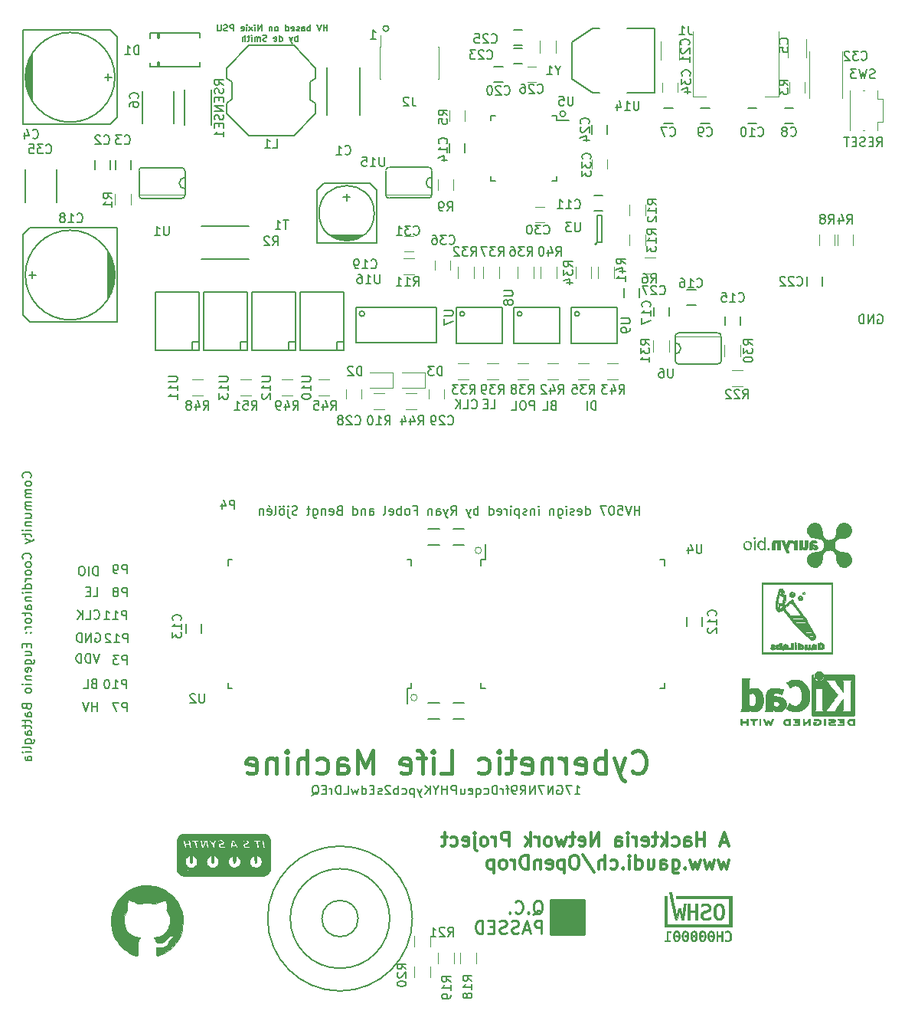
<source format=gbr>
G04 #@! TF.FileFunction,Legend,Bot*
%FSLAX46Y46*%
G04 Gerber Fmt 4.6, Leading zero omitted, Abs format (unit mm)*
G04 Created by KiCad (PCBNEW 4.0.0-stable) date Monday, June 11, 2018 'PMt' 01:00:30 PM*
%MOMM*%
G01*
G04 APERTURE LIST*
%ADD10C,0.100000*%
%ADD11C,0.250000*%
%ADD12C,0.150000*%
%ADD13C,0.200000*%
%ADD14C,0.400000*%
%ADD15C,0.300000*%
%ADD16C,0.120000*%
%ADD17C,0.076200*%
%ADD18C,0.152400*%
%ADD19C,0.010000*%
%ADD20C,0.254000*%
G04 APERTURE END LIST*
D10*
D11*
X109628333Y-131596667D02*
X109761667Y-131530000D01*
X109895000Y-131396667D01*
X110095000Y-131196667D01*
X110228333Y-131130000D01*
X110361667Y-131130000D01*
X110295000Y-131463333D02*
X110428333Y-131396667D01*
X110561667Y-131263333D01*
X110628333Y-130996667D01*
X110628333Y-130530000D01*
X110561667Y-130263333D01*
X110428333Y-130130000D01*
X110295000Y-130063333D01*
X110028333Y-130063333D01*
X109895000Y-130130000D01*
X109761667Y-130263333D01*
X109695000Y-130530000D01*
X109695000Y-130996667D01*
X109761667Y-131263333D01*
X109895000Y-131396667D01*
X110028333Y-131463333D01*
X110295000Y-131463333D01*
X109095000Y-131330000D02*
X109028333Y-131396667D01*
X109095000Y-131463333D01*
X109161666Y-131396667D01*
X109095000Y-131330000D01*
X109095000Y-131463333D01*
X107628333Y-131330000D02*
X107694999Y-131396667D01*
X107894999Y-131463333D01*
X108028333Y-131463333D01*
X108228333Y-131396667D01*
X108361666Y-131263333D01*
X108428333Y-131130000D01*
X108494999Y-130863333D01*
X108494999Y-130663333D01*
X108428333Y-130396667D01*
X108361666Y-130263333D01*
X108228333Y-130130000D01*
X108028333Y-130063333D01*
X107894999Y-130063333D01*
X107694999Y-130130000D01*
X107628333Y-130196667D01*
X107028333Y-131330000D02*
X106961666Y-131396667D01*
X107028333Y-131463333D01*
X107094999Y-131396667D01*
X107028333Y-131330000D01*
X107028333Y-131463333D01*
X110561667Y-133673333D02*
X110561667Y-132273333D01*
X110028333Y-132273333D01*
X109895000Y-132340000D01*
X109828333Y-132406667D01*
X109761667Y-132540000D01*
X109761667Y-132740000D01*
X109828333Y-132873333D01*
X109895000Y-132940000D01*
X110028333Y-133006667D01*
X110561667Y-133006667D01*
X109228333Y-133273333D02*
X108561667Y-133273333D01*
X109361667Y-133673333D02*
X108895000Y-132273333D01*
X108428333Y-133673333D01*
X108028333Y-133606667D02*
X107828333Y-133673333D01*
X107495000Y-133673333D01*
X107361667Y-133606667D01*
X107295000Y-133540000D01*
X107228333Y-133406667D01*
X107228333Y-133273333D01*
X107295000Y-133140000D01*
X107361667Y-133073333D01*
X107495000Y-133006667D01*
X107761667Y-132940000D01*
X107895000Y-132873333D01*
X107961667Y-132806667D01*
X108028333Y-132673333D01*
X108028333Y-132540000D01*
X107961667Y-132406667D01*
X107895000Y-132340000D01*
X107761667Y-132273333D01*
X107428333Y-132273333D01*
X107228333Y-132340000D01*
X106695000Y-133606667D02*
X106495000Y-133673333D01*
X106161667Y-133673333D01*
X106028334Y-133606667D01*
X105961667Y-133540000D01*
X105895000Y-133406667D01*
X105895000Y-133273333D01*
X105961667Y-133140000D01*
X106028334Y-133073333D01*
X106161667Y-133006667D01*
X106428334Y-132940000D01*
X106561667Y-132873333D01*
X106628334Y-132806667D01*
X106695000Y-132673333D01*
X106695000Y-132540000D01*
X106628334Y-132406667D01*
X106561667Y-132340000D01*
X106428334Y-132273333D01*
X106095000Y-132273333D01*
X105895000Y-132340000D01*
X105295001Y-132940000D02*
X104828334Y-132940000D01*
X104628334Y-133673333D02*
X105295001Y-133673333D01*
X105295001Y-132273333D01*
X104628334Y-132273333D01*
X104028334Y-133673333D02*
X104028334Y-132273333D01*
X103695000Y-132273333D01*
X103495000Y-132340000D01*
X103361667Y-132473333D01*
X103295000Y-132606667D01*
X103228334Y-132873333D01*
X103228334Y-133073333D01*
X103295000Y-133340000D01*
X103361667Y-133473333D01*
X103495000Y-133606667D01*
X103695000Y-133673333D01*
X104028334Y-133673333D01*
D12*
X147627381Y-46727381D02*
X147960715Y-46251190D01*
X148198810Y-46727381D02*
X148198810Y-45727381D01*
X147817857Y-45727381D01*
X147722619Y-45775000D01*
X147675000Y-45822619D01*
X147627381Y-45917857D01*
X147627381Y-46060714D01*
X147675000Y-46155952D01*
X147722619Y-46203571D01*
X147817857Y-46251190D01*
X148198810Y-46251190D01*
X147198810Y-46203571D02*
X146865476Y-46203571D01*
X146722619Y-46727381D02*
X147198810Y-46727381D01*
X147198810Y-45727381D01*
X146722619Y-45727381D01*
X146341667Y-46679762D02*
X146198810Y-46727381D01*
X145960714Y-46727381D01*
X145865476Y-46679762D01*
X145817857Y-46632143D01*
X145770238Y-46536905D01*
X145770238Y-46441667D01*
X145817857Y-46346429D01*
X145865476Y-46298810D01*
X145960714Y-46251190D01*
X146151191Y-46203571D01*
X146246429Y-46155952D01*
X146294048Y-46108333D01*
X146341667Y-46013095D01*
X146341667Y-45917857D01*
X146294048Y-45822619D01*
X146246429Y-45775000D01*
X146151191Y-45727381D01*
X145913095Y-45727381D01*
X145770238Y-45775000D01*
X145341667Y-46203571D02*
X145008333Y-46203571D01*
X144865476Y-46727381D02*
X145341667Y-46727381D01*
X145341667Y-45727381D01*
X144865476Y-45727381D01*
X144579762Y-45727381D02*
X144008333Y-45727381D01*
X144294048Y-46727381D02*
X144294048Y-45727381D01*
D13*
X61420286Y-109123381D02*
X61420286Y-108123381D01*
X61420286Y-108599571D02*
X60848857Y-108599571D01*
X60848857Y-109123381D02*
X60848857Y-108123381D01*
X60515524Y-108123381D02*
X60182191Y-109123381D01*
X59848857Y-108123381D01*
X61658333Y-102789381D02*
X61325000Y-103789381D01*
X60991666Y-102789381D01*
X60658333Y-103789381D02*
X60658333Y-102789381D01*
X60420238Y-102789381D01*
X60277380Y-102837000D01*
X60182142Y-102932238D01*
X60134523Y-103027476D01*
X60086904Y-103217952D01*
X60086904Y-103360810D01*
X60134523Y-103551286D01*
X60182142Y-103646524D01*
X60277380Y-103741762D01*
X60420238Y-103789381D01*
X60658333Y-103789381D01*
X59658333Y-103789381D02*
X59658333Y-102789381D01*
X59420238Y-102789381D01*
X59277380Y-102837000D01*
X59182142Y-102932238D01*
X59134523Y-103027476D01*
X59086904Y-103217952D01*
X59086904Y-103360810D01*
X59134523Y-103551286D01*
X59182142Y-103646524D01*
X59277380Y-103741762D01*
X59420238Y-103789381D01*
X59658333Y-103789381D01*
X61213904Y-100551000D02*
X61309142Y-100503381D01*
X61451999Y-100503381D01*
X61594857Y-100551000D01*
X61690095Y-100646238D01*
X61737714Y-100741476D01*
X61785333Y-100931952D01*
X61785333Y-101074810D01*
X61737714Y-101265286D01*
X61690095Y-101360524D01*
X61594857Y-101455762D01*
X61451999Y-101503381D01*
X61356761Y-101503381D01*
X61213904Y-101455762D01*
X61166285Y-101408143D01*
X61166285Y-101074810D01*
X61356761Y-101074810D01*
X60737714Y-101503381D02*
X60737714Y-100503381D01*
X60166285Y-101503381D01*
X60166285Y-100503381D01*
X59690095Y-101503381D02*
X59690095Y-100503381D01*
X59452000Y-100503381D01*
X59309142Y-100551000D01*
X59213904Y-100646238D01*
X59166285Y-100741476D01*
X59118666Y-100931952D01*
X59118666Y-101074810D01*
X59166285Y-101265286D01*
X59213904Y-101360524D01*
X59309142Y-101455762D01*
X59452000Y-101503381D01*
X59690095Y-101503381D01*
X61047238Y-98868143D02*
X61094857Y-98915762D01*
X61237714Y-98963381D01*
X61332952Y-98963381D01*
X61475810Y-98915762D01*
X61571048Y-98820524D01*
X61618667Y-98725286D01*
X61666286Y-98534810D01*
X61666286Y-98391952D01*
X61618667Y-98201476D01*
X61571048Y-98106238D01*
X61475810Y-98011000D01*
X61332952Y-97963381D01*
X61237714Y-97963381D01*
X61094857Y-98011000D01*
X61047238Y-98058619D01*
X60142476Y-98963381D02*
X60618667Y-98963381D01*
X60618667Y-97963381D01*
X59809143Y-98963381D02*
X59809143Y-97963381D01*
X59237714Y-98963381D02*
X59666286Y-98391952D01*
X59237714Y-97963381D02*
X59809143Y-98534810D01*
X60975857Y-96423381D02*
X61452048Y-96423381D01*
X61452048Y-95423381D01*
X60642524Y-95899571D02*
X60309190Y-95899571D01*
X60166333Y-96423381D02*
X60642524Y-96423381D01*
X60642524Y-95423381D01*
X60166333Y-95423381D01*
X61475809Y-94137381D02*
X61475809Y-93137381D01*
X61237714Y-93137381D01*
X61094856Y-93185000D01*
X60999618Y-93280238D01*
X60951999Y-93375476D01*
X60904380Y-93565952D01*
X60904380Y-93708810D01*
X60951999Y-93899286D01*
X60999618Y-93994524D01*
X61094856Y-94089762D01*
X61237714Y-94137381D01*
X61475809Y-94137381D01*
X60475809Y-94137381D02*
X60475809Y-93137381D01*
X59809143Y-93137381D02*
X59618666Y-93137381D01*
X59523428Y-93185000D01*
X59428190Y-93280238D01*
X59380571Y-93470714D01*
X59380571Y-93804048D01*
X59428190Y-93994524D01*
X59523428Y-94089762D01*
X59618666Y-94137381D01*
X59809143Y-94137381D01*
X59904381Y-94089762D01*
X59999619Y-93994524D01*
X60047238Y-93804048D01*
X60047238Y-93470714D01*
X59999619Y-93280238D01*
X59904381Y-93185000D01*
X59809143Y-93137381D01*
X61039333Y-106059571D02*
X60896476Y-106107190D01*
X60848857Y-106154810D01*
X60801238Y-106250048D01*
X60801238Y-106392905D01*
X60848857Y-106488143D01*
X60896476Y-106535762D01*
X60991714Y-106583381D01*
X61372667Y-106583381D01*
X61372667Y-105583381D01*
X61039333Y-105583381D01*
X60944095Y-105631000D01*
X60896476Y-105678619D01*
X60848857Y-105773857D01*
X60848857Y-105869095D01*
X60896476Y-105964333D01*
X60944095Y-106011952D01*
X61039333Y-106059571D01*
X61372667Y-106059571D01*
X59896476Y-106583381D02*
X60372667Y-106583381D01*
X60372667Y-105583381D01*
X102830238Y-75627143D02*
X102877857Y-75674762D01*
X103020714Y-75722381D01*
X103115952Y-75722381D01*
X103258810Y-75674762D01*
X103354048Y-75579524D01*
X103401667Y-75484286D01*
X103449286Y-75293810D01*
X103449286Y-75150952D01*
X103401667Y-74960476D01*
X103354048Y-74865238D01*
X103258810Y-74770000D01*
X103115952Y-74722381D01*
X103020714Y-74722381D01*
X102877857Y-74770000D01*
X102830238Y-74817619D01*
X101925476Y-75722381D02*
X102401667Y-75722381D01*
X102401667Y-74722381D01*
X101592143Y-75722381D02*
X101592143Y-74722381D01*
X101020714Y-75722381D02*
X101449286Y-75150952D01*
X101020714Y-74722381D02*
X101592143Y-75293810D01*
X104917857Y-75722381D02*
X105394048Y-75722381D01*
X105394048Y-74722381D01*
X104584524Y-75198571D02*
X104251190Y-75198571D01*
X104108333Y-75722381D02*
X104584524Y-75722381D01*
X104584524Y-74722381D01*
X104108333Y-74722381D01*
X109775476Y-75849381D02*
X109775476Y-74849381D01*
X109394523Y-74849381D01*
X109299285Y-74897000D01*
X109251666Y-74944619D01*
X109204047Y-75039857D01*
X109204047Y-75182714D01*
X109251666Y-75277952D01*
X109299285Y-75325571D01*
X109394523Y-75373190D01*
X109775476Y-75373190D01*
X108585000Y-74849381D02*
X108394523Y-74849381D01*
X108299285Y-74897000D01*
X108204047Y-74992238D01*
X108156428Y-75182714D01*
X108156428Y-75516048D01*
X108204047Y-75706524D01*
X108299285Y-75801762D01*
X108394523Y-75849381D01*
X108585000Y-75849381D01*
X108680238Y-75801762D01*
X108775476Y-75706524D01*
X108823095Y-75516048D01*
X108823095Y-75182714D01*
X108775476Y-74992238D01*
X108680238Y-74897000D01*
X108585000Y-74849381D01*
X107251666Y-75849381D02*
X107727857Y-75849381D01*
X107727857Y-74849381D01*
X111839333Y-75325571D02*
X111696476Y-75373190D01*
X111648857Y-75420810D01*
X111601238Y-75516048D01*
X111601238Y-75658905D01*
X111648857Y-75754143D01*
X111696476Y-75801762D01*
X111791714Y-75849381D01*
X112172667Y-75849381D01*
X112172667Y-74849381D01*
X111839333Y-74849381D01*
X111744095Y-74897000D01*
X111696476Y-74944619D01*
X111648857Y-75039857D01*
X111648857Y-75135095D01*
X111696476Y-75230333D01*
X111744095Y-75277952D01*
X111839333Y-75325571D01*
X112172667Y-75325571D01*
X110696476Y-75849381D02*
X111172667Y-75849381D01*
X111172667Y-74849381D01*
X116578000Y-75849381D02*
X116578000Y-74849381D01*
X116339905Y-74849381D01*
X116197047Y-74897000D01*
X116101809Y-74992238D01*
X116054190Y-75087476D01*
X116006571Y-75277952D01*
X116006571Y-75420810D01*
X116054190Y-75611286D01*
X116101809Y-75706524D01*
X116197047Y-75801762D01*
X116339905Y-75849381D01*
X116578000Y-75849381D01*
X115578000Y-75849381D02*
X115578000Y-74849381D01*
X147736904Y-65372000D02*
X147832142Y-65324381D01*
X147974999Y-65324381D01*
X148117857Y-65372000D01*
X148213095Y-65467238D01*
X148260714Y-65562476D01*
X148308333Y-65752952D01*
X148308333Y-65895810D01*
X148260714Y-66086286D01*
X148213095Y-66181524D01*
X148117857Y-66276762D01*
X147974999Y-66324381D01*
X147879761Y-66324381D01*
X147736904Y-66276762D01*
X147689285Y-66229143D01*
X147689285Y-65895810D01*
X147879761Y-65895810D01*
X147260714Y-66324381D02*
X147260714Y-65324381D01*
X146689285Y-66324381D01*
X146689285Y-65324381D01*
X146213095Y-66324381D02*
X146213095Y-65324381D01*
X145975000Y-65324381D01*
X145832142Y-65372000D01*
X145736904Y-65467238D01*
X145689285Y-65562476D01*
X145641666Y-65752952D01*
X145641666Y-65895810D01*
X145689285Y-66086286D01*
X145736904Y-66181524D01*
X145832142Y-66276762D01*
X145975000Y-66324381D01*
X146213095Y-66324381D01*
D12*
X114214287Y-118327381D02*
X114785716Y-118327381D01*
X114500002Y-118327381D02*
X114500002Y-117327381D01*
X114595240Y-117470238D01*
X114690478Y-117565476D01*
X114785716Y-117613095D01*
X113880954Y-117327381D02*
X113214287Y-117327381D01*
X113642859Y-118327381D01*
X112309525Y-117375000D02*
X112404763Y-117327381D01*
X112547620Y-117327381D01*
X112690478Y-117375000D01*
X112785716Y-117470238D01*
X112833335Y-117565476D01*
X112880954Y-117755952D01*
X112880954Y-117898810D01*
X112833335Y-118089286D01*
X112785716Y-118184524D01*
X112690478Y-118279762D01*
X112547620Y-118327381D01*
X112452382Y-118327381D01*
X112309525Y-118279762D01*
X112261906Y-118232143D01*
X112261906Y-117898810D01*
X112452382Y-117898810D01*
X111833335Y-118327381D02*
X111833335Y-117327381D01*
X111261906Y-118327381D01*
X111261906Y-117327381D01*
X110880954Y-117327381D02*
X110214287Y-117327381D01*
X110642859Y-118327381D01*
X109833335Y-118327381D02*
X109833335Y-117327381D01*
X109261906Y-118327381D01*
X109261906Y-117327381D01*
X108214287Y-118327381D02*
X108547621Y-117851190D01*
X108785716Y-118327381D02*
X108785716Y-117327381D01*
X108404763Y-117327381D01*
X108309525Y-117375000D01*
X108261906Y-117422619D01*
X108214287Y-117517857D01*
X108214287Y-117660714D01*
X108261906Y-117755952D01*
X108309525Y-117803571D01*
X108404763Y-117851190D01*
X108785716Y-117851190D01*
X107738097Y-118327381D02*
X107547621Y-118327381D01*
X107452382Y-118279762D01*
X107404763Y-118232143D01*
X107309525Y-118089286D01*
X107261906Y-117898810D01*
X107261906Y-117517857D01*
X107309525Y-117422619D01*
X107357144Y-117375000D01*
X107452382Y-117327381D01*
X107642859Y-117327381D01*
X107738097Y-117375000D01*
X107785716Y-117422619D01*
X107833335Y-117517857D01*
X107833335Y-117755952D01*
X107785716Y-117851190D01*
X107738097Y-117898810D01*
X107642859Y-117946429D01*
X107452382Y-117946429D01*
X107357144Y-117898810D01*
X107309525Y-117851190D01*
X107261906Y-117755952D01*
X106976192Y-117660714D02*
X106595240Y-117660714D01*
X106833335Y-118327381D02*
X106833335Y-117470238D01*
X106785716Y-117375000D01*
X106690478Y-117327381D01*
X106595240Y-117327381D01*
X106261906Y-118327381D02*
X106261906Y-117660714D01*
X106261906Y-117851190D02*
X106214287Y-117755952D01*
X106166668Y-117708333D01*
X106071430Y-117660714D01*
X105976191Y-117660714D01*
X105642858Y-118327381D02*
X105642858Y-117327381D01*
X105404763Y-117327381D01*
X105261905Y-117375000D01*
X105166667Y-117470238D01*
X105119048Y-117565476D01*
X105071429Y-117755952D01*
X105071429Y-117898810D01*
X105119048Y-118089286D01*
X105166667Y-118184524D01*
X105261905Y-118279762D01*
X105404763Y-118327381D01*
X105642858Y-118327381D01*
X104214286Y-118279762D02*
X104309524Y-118327381D01*
X104500001Y-118327381D01*
X104595239Y-118279762D01*
X104642858Y-118232143D01*
X104690477Y-118136905D01*
X104690477Y-117851190D01*
X104642858Y-117755952D01*
X104595239Y-117708333D01*
X104500001Y-117660714D01*
X104309524Y-117660714D01*
X104214286Y-117708333D01*
X103357143Y-117660714D02*
X103357143Y-118660714D01*
X103357143Y-118279762D02*
X103452381Y-118327381D01*
X103642858Y-118327381D01*
X103738096Y-118279762D01*
X103785715Y-118232143D01*
X103833334Y-118136905D01*
X103833334Y-117851190D01*
X103785715Y-117755952D01*
X103738096Y-117708333D01*
X103642858Y-117660714D01*
X103452381Y-117660714D01*
X103357143Y-117708333D01*
X102500000Y-118279762D02*
X102595238Y-118327381D01*
X102785715Y-118327381D01*
X102880953Y-118279762D01*
X102928572Y-118184524D01*
X102928572Y-117803571D01*
X102880953Y-117708333D01*
X102785715Y-117660714D01*
X102595238Y-117660714D01*
X102500000Y-117708333D01*
X102452381Y-117803571D01*
X102452381Y-117898810D01*
X102928572Y-117994048D01*
X101595238Y-117660714D02*
X101595238Y-118327381D01*
X102023810Y-117660714D02*
X102023810Y-118184524D01*
X101976191Y-118279762D01*
X101880953Y-118327381D01*
X101738095Y-118327381D01*
X101642857Y-118279762D01*
X101595238Y-118232143D01*
X101119048Y-118327381D02*
X101119048Y-117327381D01*
X100738095Y-117327381D01*
X100642857Y-117375000D01*
X100595238Y-117422619D01*
X100547619Y-117517857D01*
X100547619Y-117660714D01*
X100595238Y-117755952D01*
X100642857Y-117803571D01*
X100738095Y-117851190D01*
X101119048Y-117851190D01*
X100119048Y-118327381D02*
X100119048Y-117327381D01*
X100119048Y-117803571D02*
X99547619Y-117803571D01*
X99547619Y-118327381D02*
X99547619Y-117327381D01*
X98880953Y-117851190D02*
X98880953Y-118327381D01*
X99214286Y-117327381D02*
X98880953Y-117851190D01*
X98547619Y-117327381D01*
X98214286Y-118327381D02*
X98214286Y-117327381D01*
X97642857Y-118327381D02*
X98071429Y-117755952D01*
X97642857Y-117327381D02*
X98214286Y-117898810D01*
X97309524Y-117660714D02*
X97071429Y-118327381D01*
X96833333Y-117660714D02*
X97071429Y-118327381D01*
X97166667Y-118565476D01*
X97214286Y-118613095D01*
X97309524Y-118660714D01*
X96452381Y-117660714D02*
X96452381Y-118660714D01*
X96452381Y-117708333D02*
X96357143Y-117660714D01*
X96166666Y-117660714D01*
X96071428Y-117708333D01*
X96023809Y-117755952D01*
X95976190Y-117851190D01*
X95976190Y-118136905D01*
X96023809Y-118232143D01*
X96071428Y-118279762D01*
X96166666Y-118327381D01*
X96357143Y-118327381D01*
X96452381Y-118279762D01*
X95119047Y-118279762D02*
X95214285Y-118327381D01*
X95404762Y-118327381D01*
X95500000Y-118279762D01*
X95547619Y-118232143D01*
X95595238Y-118136905D01*
X95595238Y-117851190D01*
X95547619Y-117755952D01*
X95500000Y-117708333D01*
X95404762Y-117660714D01*
X95214285Y-117660714D01*
X95119047Y-117708333D01*
X94690476Y-118327381D02*
X94690476Y-117327381D01*
X94690476Y-117708333D02*
X94595238Y-117660714D01*
X94404761Y-117660714D01*
X94309523Y-117708333D01*
X94261904Y-117755952D01*
X94214285Y-117851190D01*
X94214285Y-118136905D01*
X94261904Y-118232143D01*
X94309523Y-118279762D01*
X94404761Y-118327381D01*
X94595238Y-118327381D01*
X94690476Y-118279762D01*
X93833333Y-117422619D02*
X93785714Y-117375000D01*
X93690476Y-117327381D01*
X93452380Y-117327381D01*
X93357142Y-117375000D01*
X93309523Y-117422619D01*
X93261904Y-117517857D01*
X93261904Y-117613095D01*
X93309523Y-117755952D01*
X93880952Y-118327381D01*
X93261904Y-118327381D01*
X92880952Y-118279762D02*
X92785714Y-118327381D01*
X92595238Y-118327381D01*
X92499999Y-118279762D01*
X92452380Y-118184524D01*
X92452380Y-118136905D01*
X92499999Y-118041667D01*
X92595238Y-117994048D01*
X92738095Y-117994048D01*
X92833333Y-117946429D01*
X92880952Y-117851190D01*
X92880952Y-117803571D01*
X92833333Y-117708333D01*
X92738095Y-117660714D01*
X92595238Y-117660714D01*
X92499999Y-117708333D01*
X92023809Y-117803571D02*
X91690475Y-117803571D01*
X91547618Y-118327381D02*
X92023809Y-118327381D01*
X92023809Y-117327381D01*
X91547618Y-117327381D01*
X90690475Y-118327381D02*
X90690475Y-117327381D01*
X90690475Y-118279762D02*
X90785713Y-118327381D01*
X90976190Y-118327381D01*
X91071428Y-118279762D01*
X91119047Y-118232143D01*
X91166666Y-118136905D01*
X91166666Y-117851190D01*
X91119047Y-117755952D01*
X91071428Y-117708333D01*
X90976190Y-117660714D01*
X90785713Y-117660714D01*
X90690475Y-117708333D01*
X90309523Y-117660714D02*
X90119047Y-118327381D01*
X89928570Y-117851190D01*
X89738094Y-118327381D01*
X89547618Y-117660714D01*
X88690475Y-118327381D02*
X89166666Y-118327381D01*
X89166666Y-117327381D01*
X88357142Y-118327381D02*
X88357142Y-117327381D01*
X88119047Y-117327381D01*
X87976189Y-117375000D01*
X87880951Y-117470238D01*
X87833332Y-117565476D01*
X87785713Y-117755952D01*
X87785713Y-117898810D01*
X87833332Y-118089286D01*
X87880951Y-118184524D01*
X87976189Y-118279762D01*
X88119047Y-118327381D01*
X88357142Y-118327381D01*
X87357142Y-118327381D02*
X87357142Y-117660714D01*
X87357142Y-117851190D02*
X87309523Y-117755952D01*
X87261904Y-117708333D01*
X87166666Y-117660714D01*
X87071427Y-117660714D01*
X86738094Y-117803571D02*
X86404760Y-117803571D01*
X86261903Y-118327381D02*
X86738094Y-118327381D01*
X86738094Y-117327381D01*
X86261903Y-117327381D01*
X85166665Y-118422619D02*
X85261903Y-118375000D01*
X85357141Y-118279762D01*
X85499998Y-118136905D01*
X85595237Y-118089286D01*
X85690475Y-118089286D01*
X85642856Y-118327381D02*
X85738094Y-118279762D01*
X85833332Y-118184524D01*
X85880951Y-117994048D01*
X85880951Y-117660714D01*
X85833332Y-117470238D01*
X85738094Y-117375000D01*
X85642856Y-117327381D01*
X85452379Y-117327381D01*
X85357141Y-117375000D01*
X85261903Y-117470238D01*
X85214284Y-117660714D01*
X85214284Y-117994048D01*
X85261903Y-118184524D01*
X85357141Y-118279762D01*
X85452379Y-118327381D01*
X85642856Y-118327381D01*
D10*
X103915210Y-91372000D02*
G75*
G03X103915210Y-91372000I-359210J0D01*
G01*
X96803210Y-107628000D02*
G75*
G03X96803210Y-107628000I-359210J0D01*
G01*
D14*
X120595237Y-115767857D02*
X120714285Y-115886905D01*
X121071428Y-116005952D01*
X121309523Y-116005952D01*
X121666666Y-115886905D01*
X121904761Y-115648810D01*
X122023809Y-115410714D01*
X122142857Y-114934524D01*
X122142857Y-114577381D01*
X122023809Y-114101190D01*
X121904761Y-113863095D01*
X121666666Y-113625000D01*
X121309523Y-113505952D01*
X121071428Y-113505952D01*
X120714285Y-113625000D01*
X120595237Y-113744048D01*
X119761904Y-114339286D02*
X119166666Y-116005952D01*
X118571428Y-114339286D02*
X119166666Y-116005952D01*
X119404761Y-116601190D01*
X119523809Y-116720238D01*
X119761904Y-116839286D01*
X117619047Y-116005952D02*
X117619047Y-113505952D01*
X117619047Y-114458333D02*
X117380952Y-114339286D01*
X116904761Y-114339286D01*
X116666666Y-114458333D01*
X116547618Y-114577381D01*
X116428571Y-114815476D01*
X116428571Y-115529762D01*
X116547618Y-115767857D01*
X116666666Y-115886905D01*
X116904761Y-116005952D01*
X117380952Y-116005952D01*
X117619047Y-115886905D01*
X114404761Y-115886905D02*
X114642856Y-116005952D01*
X115119047Y-116005952D01*
X115357142Y-115886905D01*
X115476190Y-115648810D01*
X115476190Y-114696429D01*
X115357142Y-114458333D01*
X115119047Y-114339286D01*
X114642856Y-114339286D01*
X114404761Y-114458333D01*
X114285713Y-114696429D01*
X114285713Y-114934524D01*
X115476190Y-115172619D01*
X113214285Y-116005952D02*
X113214285Y-114339286D01*
X113214285Y-114815476D02*
X113095237Y-114577381D01*
X112976190Y-114458333D01*
X112738094Y-114339286D01*
X112499999Y-114339286D01*
X111666666Y-114339286D02*
X111666666Y-116005952D01*
X111666666Y-114577381D02*
X111547618Y-114458333D01*
X111309523Y-114339286D01*
X110952380Y-114339286D01*
X110714285Y-114458333D01*
X110595237Y-114696429D01*
X110595237Y-116005952D01*
X108452380Y-115886905D02*
X108690475Y-116005952D01*
X109166666Y-116005952D01*
X109404761Y-115886905D01*
X109523809Y-115648810D01*
X109523809Y-114696429D01*
X109404761Y-114458333D01*
X109166666Y-114339286D01*
X108690475Y-114339286D01*
X108452380Y-114458333D01*
X108333332Y-114696429D01*
X108333332Y-114934524D01*
X109523809Y-115172619D01*
X107619047Y-114339286D02*
X106666666Y-114339286D01*
X107261904Y-113505952D02*
X107261904Y-115648810D01*
X107142856Y-115886905D01*
X106904761Y-116005952D01*
X106666666Y-116005952D01*
X105833333Y-116005952D02*
X105833333Y-114339286D01*
X105833333Y-113505952D02*
X105952381Y-113625000D01*
X105833333Y-113744048D01*
X105714285Y-113625000D01*
X105833333Y-113505952D01*
X105833333Y-113744048D01*
X103571428Y-115886905D02*
X103809524Y-116005952D01*
X104285714Y-116005952D01*
X104523809Y-115886905D01*
X104642857Y-115767857D01*
X104761905Y-115529762D01*
X104761905Y-114815476D01*
X104642857Y-114577381D01*
X104523809Y-114458333D01*
X104285714Y-114339286D01*
X103809524Y-114339286D01*
X103571428Y-114458333D01*
X99404762Y-116005952D02*
X100595238Y-116005952D01*
X100595238Y-113505952D01*
X98571428Y-116005952D02*
X98571428Y-114339286D01*
X98571428Y-113505952D02*
X98690476Y-113625000D01*
X98571428Y-113744048D01*
X98452380Y-113625000D01*
X98571428Y-113505952D01*
X98571428Y-113744048D01*
X97738095Y-114339286D02*
X96785714Y-114339286D01*
X97380952Y-116005952D02*
X97380952Y-113863095D01*
X97261904Y-113625000D01*
X97023809Y-113505952D01*
X96785714Y-113505952D01*
X95000000Y-115886905D02*
X95238095Y-116005952D01*
X95714286Y-116005952D01*
X95952381Y-115886905D01*
X96071429Y-115648810D01*
X96071429Y-114696429D01*
X95952381Y-114458333D01*
X95714286Y-114339286D01*
X95238095Y-114339286D01*
X95000000Y-114458333D01*
X94880952Y-114696429D01*
X94880952Y-114934524D01*
X96071429Y-115172619D01*
X91904762Y-116005952D02*
X91904762Y-113505952D01*
X91071429Y-115291667D01*
X90238095Y-113505952D01*
X90238095Y-116005952D01*
X87976190Y-116005952D02*
X87976190Y-114696429D01*
X88095238Y-114458333D01*
X88333333Y-114339286D01*
X88809524Y-114339286D01*
X89047619Y-114458333D01*
X87976190Y-115886905D02*
X88214286Y-116005952D01*
X88809524Y-116005952D01*
X89047619Y-115886905D01*
X89166667Y-115648810D01*
X89166667Y-115410714D01*
X89047619Y-115172619D01*
X88809524Y-115053571D01*
X88214286Y-115053571D01*
X87976190Y-114934524D01*
X85714285Y-115886905D02*
X85952381Y-116005952D01*
X86428571Y-116005952D01*
X86666666Y-115886905D01*
X86785714Y-115767857D01*
X86904762Y-115529762D01*
X86904762Y-114815476D01*
X86785714Y-114577381D01*
X86666666Y-114458333D01*
X86428571Y-114339286D01*
X85952381Y-114339286D01*
X85714285Y-114458333D01*
X84642857Y-116005952D02*
X84642857Y-113505952D01*
X83571428Y-116005952D02*
X83571428Y-114696429D01*
X83690476Y-114458333D01*
X83928571Y-114339286D01*
X84285714Y-114339286D01*
X84523809Y-114458333D01*
X84642857Y-114577381D01*
X82380952Y-116005952D02*
X82380952Y-114339286D01*
X82380952Y-113505952D02*
X82500000Y-113625000D01*
X82380952Y-113744048D01*
X82261904Y-113625000D01*
X82380952Y-113505952D01*
X82380952Y-113744048D01*
X81190476Y-114339286D02*
X81190476Y-116005952D01*
X81190476Y-114577381D02*
X81071428Y-114458333D01*
X80833333Y-114339286D01*
X80476190Y-114339286D01*
X80238095Y-114458333D01*
X80119047Y-114696429D01*
X80119047Y-116005952D01*
X77976190Y-115886905D02*
X78214285Y-116005952D01*
X78690476Y-116005952D01*
X78928571Y-115886905D01*
X79047619Y-115648810D01*
X79047619Y-114696429D01*
X78928571Y-114458333D01*
X78690476Y-114339286D01*
X78214285Y-114339286D01*
X77976190Y-114458333D01*
X77857142Y-114696429D01*
X77857142Y-114934524D01*
X79047619Y-115172619D01*
D12*
X54032143Y-83341666D02*
X54079762Y-83294047D01*
X54127381Y-83151190D01*
X54127381Y-83055952D01*
X54079762Y-82913094D01*
X53984524Y-82817856D01*
X53889286Y-82770237D01*
X53698810Y-82722618D01*
X53555952Y-82722618D01*
X53365476Y-82770237D01*
X53270238Y-82817856D01*
X53175000Y-82913094D01*
X53127381Y-83055952D01*
X53127381Y-83151190D01*
X53175000Y-83294047D01*
X53222619Y-83341666D01*
X54127381Y-83913094D02*
X54079762Y-83817856D01*
X54032143Y-83770237D01*
X53936905Y-83722618D01*
X53651190Y-83722618D01*
X53555952Y-83770237D01*
X53508333Y-83817856D01*
X53460714Y-83913094D01*
X53460714Y-84055952D01*
X53508333Y-84151190D01*
X53555952Y-84198809D01*
X53651190Y-84246428D01*
X53936905Y-84246428D01*
X54032143Y-84198809D01*
X54079762Y-84151190D01*
X54127381Y-84055952D01*
X54127381Y-83913094D01*
X54127381Y-84674999D02*
X53460714Y-84674999D01*
X53555952Y-84674999D02*
X53508333Y-84722618D01*
X53460714Y-84817856D01*
X53460714Y-84960714D01*
X53508333Y-85055952D01*
X53603571Y-85103571D01*
X54127381Y-85103571D01*
X53603571Y-85103571D02*
X53508333Y-85151190D01*
X53460714Y-85246428D01*
X53460714Y-85389285D01*
X53508333Y-85484523D01*
X53603571Y-85532142D01*
X54127381Y-85532142D01*
X54127381Y-86008332D02*
X53460714Y-86008332D01*
X53555952Y-86008332D02*
X53508333Y-86055951D01*
X53460714Y-86151189D01*
X53460714Y-86294047D01*
X53508333Y-86389285D01*
X53603571Y-86436904D01*
X54127381Y-86436904D01*
X53603571Y-86436904D02*
X53508333Y-86484523D01*
X53460714Y-86579761D01*
X53460714Y-86722618D01*
X53508333Y-86817856D01*
X53603571Y-86865475D01*
X54127381Y-86865475D01*
X53460714Y-87770237D02*
X54127381Y-87770237D01*
X53460714Y-87341665D02*
X53984524Y-87341665D01*
X54079762Y-87389284D01*
X54127381Y-87484522D01*
X54127381Y-87627380D01*
X54079762Y-87722618D01*
X54032143Y-87770237D01*
X53460714Y-88246427D02*
X54127381Y-88246427D01*
X53555952Y-88246427D02*
X53508333Y-88294046D01*
X53460714Y-88389284D01*
X53460714Y-88532142D01*
X53508333Y-88627380D01*
X53603571Y-88674999D01*
X54127381Y-88674999D01*
X54127381Y-89151189D02*
X53460714Y-89151189D01*
X53127381Y-89151189D02*
X53175000Y-89103570D01*
X53222619Y-89151189D01*
X53175000Y-89198808D01*
X53127381Y-89151189D01*
X53222619Y-89151189D01*
X53460714Y-89484522D02*
X53460714Y-89865474D01*
X53127381Y-89627379D02*
X53984524Y-89627379D01*
X54079762Y-89674998D01*
X54127381Y-89770236D01*
X54127381Y-89865474D01*
X53460714Y-90103570D02*
X54127381Y-90341665D01*
X53460714Y-90579761D02*
X54127381Y-90341665D01*
X54365476Y-90246427D01*
X54413095Y-90198808D01*
X54460714Y-90103570D01*
X54032143Y-92294047D02*
X54079762Y-92246428D01*
X54127381Y-92103571D01*
X54127381Y-92008333D01*
X54079762Y-91865475D01*
X53984524Y-91770237D01*
X53889286Y-91722618D01*
X53698810Y-91674999D01*
X53555952Y-91674999D01*
X53365476Y-91722618D01*
X53270238Y-91770237D01*
X53175000Y-91865475D01*
X53127381Y-92008333D01*
X53127381Y-92103571D01*
X53175000Y-92246428D01*
X53222619Y-92294047D01*
X54127381Y-92865475D02*
X54079762Y-92770237D01*
X54032143Y-92722618D01*
X53936905Y-92674999D01*
X53651190Y-92674999D01*
X53555952Y-92722618D01*
X53508333Y-92770237D01*
X53460714Y-92865475D01*
X53460714Y-93008333D01*
X53508333Y-93103571D01*
X53555952Y-93151190D01*
X53651190Y-93198809D01*
X53936905Y-93198809D01*
X54032143Y-93151190D01*
X54079762Y-93103571D01*
X54127381Y-93008333D01*
X54127381Y-92865475D01*
X54127381Y-93770237D02*
X54079762Y-93674999D01*
X54032143Y-93627380D01*
X53936905Y-93579761D01*
X53651190Y-93579761D01*
X53555952Y-93627380D01*
X53508333Y-93674999D01*
X53460714Y-93770237D01*
X53460714Y-93913095D01*
X53508333Y-94008333D01*
X53555952Y-94055952D01*
X53651190Y-94103571D01*
X53936905Y-94103571D01*
X54032143Y-94055952D01*
X54079762Y-94008333D01*
X54127381Y-93913095D01*
X54127381Y-93770237D01*
X54127381Y-94532142D02*
X53460714Y-94532142D01*
X53651190Y-94532142D02*
X53555952Y-94579761D01*
X53508333Y-94627380D01*
X53460714Y-94722618D01*
X53460714Y-94817857D01*
X54127381Y-95579762D02*
X53127381Y-95579762D01*
X54079762Y-95579762D02*
X54127381Y-95484524D01*
X54127381Y-95294047D01*
X54079762Y-95198809D01*
X54032143Y-95151190D01*
X53936905Y-95103571D01*
X53651190Y-95103571D01*
X53555952Y-95151190D01*
X53508333Y-95198809D01*
X53460714Y-95294047D01*
X53460714Y-95484524D01*
X53508333Y-95579762D01*
X54127381Y-96055952D02*
X53460714Y-96055952D01*
X53127381Y-96055952D02*
X53175000Y-96008333D01*
X53222619Y-96055952D01*
X53175000Y-96103571D01*
X53127381Y-96055952D01*
X53222619Y-96055952D01*
X53460714Y-96532142D02*
X54127381Y-96532142D01*
X53555952Y-96532142D02*
X53508333Y-96579761D01*
X53460714Y-96674999D01*
X53460714Y-96817857D01*
X53508333Y-96913095D01*
X53603571Y-96960714D01*
X54127381Y-96960714D01*
X54127381Y-97865476D02*
X53603571Y-97865476D01*
X53508333Y-97817857D01*
X53460714Y-97722619D01*
X53460714Y-97532142D01*
X53508333Y-97436904D01*
X54079762Y-97865476D02*
X54127381Y-97770238D01*
X54127381Y-97532142D01*
X54079762Y-97436904D01*
X53984524Y-97389285D01*
X53889286Y-97389285D01*
X53794048Y-97436904D01*
X53746429Y-97532142D01*
X53746429Y-97770238D01*
X53698810Y-97865476D01*
X53460714Y-98198809D02*
X53460714Y-98579761D01*
X53127381Y-98341666D02*
X53984524Y-98341666D01*
X54079762Y-98389285D01*
X54127381Y-98484523D01*
X54127381Y-98579761D01*
X54127381Y-99055952D02*
X54079762Y-98960714D01*
X54032143Y-98913095D01*
X53936905Y-98865476D01*
X53651190Y-98865476D01*
X53555952Y-98913095D01*
X53508333Y-98960714D01*
X53460714Y-99055952D01*
X53460714Y-99198810D01*
X53508333Y-99294048D01*
X53555952Y-99341667D01*
X53651190Y-99389286D01*
X53936905Y-99389286D01*
X54032143Y-99341667D01*
X54079762Y-99294048D01*
X54127381Y-99198810D01*
X54127381Y-99055952D01*
X54127381Y-99817857D02*
X53460714Y-99817857D01*
X53651190Y-99817857D02*
X53555952Y-99865476D01*
X53508333Y-99913095D01*
X53460714Y-100008333D01*
X53460714Y-100103572D01*
X54032143Y-100436905D02*
X54079762Y-100484524D01*
X54127381Y-100436905D01*
X54079762Y-100389286D01*
X54032143Y-100436905D01*
X54127381Y-100436905D01*
X53508333Y-100436905D02*
X53555952Y-100484524D01*
X53603571Y-100436905D01*
X53555952Y-100389286D01*
X53508333Y-100436905D01*
X53603571Y-100436905D01*
X53603571Y-101675000D02*
X53603571Y-102008334D01*
X54127381Y-102151191D02*
X54127381Y-101675000D01*
X53127381Y-101675000D01*
X53127381Y-102151191D01*
X53460714Y-103008334D02*
X54127381Y-103008334D01*
X53460714Y-102579762D02*
X53984524Y-102579762D01*
X54079762Y-102627381D01*
X54127381Y-102722619D01*
X54127381Y-102865477D01*
X54079762Y-102960715D01*
X54032143Y-103008334D01*
X53460714Y-103913096D02*
X54270238Y-103913096D01*
X54365476Y-103865477D01*
X54413095Y-103817858D01*
X54460714Y-103722619D01*
X54460714Y-103579762D01*
X54413095Y-103484524D01*
X54079762Y-103913096D02*
X54127381Y-103817858D01*
X54127381Y-103627381D01*
X54079762Y-103532143D01*
X54032143Y-103484524D01*
X53936905Y-103436905D01*
X53651190Y-103436905D01*
X53555952Y-103484524D01*
X53508333Y-103532143D01*
X53460714Y-103627381D01*
X53460714Y-103817858D01*
X53508333Y-103913096D01*
X54079762Y-104770239D02*
X54127381Y-104675001D01*
X54127381Y-104484524D01*
X54079762Y-104389286D01*
X53984524Y-104341667D01*
X53603571Y-104341667D01*
X53508333Y-104389286D01*
X53460714Y-104484524D01*
X53460714Y-104675001D01*
X53508333Y-104770239D01*
X53603571Y-104817858D01*
X53698810Y-104817858D01*
X53794048Y-104341667D01*
X53460714Y-105246429D02*
X54127381Y-105246429D01*
X53555952Y-105246429D02*
X53508333Y-105294048D01*
X53460714Y-105389286D01*
X53460714Y-105532144D01*
X53508333Y-105627382D01*
X53603571Y-105675001D01*
X54127381Y-105675001D01*
X54127381Y-106151191D02*
X53460714Y-106151191D01*
X53127381Y-106151191D02*
X53175000Y-106103572D01*
X53222619Y-106151191D01*
X53175000Y-106198810D01*
X53127381Y-106151191D01*
X53222619Y-106151191D01*
X54127381Y-106770238D02*
X54079762Y-106675000D01*
X54032143Y-106627381D01*
X53936905Y-106579762D01*
X53651190Y-106579762D01*
X53555952Y-106627381D01*
X53508333Y-106675000D01*
X53460714Y-106770238D01*
X53460714Y-106913096D01*
X53508333Y-107008334D01*
X53555952Y-107055953D01*
X53651190Y-107103572D01*
X53936905Y-107103572D01*
X54032143Y-107055953D01*
X54079762Y-107008334D01*
X54127381Y-106913096D01*
X54127381Y-106770238D01*
X53603571Y-108627382D02*
X53651190Y-108770239D01*
X53698810Y-108817858D01*
X53794048Y-108865477D01*
X53936905Y-108865477D01*
X54032143Y-108817858D01*
X54079762Y-108770239D01*
X54127381Y-108675001D01*
X54127381Y-108294048D01*
X53127381Y-108294048D01*
X53127381Y-108627382D01*
X53175000Y-108722620D01*
X53222619Y-108770239D01*
X53317857Y-108817858D01*
X53413095Y-108817858D01*
X53508333Y-108770239D01*
X53555952Y-108722620D01*
X53603571Y-108627382D01*
X53603571Y-108294048D01*
X54127381Y-109722620D02*
X53603571Y-109722620D01*
X53508333Y-109675001D01*
X53460714Y-109579763D01*
X53460714Y-109389286D01*
X53508333Y-109294048D01*
X54079762Y-109722620D02*
X54127381Y-109627382D01*
X54127381Y-109389286D01*
X54079762Y-109294048D01*
X53984524Y-109246429D01*
X53889286Y-109246429D01*
X53794048Y-109294048D01*
X53746429Y-109389286D01*
X53746429Y-109627382D01*
X53698810Y-109722620D01*
X53460714Y-110055953D02*
X53460714Y-110436905D01*
X53127381Y-110198810D02*
X53984524Y-110198810D01*
X54079762Y-110246429D01*
X54127381Y-110341667D01*
X54127381Y-110436905D01*
X53460714Y-110627382D02*
X53460714Y-111008334D01*
X53127381Y-110770239D02*
X53984524Y-110770239D01*
X54079762Y-110817858D01*
X54127381Y-110913096D01*
X54127381Y-111008334D01*
X54127381Y-111770240D02*
X53603571Y-111770240D01*
X53508333Y-111722621D01*
X53460714Y-111627383D01*
X53460714Y-111436906D01*
X53508333Y-111341668D01*
X54079762Y-111770240D02*
X54127381Y-111675002D01*
X54127381Y-111436906D01*
X54079762Y-111341668D01*
X53984524Y-111294049D01*
X53889286Y-111294049D01*
X53794048Y-111341668D01*
X53746429Y-111436906D01*
X53746429Y-111675002D01*
X53698810Y-111770240D01*
X53460714Y-112675002D02*
X54270238Y-112675002D01*
X54365476Y-112627383D01*
X54413095Y-112579764D01*
X54460714Y-112484525D01*
X54460714Y-112341668D01*
X54413095Y-112246430D01*
X54079762Y-112675002D02*
X54127381Y-112579764D01*
X54127381Y-112389287D01*
X54079762Y-112294049D01*
X54032143Y-112246430D01*
X53936905Y-112198811D01*
X53651190Y-112198811D01*
X53555952Y-112246430D01*
X53508333Y-112294049D01*
X53460714Y-112389287D01*
X53460714Y-112579764D01*
X53508333Y-112675002D01*
X54127381Y-113294049D02*
X54079762Y-113198811D01*
X53984524Y-113151192D01*
X53127381Y-113151192D01*
X54127381Y-113675002D02*
X53460714Y-113675002D01*
X53127381Y-113675002D02*
X53175000Y-113627383D01*
X53222619Y-113675002D01*
X53175000Y-113722621D01*
X53127381Y-113675002D01*
X53222619Y-113675002D01*
X54127381Y-114579764D02*
X53603571Y-114579764D01*
X53508333Y-114532145D01*
X53460714Y-114436907D01*
X53460714Y-114246430D01*
X53508333Y-114151192D01*
X54079762Y-114579764D02*
X54127381Y-114484526D01*
X54127381Y-114246430D01*
X54079762Y-114151192D01*
X53984524Y-114103573D01*
X53889286Y-114103573D01*
X53794048Y-114151192D01*
X53746429Y-114246430D01*
X53746429Y-114484526D01*
X53698810Y-114579764D01*
D13*
X121398812Y-87452381D02*
X121398812Y-86452381D01*
X121398812Y-86928571D02*
X120827383Y-86928571D01*
X120827383Y-87452381D02*
X120827383Y-86452381D01*
X120494050Y-86452381D02*
X120160717Y-87452381D01*
X119827383Y-86452381D01*
X119017859Y-86452381D02*
X119494050Y-86452381D01*
X119541669Y-86928571D01*
X119494050Y-86880952D01*
X119398812Y-86833333D01*
X119160716Y-86833333D01*
X119065478Y-86880952D01*
X119017859Y-86928571D01*
X118970240Y-87023810D01*
X118970240Y-87261905D01*
X119017859Y-87357143D01*
X119065478Y-87404762D01*
X119160716Y-87452381D01*
X119398812Y-87452381D01*
X119494050Y-87404762D01*
X119541669Y-87357143D01*
X118351193Y-86452381D02*
X118255954Y-86452381D01*
X118160716Y-86500000D01*
X118113097Y-86547619D01*
X118065478Y-86642857D01*
X118017859Y-86833333D01*
X118017859Y-87071429D01*
X118065478Y-87261905D01*
X118113097Y-87357143D01*
X118160716Y-87404762D01*
X118255954Y-87452381D01*
X118351193Y-87452381D01*
X118446431Y-87404762D01*
X118494050Y-87357143D01*
X118541669Y-87261905D01*
X118589288Y-87071429D01*
X118589288Y-86833333D01*
X118541669Y-86642857D01*
X118494050Y-86547619D01*
X118446431Y-86500000D01*
X118351193Y-86452381D01*
X117684526Y-86452381D02*
X117017859Y-86452381D01*
X117446431Y-87452381D01*
X115446430Y-87452381D02*
X115446430Y-86452381D01*
X115446430Y-87404762D02*
X115541668Y-87452381D01*
X115732145Y-87452381D01*
X115827383Y-87404762D01*
X115875002Y-87357143D01*
X115922621Y-87261905D01*
X115922621Y-86976190D01*
X115875002Y-86880952D01*
X115827383Y-86833333D01*
X115732145Y-86785714D01*
X115541668Y-86785714D01*
X115446430Y-86833333D01*
X114589287Y-87404762D02*
X114684525Y-87452381D01*
X114875002Y-87452381D01*
X114970240Y-87404762D01*
X115017859Y-87309524D01*
X115017859Y-86928571D01*
X114970240Y-86833333D01*
X114875002Y-86785714D01*
X114684525Y-86785714D01*
X114589287Y-86833333D01*
X114541668Y-86928571D01*
X114541668Y-87023810D01*
X115017859Y-87119048D01*
X114160716Y-87404762D02*
X114065478Y-87452381D01*
X113875002Y-87452381D01*
X113779763Y-87404762D01*
X113732144Y-87309524D01*
X113732144Y-87261905D01*
X113779763Y-87166667D01*
X113875002Y-87119048D01*
X114017859Y-87119048D01*
X114113097Y-87071429D01*
X114160716Y-86976190D01*
X114160716Y-86928571D01*
X114113097Y-86833333D01*
X114017859Y-86785714D01*
X113875002Y-86785714D01*
X113779763Y-86833333D01*
X113303573Y-87452381D02*
X113303573Y-86785714D01*
X113303573Y-86452381D02*
X113351192Y-86500000D01*
X113303573Y-86547619D01*
X113255954Y-86500000D01*
X113303573Y-86452381D01*
X113303573Y-86547619D01*
X112398811Y-86785714D02*
X112398811Y-87595238D01*
X112446430Y-87690476D01*
X112494049Y-87738095D01*
X112589288Y-87785714D01*
X112732145Y-87785714D01*
X112827383Y-87738095D01*
X112398811Y-87404762D02*
X112494049Y-87452381D01*
X112684526Y-87452381D01*
X112779764Y-87404762D01*
X112827383Y-87357143D01*
X112875002Y-87261905D01*
X112875002Y-86976190D01*
X112827383Y-86880952D01*
X112779764Y-86833333D01*
X112684526Y-86785714D01*
X112494049Y-86785714D01*
X112398811Y-86833333D01*
X111922621Y-86785714D02*
X111922621Y-87452381D01*
X111922621Y-86880952D02*
X111875002Y-86833333D01*
X111779764Y-86785714D01*
X111636906Y-86785714D01*
X111541668Y-86833333D01*
X111494049Y-86928571D01*
X111494049Y-87452381D01*
X110255954Y-87452381D02*
X110255954Y-86785714D01*
X110255954Y-86452381D02*
X110303573Y-86500000D01*
X110255954Y-86547619D01*
X110208335Y-86500000D01*
X110255954Y-86452381D01*
X110255954Y-86547619D01*
X109779764Y-86785714D02*
X109779764Y-87452381D01*
X109779764Y-86880952D02*
X109732145Y-86833333D01*
X109636907Y-86785714D01*
X109494049Y-86785714D01*
X109398811Y-86833333D01*
X109351192Y-86928571D01*
X109351192Y-87452381D01*
X108922621Y-87404762D02*
X108827383Y-87452381D01*
X108636907Y-87452381D01*
X108541668Y-87404762D01*
X108494049Y-87309524D01*
X108494049Y-87261905D01*
X108541668Y-87166667D01*
X108636907Y-87119048D01*
X108779764Y-87119048D01*
X108875002Y-87071429D01*
X108922621Y-86976190D01*
X108922621Y-86928571D01*
X108875002Y-86833333D01*
X108779764Y-86785714D01*
X108636907Y-86785714D01*
X108541668Y-86833333D01*
X108065478Y-86785714D02*
X108065478Y-87785714D01*
X108065478Y-86833333D02*
X107970240Y-86785714D01*
X107779763Y-86785714D01*
X107684525Y-86833333D01*
X107636906Y-86880952D01*
X107589287Y-86976190D01*
X107589287Y-87261905D01*
X107636906Y-87357143D01*
X107684525Y-87404762D01*
X107779763Y-87452381D01*
X107970240Y-87452381D01*
X108065478Y-87404762D01*
X107160716Y-87452381D02*
X107160716Y-86785714D01*
X107160716Y-86452381D02*
X107208335Y-86500000D01*
X107160716Y-86547619D01*
X107113097Y-86500000D01*
X107160716Y-86452381D01*
X107160716Y-86547619D01*
X106684526Y-87452381D02*
X106684526Y-86785714D01*
X106684526Y-86976190D02*
X106636907Y-86880952D01*
X106589288Y-86833333D01*
X106494050Y-86785714D01*
X106398811Y-86785714D01*
X105684525Y-87404762D02*
X105779763Y-87452381D01*
X105970240Y-87452381D01*
X106065478Y-87404762D01*
X106113097Y-87309524D01*
X106113097Y-86928571D01*
X106065478Y-86833333D01*
X105970240Y-86785714D01*
X105779763Y-86785714D01*
X105684525Y-86833333D01*
X105636906Y-86928571D01*
X105636906Y-87023810D01*
X106113097Y-87119048D01*
X104779763Y-87452381D02*
X104779763Y-86452381D01*
X104779763Y-87404762D02*
X104875001Y-87452381D01*
X105065478Y-87452381D01*
X105160716Y-87404762D01*
X105208335Y-87357143D01*
X105255954Y-87261905D01*
X105255954Y-86976190D01*
X105208335Y-86880952D01*
X105160716Y-86833333D01*
X105065478Y-86785714D01*
X104875001Y-86785714D01*
X104779763Y-86833333D01*
X103541668Y-87452381D02*
X103541668Y-86452381D01*
X103541668Y-86833333D02*
X103446430Y-86785714D01*
X103255953Y-86785714D01*
X103160715Y-86833333D01*
X103113096Y-86880952D01*
X103065477Y-86976190D01*
X103065477Y-87261905D01*
X103113096Y-87357143D01*
X103160715Y-87404762D01*
X103255953Y-87452381D01*
X103446430Y-87452381D01*
X103541668Y-87404762D01*
X102732144Y-86785714D02*
X102494049Y-87452381D01*
X102255953Y-86785714D02*
X102494049Y-87452381D01*
X102589287Y-87690476D01*
X102636906Y-87738095D01*
X102732144Y-87785714D01*
X100541667Y-87452381D02*
X100875001Y-86976190D01*
X101113096Y-87452381D02*
X101113096Y-86452381D01*
X100732143Y-86452381D01*
X100636905Y-86500000D01*
X100589286Y-86547619D01*
X100541667Y-86642857D01*
X100541667Y-86785714D01*
X100589286Y-86880952D01*
X100636905Y-86928571D01*
X100732143Y-86976190D01*
X101113096Y-86976190D01*
X100208334Y-86785714D02*
X99970239Y-87452381D01*
X99732143Y-86785714D02*
X99970239Y-87452381D01*
X100065477Y-87690476D01*
X100113096Y-87738095D01*
X100208334Y-87785714D01*
X98922619Y-87452381D02*
X98922619Y-86928571D01*
X98970238Y-86833333D01*
X99065476Y-86785714D01*
X99255953Y-86785714D01*
X99351191Y-86833333D01*
X98922619Y-87404762D02*
X99017857Y-87452381D01*
X99255953Y-87452381D01*
X99351191Y-87404762D01*
X99398810Y-87309524D01*
X99398810Y-87214286D01*
X99351191Y-87119048D01*
X99255953Y-87071429D01*
X99017857Y-87071429D01*
X98922619Y-87023810D01*
X98446429Y-86785714D02*
X98446429Y-87452381D01*
X98446429Y-86880952D02*
X98398810Y-86833333D01*
X98303572Y-86785714D01*
X98160714Y-86785714D01*
X98065476Y-86833333D01*
X98017857Y-86928571D01*
X98017857Y-87452381D01*
X96446428Y-86928571D02*
X96779762Y-86928571D01*
X96779762Y-87452381D02*
X96779762Y-86452381D01*
X96303571Y-86452381D01*
X95779762Y-87452381D02*
X95875000Y-87404762D01*
X95922619Y-87357143D01*
X95970238Y-87261905D01*
X95970238Y-86976190D01*
X95922619Y-86880952D01*
X95875000Y-86833333D01*
X95779762Y-86785714D01*
X95636904Y-86785714D01*
X95541666Y-86833333D01*
X95494047Y-86880952D01*
X95446428Y-86976190D01*
X95446428Y-87261905D01*
X95494047Y-87357143D01*
X95541666Y-87404762D01*
X95636904Y-87452381D01*
X95779762Y-87452381D01*
X95017857Y-87452381D02*
X95017857Y-86452381D01*
X95017857Y-86833333D02*
X94922619Y-86785714D01*
X94732142Y-86785714D01*
X94636904Y-86833333D01*
X94589285Y-86880952D01*
X94541666Y-86976190D01*
X94541666Y-87261905D01*
X94589285Y-87357143D01*
X94636904Y-87404762D01*
X94732142Y-87452381D01*
X94922619Y-87452381D01*
X95017857Y-87404762D01*
X93732142Y-87404762D02*
X93827380Y-87452381D01*
X94017857Y-87452381D01*
X94113095Y-87404762D01*
X94160714Y-87309524D01*
X94160714Y-86928571D01*
X94113095Y-86833333D01*
X94017857Y-86785714D01*
X93827380Y-86785714D01*
X93732142Y-86833333D01*
X93684523Y-86928571D01*
X93684523Y-87023810D01*
X94160714Y-87119048D01*
X93113095Y-87452381D02*
X93208333Y-87404762D01*
X93255952Y-87309524D01*
X93255952Y-86452381D01*
X91541665Y-87452381D02*
X91541665Y-86928571D01*
X91589284Y-86833333D01*
X91684522Y-86785714D01*
X91874999Y-86785714D01*
X91970237Y-86833333D01*
X91541665Y-87404762D02*
X91636903Y-87452381D01*
X91874999Y-87452381D01*
X91970237Y-87404762D01*
X92017856Y-87309524D01*
X92017856Y-87214286D01*
X91970237Y-87119048D01*
X91874999Y-87071429D01*
X91636903Y-87071429D01*
X91541665Y-87023810D01*
X91065475Y-86785714D02*
X91065475Y-87452381D01*
X91065475Y-86880952D02*
X91017856Y-86833333D01*
X90922618Y-86785714D01*
X90779760Y-86785714D01*
X90684522Y-86833333D01*
X90636903Y-86928571D01*
X90636903Y-87452381D01*
X89732141Y-87452381D02*
X89732141Y-86452381D01*
X89732141Y-87404762D02*
X89827379Y-87452381D01*
X90017856Y-87452381D01*
X90113094Y-87404762D01*
X90160713Y-87357143D01*
X90208332Y-87261905D01*
X90208332Y-86976190D01*
X90160713Y-86880952D01*
X90113094Y-86833333D01*
X90017856Y-86785714D01*
X89827379Y-86785714D01*
X89732141Y-86833333D01*
X88160712Y-86928571D02*
X88017855Y-86976190D01*
X87970236Y-87023810D01*
X87922617Y-87119048D01*
X87922617Y-87261905D01*
X87970236Y-87357143D01*
X88017855Y-87404762D01*
X88113093Y-87452381D01*
X88494046Y-87452381D01*
X88494046Y-86452381D01*
X88160712Y-86452381D01*
X88065474Y-86500000D01*
X88017855Y-86547619D01*
X87970236Y-86642857D01*
X87970236Y-86738095D01*
X88017855Y-86833333D01*
X88065474Y-86880952D01*
X88160712Y-86928571D01*
X88494046Y-86928571D01*
X87113093Y-87404762D02*
X87208331Y-87452381D01*
X87398808Y-87452381D01*
X87494046Y-87404762D01*
X87541665Y-87309524D01*
X87541665Y-86928571D01*
X87494046Y-86833333D01*
X87398808Y-86785714D01*
X87208331Y-86785714D01*
X87113093Y-86833333D01*
X87065474Y-86928571D01*
X87065474Y-87023810D01*
X87541665Y-87119048D01*
X86636903Y-86785714D02*
X86636903Y-87452381D01*
X86636903Y-86880952D02*
X86589284Y-86833333D01*
X86494046Y-86785714D01*
X86351188Y-86785714D01*
X86255950Y-86833333D01*
X86208331Y-86928571D01*
X86208331Y-87452381D01*
X85303569Y-86785714D02*
X85303569Y-87595238D01*
X85351188Y-87690476D01*
X85398807Y-87738095D01*
X85494046Y-87785714D01*
X85636903Y-87785714D01*
X85732141Y-87738095D01*
X85303569Y-87404762D02*
X85398807Y-87452381D01*
X85589284Y-87452381D01*
X85684522Y-87404762D01*
X85732141Y-87357143D01*
X85779760Y-87261905D01*
X85779760Y-86976190D01*
X85732141Y-86880952D01*
X85684522Y-86833333D01*
X85589284Y-86785714D01*
X85398807Y-86785714D01*
X85303569Y-86833333D01*
X84970236Y-86785714D02*
X84589284Y-86785714D01*
X84827379Y-86452381D02*
X84827379Y-87309524D01*
X84779760Y-87404762D01*
X84684522Y-87452381D01*
X84589284Y-87452381D01*
X83541664Y-87404762D02*
X83398807Y-87452381D01*
X83160711Y-87452381D01*
X83065473Y-87404762D01*
X83017854Y-87357143D01*
X82970235Y-87261905D01*
X82970235Y-87166667D01*
X83017854Y-87071429D01*
X83065473Y-87023810D01*
X83160711Y-86976190D01*
X83351188Y-86928571D01*
X83446426Y-86880952D01*
X83494045Y-86833333D01*
X83541664Y-86738095D01*
X83541664Y-86642857D01*
X83494045Y-86547619D01*
X83446426Y-86500000D01*
X83351188Y-86452381D01*
X83113092Y-86452381D01*
X82970235Y-86500000D01*
X82541664Y-86785714D02*
X82541664Y-87642857D01*
X82589283Y-87738095D01*
X82684521Y-87785714D01*
X82732140Y-87785714D01*
X82541664Y-86452381D02*
X82589283Y-86500000D01*
X82541664Y-86547619D01*
X82494045Y-86500000D01*
X82541664Y-86452381D01*
X82541664Y-86547619D01*
X81922617Y-87452381D02*
X82017855Y-87404762D01*
X82065474Y-87357143D01*
X82113093Y-87261905D01*
X82113093Y-86976190D01*
X82065474Y-86880952D01*
X82017855Y-86833333D01*
X81922617Y-86785714D01*
X81779759Y-86785714D01*
X81684521Y-86833333D01*
X81636902Y-86880952D01*
X81589283Y-86976190D01*
X81589283Y-87261905D01*
X81636902Y-87357143D01*
X81684521Y-87404762D01*
X81779759Y-87452381D01*
X81922617Y-87452381D01*
X82017855Y-86452381D02*
X81970236Y-86500000D01*
X82017855Y-86547619D01*
X82065474Y-86500000D01*
X82017855Y-86452381D01*
X82017855Y-86547619D01*
X81636902Y-86452381D02*
X81589283Y-86500000D01*
X81636902Y-86547619D01*
X81684521Y-86500000D01*
X81636902Y-86452381D01*
X81636902Y-86547619D01*
X81017855Y-87452381D02*
X81113093Y-87404762D01*
X81160712Y-87309524D01*
X81160712Y-86452381D01*
X80255949Y-87404762D02*
X80351187Y-87452381D01*
X80541664Y-87452381D01*
X80636902Y-87404762D01*
X80684521Y-87309524D01*
X80684521Y-86928571D01*
X80636902Y-86833333D01*
X80541664Y-86785714D01*
X80351187Y-86785714D01*
X80255949Y-86833333D01*
X80208330Y-86928571D01*
X80208330Y-87023810D01*
X80684521Y-87119048D01*
X80351187Y-86404762D02*
X80494045Y-86547619D01*
X79779759Y-86785714D02*
X79779759Y-87452381D01*
X79779759Y-86880952D02*
X79732140Y-86833333D01*
X79636902Y-86785714D01*
X79494044Y-86785714D01*
X79398806Y-86833333D01*
X79351187Y-86928571D01*
X79351187Y-87452381D01*
D12*
X86851331Y-34000667D02*
X86851331Y-33300667D01*
X86851331Y-33634000D02*
X86451331Y-33634000D01*
X86451331Y-34000667D02*
X86451331Y-33300667D01*
X86217998Y-33300667D02*
X85984665Y-34000667D01*
X85751332Y-33300667D01*
X84984665Y-34000667D02*
X84984665Y-33300667D01*
X84984665Y-33567333D02*
X84917999Y-33534000D01*
X84784665Y-33534000D01*
X84717999Y-33567333D01*
X84684665Y-33600667D01*
X84651332Y-33667333D01*
X84651332Y-33867333D01*
X84684665Y-33934000D01*
X84717999Y-33967333D01*
X84784665Y-34000667D01*
X84917999Y-34000667D01*
X84984665Y-33967333D01*
X84051332Y-34000667D02*
X84051332Y-33634000D01*
X84084666Y-33567333D01*
X84151332Y-33534000D01*
X84284666Y-33534000D01*
X84351332Y-33567333D01*
X84051332Y-33967333D02*
X84117999Y-34000667D01*
X84284666Y-34000667D01*
X84351332Y-33967333D01*
X84384666Y-33900667D01*
X84384666Y-33834000D01*
X84351332Y-33767333D01*
X84284666Y-33734000D01*
X84117999Y-33734000D01*
X84051332Y-33700667D01*
X83751333Y-33967333D02*
X83684666Y-34000667D01*
X83551333Y-34000667D01*
X83484666Y-33967333D01*
X83451333Y-33900667D01*
X83451333Y-33867333D01*
X83484666Y-33800667D01*
X83551333Y-33767333D01*
X83651333Y-33767333D01*
X83717999Y-33734000D01*
X83751333Y-33667333D01*
X83751333Y-33634000D01*
X83717999Y-33567333D01*
X83651333Y-33534000D01*
X83551333Y-33534000D01*
X83484666Y-33567333D01*
X82884666Y-33967333D02*
X82951332Y-34000667D01*
X83084666Y-34000667D01*
X83151332Y-33967333D01*
X83184666Y-33900667D01*
X83184666Y-33634000D01*
X83151332Y-33567333D01*
X83084666Y-33534000D01*
X82951332Y-33534000D01*
X82884666Y-33567333D01*
X82851332Y-33634000D01*
X82851332Y-33700667D01*
X83184666Y-33767333D01*
X82251332Y-34000667D02*
X82251332Y-33300667D01*
X82251332Y-33967333D02*
X82317999Y-34000667D01*
X82451332Y-34000667D01*
X82517999Y-33967333D01*
X82551332Y-33934000D01*
X82584666Y-33867333D01*
X82584666Y-33667333D01*
X82551332Y-33600667D01*
X82517999Y-33567333D01*
X82451332Y-33534000D01*
X82317999Y-33534000D01*
X82251332Y-33567333D01*
X81284666Y-34000667D02*
X81351333Y-33967333D01*
X81384666Y-33934000D01*
X81418000Y-33867333D01*
X81418000Y-33667333D01*
X81384666Y-33600667D01*
X81351333Y-33567333D01*
X81284666Y-33534000D01*
X81184666Y-33534000D01*
X81118000Y-33567333D01*
X81084666Y-33600667D01*
X81051333Y-33667333D01*
X81051333Y-33867333D01*
X81084666Y-33934000D01*
X81118000Y-33967333D01*
X81184666Y-34000667D01*
X81284666Y-34000667D01*
X80751333Y-33534000D02*
X80751333Y-34000667D01*
X80751333Y-33600667D02*
X80718000Y-33567333D01*
X80651333Y-33534000D01*
X80551333Y-33534000D01*
X80484667Y-33567333D01*
X80451333Y-33634000D01*
X80451333Y-34000667D01*
X79584667Y-34000667D02*
X79584667Y-33300667D01*
X79184667Y-34000667D01*
X79184667Y-33300667D01*
X78851334Y-34000667D02*
X78851334Y-33534000D01*
X78851334Y-33300667D02*
X78884668Y-33334000D01*
X78851334Y-33367333D01*
X78818001Y-33334000D01*
X78851334Y-33300667D01*
X78851334Y-33367333D01*
X78584668Y-34000667D02*
X78218001Y-33534000D01*
X78584668Y-33534000D02*
X78218001Y-34000667D01*
X77951334Y-34000667D02*
X77951334Y-33534000D01*
X77951334Y-33300667D02*
X77984668Y-33334000D01*
X77951334Y-33367333D01*
X77918001Y-33334000D01*
X77951334Y-33300667D01*
X77951334Y-33367333D01*
X77351335Y-33967333D02*
X77418001Y-34000667D01*
X77551335Y-34000667D01*
X77618001Y-33967333D01*
X77651335Y-33900667D01*
X77651335Y-33634000D01*
X77618001Y-33567333D01*
X77551335Y-33534000D01*
X77418001Y-33534000D01*
X77351335Y-33567333D01*
X77318001Y-33634000D01*
X77318001Y-33700667D01*
X77651335Y-33767333D01*
X76484668Y-34000667D02*
X76484668Y-33300667D01*
X76218002Y-33300667D01*
X76151335Y-33334000D01*
X76118002Y-33367333D01*
X76084668Y-33434000D01*
X76084668Y-33534000D01*
X76118002Y-33600667D01*
X76151335Y-33634000D01*
X76218002Y-33667333D01*
X76484668Y-33667333D01*
X75818002Y-33967333D02*
X75718002Y-34000667D01*
X75551335Y-34000667D01*
X75484668Y-33967333D01*
X75451335Y-33934000D01*
X75418002Y-33867333D01*
X75418002Y-33800667D01*
X75451335Y-33734000D01*
X75484668Y-33700667D01*
X75551335Y-33667333D01*
X75684668Y-33634000D01*
X75751335Y-33600667D01*
X75784668Y-33567333D01*
X75818002Y-33500667D01*
X75818002Y-33434000D01*
X75784668Y-33367333D01*
X75751335Y-33334000D01*
X75684668Y-33300667D01*
X75518002Y-33300667D01*
X75418002Y-33334000D01*
X75118001Y-33300667D02*
X75118001Y-33867333D01*
X75084668Y-33934000D01*
X75051335Y-33967333D01*
X74984668Y-34000667D01*
X74851335Y-34000667D01*
X74784668Y-33967333D01*
X74751335Y-33934000D01*
X74718001Y-33867333D01*
X74718001Y-33300667D01*
X83567998Y-35130667D02*
X83567998Y-34430667D01*
X83567998Y-34697333D02*
X83501332Y-34664000D01*
X83367998Y-34664000D01*
X83301332Y-34697333D01*
X83267998Y-34730667D01*
X83234665Y-34797333D01*
X83234665Y-34997333D01*
X83267998Y-35064000D01*
X83301332Y-35097333D01*
X83367998Y-35130667D01*
X83501332Y-35130667D01*
X83567998Y-35097333D01*
X83001332Y-34664000D02*
X82834665Y-35130667D01*
X82667999Y-34664000D02*
X82834665Y-35130667D01*
X82901332Y-35297333D01*
X82934665Y-35330667D01*
X83001332Y-35364000D01*
X81567999Y-35130667D02*
X81567999Y-34430667D01*
X81567999Y-35097333D02*
X81634666Y-35130667D01*
X81767999Y-35130667D01*
X81834666Y-35097333D01*
X81867999Y-35064000D01*
X81901333Y-34997333D01*
X81901333Y-34797333D01*
X81867999Y-34730667D01*
X81834666Y-34697333D01*
X81767999Y-34664000D01*
X81634666Y-34664000D01*
X81567999Y-34697333D01*
X80968000Y-35097333D02*
X81034666Y-35130667D01*
X81168000Y-35130667D01*
X81234666Y-35097333D01*
X81268000Y-35030667D01*
X81268000Y-34764000D01*
X81234666Y-34697333D01*
X81168000Y-34664000D01*
X81034666Y-34664000D01*
X80968000Y-34697333D01*
X80934666Y-34764000D01*
X80934666Y-34830667D01*
X81268000Y-34897333D01*
X80134667Y-35097333D02*
X80034667Y-35130667D01*
X79868000Y-35130667D01*
X79801333Y-35097333D01*
X79768000Y-35064000D01*
X79734667Y-34997333D01*
X79734667Y-34930667D01*
X79768000Y-34864000D01*
X79801333Y-34830667D01*
X79868000Y-34797333D01*
X80001333Y-34764000D01*
X80068000Y-34730667D01*
X80101333Y-34697333D01*
X80134667Y-34630667D01*
X80134667Y-34564000D01*
X80101333Y-34497333D01*
X80068000Y-34464000D01*
X80001333Y-34430667D01*
X79834667Y-34430667D01*
X79734667Y-34464000D01*
X79434666Y-35130667D02*
X79434666Y-34664000D01*
X79434666Y-34730667D02*
X79401333Y-34697333D01*
X79334666Y-34664000D01*
X79234666Y-34664000D01*
X79168000Y-34697333D01*
X79134666Y-34764000D01*
X79134666Y-35130667D01*
X79134666Y-34764000D02*
X79101333Y-34697333D01*
X79034666Y-34664000D01*
X78934666Y-34664000D01*
X78868000Y-34697333D01*
X78834666Y-34764000D01*
X78834666Y-35130667D01*
X78501333Y-35130667D02*
X78501333Y-34664000D01*
X78501333Y-34430667D02*
X78534667Y-34464000D01*
X78501333Y-34497333D01*
X78468000Y-34464000D01*
X78501333Y-34430667D01*
X78501333Y-34497333D01*
X78268000Y-34664000D02*
X78001334Y-34664000D01*
X78168000Y-34430667D02*
X78168000Y-35030667D01*
X78134667Y-35097333D01*
X78068000Y-35130667D01*
X78001334Y-35130667D01*
X77768000Y-35130667D02*
X77768000Y-34430667D01*
X77468000Y-35130667D02*
X77468000Y-34764000D01*
X77501334Y-34697333D01*
X77568000Y-34664000D01*
X77668000Y-34664000D01*
X77734667Y-34697333D01*
X77768000Y-34730667D01*
D15*
X131089286Y-123625000D02*
X130375000Y-123625000D01*
X131232143Y-124053571D02*
X130732143Y-122553571D01*
X130232143Y-124053571D01*
X128589286Y-124053571D02*
X128589286Y-122553571D01*
X128589286Y-123267857D02*
X127732143Y-123267857D01*
X127732143Y-124053571D02*
X127732143Y-122553571D01*
X126375000Y-124053571D02*
X126375000Y-123267857D01*
X126446429Y-123125000D01*
X126589286Y-123053571D01*
X126875000Y-123053571D01*
X127017857Y-123125000D01*
X126375000Y-123982143D02*
X126517857Y-124053571D01*
X126875000Y-124053571D01*
X127017857Y-123982143D01*
X127089286Y-123839286D01*
X127089286Y-123696429D01*
X127017857Y-123553571D01*
X126875000Y-123482143D01*
X126517857Y-123482143D01*
X126375000Y-123410714D01*
X125017857Y-123982143D02*
X125160714Y-124053571D01*
X125446428Y-124053571D01*
X125589286Y-123982143D01*
X125660714Y-123910714D01*
X125732143Y-123767857D01*
X125732143Y-123339286D01*
X125660714Y-123196429D01*
X125589286Y-123125000D01*
X125446428Y-123053571D01*
X125160714Y-123053571D01*
X125017857Y-123125000D01*
X124375000Y-124053571D02*
X124375000Y-122553571D01*
X124232143Y-123482143D02*
X123803572Y-124053571D01*
X123803572Y-123053571D02*
X124375000Y-123625000D01*
X123375000Y-123053571D02*
X122803571Y-123053571D01*
X123160714Y-122553571D02*
X123160714Y-123839286D01*
X123089286Y-123982143D01*
X122946428Y-124053571D01*
X122803571Y-124053571D01*
X121732143Y-123982143D02*
X121875000Y-124053571D01*
X122160714Y-124053571D01*
X122303571Y-123982143D01*
X122375000Y-123839286D01*
X122375000Y-123267857D01*
X122303571Y-123125000D01*
X122160714Y-123053571D01*
X121875000Y-123053571D01*
X121732143Y-123125000D01*
X121660714Y-123267857D01*
X121660714Y-123410714D01*
X122375000Y-123553571D01*
X121017857Y-124053571D02*
X121017857Y-123053571D01*
X121017857Y-123339286D02*
X120946429Y-123196429D01*
X120875000Y-123125000D01*
X120732143Y-123053571D01*
X120589286Y-123053571D01*
X120089286Y-124053571D02*
X120089286Y-123053571D01*
X120089286Y-122553571D02*
X120160715Y-122625000D01*
X120089286Y-122696429D01*
X120017858Y-122625000D01*
X120089286Y-122553571D01*
X120089286Y-122696429D01*
X118732143Y-124053571D02*
X118732143Y-123267857D01*
X118803572Y-123125000D01*
X118946429Y-123053571D01*
X119232143Y-123053571D01*
X119375000Y-123125000D01*
X118732143Y-123982143D02*
X118875000Y-124053571D01*
X119232143Y-124053571D01*
X119375000Y-123982143D01*
X119446429Y-123839286D01*
X119446429Y-123696429D01*
X119375000Y-123553571D01*
X119232143Y-123482143D01*
X118875000Y-123482143D01*
X118732143Y-123410714D01*
X116875000Y-124053571D02*
X116875000Y-122553571D01*
X116017857Y-124053571D01*
X116017857Y-122553571D01*
X114732143Y-123982143D02*
X114875000Y-124053571D01*
X115160714Y-124053571D01*
X115303571Y-123982143D01*
X115375000Y-123839286D01*
X115375000Y-123267857D01*
X115303571Y-123125000D01*
X115160714Y-123053571D01*
X114875000Y-123053571D01*
X114732143Y-123125000D01*
X114660714Y-123267857D01*
X114660714Y-123410714D01*
X115375000Y-123553571D01*
X114232143Y-123053571D02*
X113660714Y-123053571D01*
X114017857Y-122553571D02*
X114017857Y-123839286D01*
X113946429Y-123982143D01*
X113803571Y-124053571D01*
X113660714Y-124053571D01*
X113303571Y-123053571D02*
X113017857Y-124053571D01*
X112732143Y-123339286D01*
X112446428Y-124053571D01*
X112160714Y-123053571D01*
X111374999Y-124053571D02*
X111517857Y-123982143D01*
X111589285Y-123910714D01*
X111660714Y-123767857D01*
X111660714Y-123339286D01*
X111589285Y-123196429D01*
X111517857Y-123125000D01*
X111374999Y-123053571D01*
X111160714Y-123053571D01*
X111017857Y-123125000D01*
X110946428Y-123196429D01*
X110874999Y-123339286D01*
X110874999Y-123767857D01*
X110946428Y-123910714D01*
X111017857Y-123982143D01*
X111160714Y-124053571D01*
X111374999Y-124053571D01*
X110232142Y-124053571D02*
X110232142Y-123053571D01*
X110232142Y-123339286D02*
X110160714Y-123196429D01*
X110089285Y-123125000D01*
X109946428Y-123053571D01*
X109803571Y-123053571D01*
X109303571Y-124053571D02*
X109303571Y-122553571D01*
X109160714Y-123482143D02*
X108732143Y-124053571D01*
X108732143Y-123053571D02*
X109303571Y-123625000D01*
X106946428Y-124053571D02*
X106946428Y-122553571D01*
X106375000Y-122553571D01*
X106232142Y-122625000D01*
X106160714Y-122696429D01*
X106089285Y-122839286D01*
X106089285Y-123053571D01*
X106160714Y-123196429D01*
X106232142Y-123267857D01*
X106375000Y-123339286D01*
X106946428Y-123339286D01*
X105446428Y-124053571D02*
X105446428Y-123053571D01*
X105446428Y-123339286D02*
X105375000Y-123196429D01*
X105303571Y-123125000D01*
X105160714Y-123053571D01*
X105017857Y-123053571D01*
X104303571Y-124053571D02*
X104446429Y-123982143D01*
X104517857Y-123910714D01*
X104589286Y-123767857D01*
X104589286Y-123339286D01*
X104517857Y-123196429D01*
X104446429Y-123125000D01*
X104303571Y-123053571D01*
X104089286Y-123053571D01*
X103946429Y-123125000D01*
X103875000Y-123196429D01*
X103803571Y-123339286D01*
X103803571Y-123767857D01*
X103875000Y-123910714D01*
X103946429Y-123982143D01*
X104089286Y-124053571D01*
X104303571Y-124053571D01*
X103160714Y-123053571D02*
X103160714Y-124339286D01*
X103232143Y-124482143D01*
X103375000Y-124553571D01*
X103446428Y-124553571D01*
X103160714Y-122553571D02*
X103232143Y-122625000D01*
X103160714Y-122696429D01*
X103089286Y-122625000D01*
X103160714Y-122553571D01*
X103160714Y-122696429D01*
X101875000Y-123982143D02*
X102017857Y-124053571D01*
X102303571Y-124053571D01*
X102446428Y-123982143D01*
X102517857Y-123839286D01*
X102517857Y-123267857D01*
X102446428Y-123125000D01*
X102303571Y-123053571D01*
X102017857Y-123053571D01*
X101875000Y-123125000D01*
X101803571Y-123267857D01*
X101803571Y-123410714D01*
X102517857Y-123553571D01*
X100517857Y-123982143D02*
X100660714Y-124053571D01*
X100946428Y-124053571D01*
X101089286Y-123982143D01*
X101160714Y-123910714D01*
X101232143Y-123767857D01*
X101232143Y-123339286D01*
X101160714Y-123196429D01*
X101089286Y-123125000D01*
X100946428Y-123053571D01*
X100660714Y-123053571D01*
X100517857Y-123125000D01*
X100089286Y-123053571D02*
X99517857Y-123053571D01*
X99875000Y-122553571D02*
X99875000Y-123839286D01*
X99803572Y-123982143D01*
X99660714Y-124053571D01*
X99517857Y-124053571D01*
X131267858Y-125553571D02*
X130982144Y-126553571D01*
X130696430Y-125839286D01*
X130410715Y-126553571D01*
X130125001Y-125553571D01*
X129696429Y-125553571D02*
X129410715Y-126553571D01*
X129125001Y-125839286D01*
X128839286Y-126553571D01*
X128553572Y-125553571D01*
X128125000Y-125553571D02*
X127839286Y-126553571D01*
X127553572Y-125839286D01*
X127267857Y-126553571D01*
X126982143Y-125553571D01*
X126410714Y-126410714D02*
X126339286Y-126482143D01*
X126410714Y-126553571D01*
X126482143Y-126482143D01*
X126410714Y-126410714D01*
X126410714Y-126553571D01*
X125053571Y-125553571D02*
X125053571Y-126767857D01*
X125125000Y-126910714D01*
X125196428Y-126982143D01*
X125339285Y-127053571D01*
X125553571Y-127053571D01*
X125696428Y-126982143D01*
X125053571Y-126482143D02*
X125196428Y-126553571D01*
X125482142Y-126553571D01*
X125625000Y-126482143D01*
X125696428Y-126410714D01*
X125767857Y-126267857D01*
X125767857Y-125839286D01*
X125696428Y-125696429D01*
X125625000Y-125625000D01*
X125482142Y-125553571D01*
X125196428Y-125553571D01*
X125053571Y-125625000D01*
X123696428Y-126553571D02*
X123696428Y-125767857D01*
X123767857Y-125625000D01*
X123910714Y-125553571D01*
X124196428Y-125553571D01*
X124339285Y-125625000D01*
X123696428Y-126482143D02*
X123839285Y-126553571D01*
X124196428Y-126553571D01*
X124339285Y-126482143D01*
X124410714Y-126339286D01*
X124410714Y-126196429D01*
X124339285Y-126053571D01*
X124196428Y-125982143D01*
X123839285Y-125982143D01*
X123696428Y-125910714D01*
X122339285Y-125553571D02*
X122339285Y-126553571D01*
X122982142Y-125553571D02*
X122982142Y-126339286D01*
X122910714Y-126482143D01*
X122767856Y-126553571D01*
X122553571Y-126553571D01*
X122410714Y-126482143D01*
X122339285Y-126410714D01*
X120982142Y-126553571D02*
X120982142Y-125053571D01*
X120982142Y-126482143D02*
X121124999Y-126553571D01*
X121410713Y-126553571D01*
X121553571Y-126482143D01*
X121624999Y-126410714D01*
X121696428Y-126267857D01*
X121696428Y-125839286D01*
X121624999Y-125696429D01*
X121553571Y-125625000D01*
X121410713Y-125553571D01*
X121124999Y-125553571D01*
X120982142Y-125625000D01*
X120267856Y-126553571D02*
X120267856Y-125553571D01*
X120267856Y-125053571D02*
X120339285Y-125125000D01*
X120267856Y-125196429D01*
X120196428Y-125125000D01*
X120267856Y-125053571D01*
X120267856Y-125196429D01*
X119553570Y-126410714D02*
X119482142Y-126482143D01*
X119553570Y-126553571D01*
X119624999Y-126482143D01*
X119553570Y-126410714D01*
X119553570Y-126553571D01*
X118196427Y-126482143D02*
X118339284Y-126553571D01*
X118624998Y-126553571D01*
X118767856Y-126482143D01*
X118839284Y-126410714D01*
X118910713Y-126267857D01*
X118910713Y-125839286D01*
X118839284Y-125696429D01*
X118767856Y-125625000D01*
X118624998Y-125553571D01*
X118339284Y-125553571D01*
X118196427Y-125625000D01*
X117553570Y-126553571D02*
X117553570Y-125053571D01*
X116910713Y-126553571D02*
X116910713Y-125767857D01*
X116982142Y-125625000D01*
X117124999Y-125553571D01*
X117339284Y-125553571D01*
X117482142Y-125625000D01*
X117553570Y-125696429D01*
X115124999Y-124982143D02*
X116410713Y-126910714D01*
X114339284Y-125053571D02*
X114053570Y-125053571D01*
X113910712Y-125125000D01*
X113767855Y-125267857D01*
X113696427Y-125553571D01*
X113696427Y-126053571D01*
X113767855Y-126339286D01*
X113910712Y-126482143D01*
X114053570Y-126553571D01*
X114339284Y-126553571D01*
X114482141Y-126482143D01*
X114624998Y-126339286D01*
X114696427Y-126053571D01*
X114696427Y-125553571D01*
X114624998Y-125267857D01*
X114482141Y-125125000D01*
X114339284Y-125053571D01*
X113053569Y-125553571D02*
X113053569Y-127053571D01*
X113053569Y-125625000D02*
X112910712Y-125553571D01*
X112624998Y-125553571D01*
X112482141Y-125625000D01*
X112410712Y-125696429D01*
X112339283Y-125839286D01*
X112339283Y-126267857D01*
X112410712Y-126410714D01*
X112482141Y-126482143D01*
X112624998Y-126553571D01*
X112910712Y-126553571D01*
X113053569Y-126482143D01*
X111124998Y-126482143D02*
X111267855Y-126553571D01*
X111553569Y-126553571D01*
X111696426Y-126482143D01*
X111767855Y-126339286D01*
X111767855Y-125767857D01*
X111696426Y-125625000D01*
X111553569Y-125553571D01*
X111267855Y-125553571D01*
X111124998Y-125625000D01*
X111053569Y-125767857D01*
X111053569Y-125910714D01*
X111767855Y-126053571D01*
X110410712Y-125553571D02*
X110410712Y-126553571D01*
X110410712Y-125696429D02*
X110339284Y-125625000D01*
X110196426Y-125553571D01*
X109982141Y-125553571D01*
X109839284Y-125625000D01*
X109767855Y-125767857D01*
X109767855Y-126553571D01*
X109053569Y-126553571D02*
X109053569Y-125053571D01*
X108696426Y-125053571D01*
X108482141Y-125125000D01*
X108339283Y-125267857D01*
X108267855Y-125410714D01*
X108196426Y-125696429D01*
X108196426Y-125910714D01*
X108267855Y-126196429D01*
X108339283Y-126339286D01*
X108482141Y-126482143D01*
X108696426Y-126553571D01*
X109053569Y-126553571D01*
X107553569Y-126553571D02*
X107553569Y-125553571D01*
X107553569Y-125839286D02*
X107482141Y-125696429D01*
X107410712Y-125625000D01*
X107267855Y-125553571D01*
X107124998Y-125553571D01*
X106410712Y-126553571D02*
X106553570Y-126482143D01*
X106624998Y-126410714D01*
X106696427Y-126267857D01*
X106696427Y-125839286D01*
X106624998Y-125696429D01*
X106553570Y-125625000D01*
X106410712Y-125553571D01*
X106196427Y-125553571D01*
X106053570Y-125625000D01*
X105982141Y-125696429D01*
X105910712Y-125839286D01*
X105910712Y-126267857D01*
X105982141Y-126410714D01*
X106053570Y-126482143D01*
X106196427Y-126553571D01*
X106410712Y-126553571D01*
X105267855Y-125553571D02*
X105267855Y-127053571D01*
X105267855Y-125625000D02*
X105124998Y-125553571D01*
X104839284Y-125553571D01*
X104696427Y-125625000D01*
X104624998Y-125696429D01*
X104553569Y-125839286D01*
X104553569Y-126267857D01*
X104624998Y-126410714D01*
X104696427Y-126482143D01*
X104839284Y-126553571D01*
X105124998Y-126553571D01*
X105267855Y-126482143D01*
D12*
X107450000Y-33907000D02*
X108450000Y-33907000D01*
X108450000Y-35607000D02*
X107450000Y-35607000D01*
D16*
X110377000Y-35098000D02*
X110377000Y-36448000D01*
X112127000Y-35098000D02*
X112127000Y-36448000D01*
D12*
X100369000Y-47449000D02*
X100369000Y-46449000D01*
X102069000Y-46449000D02*
X102069000Y-47449000D01*
X83247860Y-68318140D02*
X82546820Y-68318140D01*
X82546820Y-68367000D02*
X82546820Y-69267000D01*
X83347000Y-62867000D02*
X83347000Y-69267000D01*
X83347000Y-69267000D02*
X78547000Y-69267000D01*
X78547000Y-69267000D02*
X78547000Y-62867000D01*
X78547000Y-62867000D02*
X83347000Y-62867000D01*
X63246000Y-61976000D02*
X63246000Y-59944000D01*
X63119000Y-59563000D02*
X63119000Y-62484000D01*
X62992000Y-62738000D02*
X62992000Y-59182000D01*
X62865000Y-58801000D02*
X62865000Y-63119000D01*
X62738000Y-63373000D02*
X62738000Y-58547000D01*
X62611000Y-58420000D02*
X62611000Y-63500000D01*
X63627000Y-55753000D02*
X63627000Y-66167000D01*
X63627000Y-66167000D02*
X53975000Y-66167000D01*
X53975000Y-66167000D02*
X53213000Y-65405000D01*
X53213000Y-65405000D02*
X53213000Y-56515000D01*
X53213000Y-56515000D02*
X53975000Y-55753000D01*
X53975000Y-55753000D02*
X63627000Y-55753000D01*
X53848000Y-60960000D02*
X54610000Y-60960000D01*
X54229000Y-60579000D02*
X54229000Y-61341000D01*
X63373000Y-60960000D02*
G75*
G03X63373000Y-60960000I-4953000J0D01*
G01*
D16*
X101276000Y-60069500D02*
X101276000Y-61269500D01*
X103036000Y-61269500D02*
X103036000Y-60069500D01*
D12*
X114729000Y-65241500D02*
G75*
G03X114729000Y-65241500I-254000J0D01*
G01*
X113840000Y-68467300D02*
X113840000Y-64555700D01*
X118920000Y-68467300D02*
X118920000Y-64555700D01*
X113840000Y-68467300D02*
X118920000Y-68467300D01*
X118920000Y-64555700D02*
X113840000Y-64555700D01*
X112570000Y-64555700D02*
X107490000Y-64555700D01*
X107490000Y-68467300D02*
X112570000Y-68467300D01*
X112570000Y-68467300D02*
X112570000Y-64555700D01*
X107490000Y-68467300D02*
X107490000Y-64555700D01*
X108379000Y-65241500D02*
G75*
G03X108379000Y-65241500I-254000J0D01*
G01*
D16*
X101302000Y-72471500D02*
X102502000Y-72471500D01*
X102502000Y-70711500D02*
X101302000Y-70711500D01*
X63382000Y-51978000D02*
X63382000Y-53178000D01*
X65142000Y-53178000D02*
X65142000Y-51978000D01*
X102099000Y-43993000D02*
X102099000Y-42793000D01*
X100339000Y-42793000D02*
X100339000Y-43993000D01*
X101530000Y-135817000D02*
X101530000Y-137017000D01*
X103290000Y-137017000D02*
X103290000Y-135817000D01*
X100877000Y-137017000D02*
X100877000Y-135817000D01*
X99117000Y-135817000D02*
X99117000Y-137017000D01*
X98210000Y-138541000D02*
X98210000Y-137341000D01*
X96450000Y-137341000D02*
X96450000Y-138541000D01*
X98210000Y-135112000D02*
X98210000Y-133912000D01*
X96450000Y-133912000D02*
X96450000Y-135112000D01*
X131576000Y-73243040D02*
X132776000Y-73243040D01*
X132776000Y-71483040D02*
X131576000Y-71483040D01*
X130788000Y-68715040D02*
X130788000Y-69915040D01*
X132548000Y-69915040D02*
X132548000Y-68715040D01*
X122914000Y-68207040D02*
X122914000Y-69407040D01*
X124674000Y-69407040D02*
X124674000Y-68207040D01*
X114589000Y-72467000D02*
X115789000Y-72467000D01*
X115789000Y-70707000D02*
X114589000Y-70707000D01*
X107906000Y-72471500D02*
X109106000Y-72471500D01*
X109106000Y-70711500D02*
X107906000Y-70711500D01*
X105756000Y-70707000D02*
X104556000Y-70707000D01*
X104556000Y-72467000D02*
X105756000Y-72467000D01*
X112408000Y-70711500D02*
X111208000Y-70711500D01*
X111208000Y-72471500D02*
X112408000Y-72471500D01*
X96739000Y-74009000D02*
X95539000Y-74009000D01*
X95539000Y-75769000D02*
X96739000Y-75769000D01*
X85887000Y-74245000D02*
X87087000Y-74245000D01*
X87087000Y-72485000D02*
X85887000Y-72485000D01*
X73117000Y-72485000D02*
X71917000Y-72485000D01*
X71917000Y-74245000D02*
X73117000Y-74245000D01*
X83023000Y-72485000D02*
X81823000Y-72485000D01*
X81823000Y-74245000D02*
X83023000Y-74245000D01*
X78451000Y-72485000D02*
X77251000Y-72485000D01*
X77251000Y-74245000D02*
X78451000Y-74245000D01*
X116770000Y-60069500D02*
X116770000Y-61269500D01*
X118530000Y-61269500D02*
X118530000Y-60069500D01*
X119012000Y-70711500D02*
X117812000Y-70711500D01*
X117812000Y-72471500D02*
X119012000Y-72471500D01*
X137931000Y-39618000D02*
X137931000Y-40818000D01*
X139691000Y-40818000D02*
X139691000Y-39618000D01*
X145025000Y-57709000D02*
X145025000Y-56509000D01*
X143265000Y-56509000D02*
X143265000Y-57709000D01*
X123155000Y-59023000D02*
X121955000Y-59023000D01*
X121955000Y-60783000D02*
X123155000Y-60783000D01*
X142993000Y-57709000D02*
X142993000Y-56509000D01*
X141233000Y-56509000D02*
X141233000Y-57709000D01*
X114295000Y-60075000D02*
X114295000Y-61275000D01*
X116055000Y-61275000D02*
X116055000Y-60075000D01*
X107880000Y-60069500D02*
X107880000Y-61269500D01*
X109640000Y-61269500D02*
X109640000Y-60069500D01*
X104095000Y-60075000D02*
X104095000Y-61275000D01*
X105855000Y-61275000D02*
X105855000Y-60075000D01*
X110420000Y-60069500D02*
X110420000Y-61269500D01*
X112180000Y-61269500D02*
X112180000Y-60069500D01*
X99069000Y-50413000D02*
X99069000Y-51613000D01*
X100829000Y-51613000D02*
X100829000Y-50413000D01*
X91983000Y-75769000D02*
X93183000Y-75769000D01*
X93183000Y-74009000D02*
X91983000Y-74009000D01*
X96485000Y-59150000D02*
X95285000Y-59150000D01*
X95285000Y-60910000D02*
X96485000Y-60910000D01*
D12*
X99225000Y-89000000D02*
X98025000Y-89000000D01*
X98025000Y-90750000D02*
X99225000Y-90750000D01*
X72579860Y-68318140D02*
X71878820Y-68318140D01*
X71878820Y-68367000D02*
X71878820Y-69267000D01*
X72679000Y-62867000D02*
X72679000Y-69267000D01*
X72679000Y-69267000D02*
X67879000Y-69267000D01*
X67879000Y-69267000D02*
X67879000Y-62867000D01*
X67879000Y-62867000D02*
X72679000Y-62867000D01*
X88581860Y-68318140D02*
X87880820Y-68318140D01*
X87880820Y-68367000D02*
X87880820Y-69267000D01*
X88681000Y-62867000D02*
X88681000Y-69267000D01*
X88681000Y-69267000D02*
X83881000Y-69267000D01*
X83881000Y-69267000D02*
X83881000Y-62867000D01*
X83881000Y-62867000D02*
X88681000Y-62867000D01*
X77913860Y-68318140D02*
X77212820Y-68318140D01*
X77212820Y-68367000D02*
X77212820Y-69267000D01*
X78013000Y-62867000D02*
X78013000Y-69267000D01*
X78013000Y-69267000D02*
X73213000Y-69267000D01*
X73213000Y-69267000D02*
X73213000Y-62867000D01*
X73213000Y-62867000D02*
X78013000Y-62867000D01*
X102029000Y-65241500D02*
G75*
G03X102029000Y-65241500I-254000J0D01*
G01*
X101140000Y-68467300D02*
X101140000Y-64555700D01*
X106220000Y-68467300D02*
X106220000Y-64555700D01*
X101140000Y-68467300D02*
X106220000Y-68467300D01*
X106220000Y-64555700D02*
X101140000Y-64555700D01*
X124644000Y-64497040D02*
X124644000Y-65497040D01*
X122944000Y-65497040D02*
X122944000Y-64497040D01*
D17*
X125328000Y-67761040D02*
X130388000Y-67761040D01*
D12*
X125948000Y-69061040D02*
G75*
G02X125328000Y-69681040I-620000J0D01*
G01*
X125308000Y-68431040D02*
G75*
G02X125948000Y-69051040I10000J-630000D01*
G01*
X125328000Y-67711040D02*
G75*
G02X125688000Y-67371040I350000J-10000D01*
G01*
X130068000Y-67351040D02*
G75*
G02X130398000Y-67681040I0J-330000D01*
G01*
X130398000Y-70481040D02*
G75*
G02X130058000Y-70761040I-310000J30000D01*
G01*
X125708000Y-70771040D02*
G75*
G02X125328000Y-70451040I-30000J350000D01*
G01*
X125318000Y-70381840D02*
X125318000Y-67740240D01*
X130398000Y-70381840D02*
X130398000Y-67740240D01*
X125699000Y-70762840D02*
X130017000Y-70762840D01*
X130017000Y-67359240D02*
X125699000Y-67359240D01*
X78165000Y-55538000D02*
X72965000Y-55538000D01*
X72965000Y-59188000D02*
X78165000Y-59188000D01*
X71090000Y-40495000D02*
X71090000Y-44395000D01*
X74040000Y-44395000D02*
X74040000Y-40495000D01*
X62826000Y-48268000D02*
X62826000Y-49268000D01*
X61126000Y-49268000D02*
X61126000Y-48268000D01*
X63412000Y-49268000D02*
X63412000Y-48268000D01*
X65112000Y-48268000D02*
X65112000Y-49268000D01*
X90471000Y-43240000D02*
X90471000Y-38040000D01*
X86821000Y-38040000D02*
X86821000Y-43240000D01*
X126582000Y-99746000D02*
X126582000Y-98746000D01*
X128282000Y-98746000D02*
X128282000Y-99746000D01*
X72910000Y-99508000D02*
X72910000Y-100508000D01*
X71210000Y-100508000D02*
X71210000Y-99508000D01*
X72775000Y-37945000D02*
X72775000Y-37415000D01*
X72775000Y-34245000D02*
X72775000Y-34755000D01*
X67275000Y-37945000D02*
X67275000Y-37485000D01*
X67275000Y-34245000D02*
X67275000Y-34785000D01*
D15*
X68225000Y-37845000D02*
X68225000Y-37495000D01*
X68225000Y-34345000D02*
X68225000Y-34695000D01*
D12*
X67275000Y-34245000D02*
X72775000Y-34245000D01*
X72775000Y-37945000D02*
X67275000Y-37945000D01*
X130818000Y-66513040D02*
X130818000Y-65513040D01*
X132518000Y-65513040D02*
X132518000Y-66513040D01*
X127627000Y-64309000D02*
X126627000Y-64309000D01*
X126627000Y-62609000D02*
X127627000Y-62609000D01*
X101975000Y-108250000D02*
X100775000Y-108250000D01*
X100775000Y-110000000D02*
X101975000Y-110000000D01*
X101975000Y-89000000D02*
X100775000Y-89000000D01*
X100775000Y-90750000D02*
X101975000Y-90750000D01*
X98025000Y-110000000D02*
X99225000Y-110000000D01*
X99225000Y-108250000D02*
X98025000Y-108250000D01*
X53594000Y-38100000D02*
X53594000Y-40132000D01*
X53721000Y-40513000D02*
X53721000Y-37592000D01*
X53848000Y-37338000D02*
X53848000Y-40894000D01*
X53975000Y-41275000D02*
X53975000Y-36957000D01*
X54102000Y-36703000D02*
X54102000Y-41529000D01*
X54229000Y-41656000D02*
X54229000Y-36576000D01*
X53213000Y-44323000D02*
X53213000Y-33909000D01*
X53213000Y-33909000D02*
X62865000Y-33909000D01*
X62865000Y-33909000D02*
X63627000Y-34671000D01*
X63627000Y-34671000D02*
X63627000Y-43561000D01*
X63627000Y-43561000D02*
X62865000Y-44323000D01*
X62865000Y-44323000D02*
X53213000Y-44323000D01*
X62992000Y-39116000D02*
X62230000Y-39116000D01*
X62611000Y-39497000D02*
X62611000Y-38735000D01*
X63373000Y-39116000D02*
G75*
G03X63373000Y-39116000I-4953000J0D01*
G01*
X105291000Y-37971000D02*
X106291000Y-37971000D01*
X106291000Y-39671000D02*
X105291000Y-39671000D01*
X141566000Y-61181000D02*
X141566000Y-62181000D01*
X139866000Y-62181000D02*
X139866000Y-61181000D01*
X107450000Y-35939000D02*
X108450000Y-35939000D01*
X108450000Y-37639000D02*
X107450000Y-37639000D01*
X117817000Y-44417000D02*
X117817000Y-45417000D01*
X116117000Y-45417000D02*
X116117000Y-44417000D01*
X89762000Y-57046000D02*
X88238000Y-57046000D01*
X87857000Y-56919000D02*
X90143000Y-56919000D01*
X90397000Y-56792000D02*
X87603000Y-56792000D01*
X87349000Y-56665000D02*
X90651000Y-56665000D01*
X90778000Y-56538000D02*
X87222000Y-56538000D01*
X92302000Y-57427000D02*
X85698000Y-57427000D01*
X85698000Y-57427000D02*
X85698000Y-51585000D01*
X85698000Y-51585000D02*
X86460000Y-50823000D01*
X86460000Y-50823000D02*
X91540000Y-50823000D01*
X91540000Y-50823000D02*
X92302000Y-51585000D01*
X92302000Y-51585000D02*
X92302000Y-57427000D01*
X89000000Y-51966000D02*
X89000000Y-52728000D01*
X89381000Y-52347000D02*
X88619000Y-52347000D01*
X92048000Y-54125000D02*
G75*
G03X92048000Y-54125000I-3048000J0D01*
G01*
X78145000Y-45599000D02*
X83145000Y-45599000D01*
X83145000Y-35599000D02*
X78145000Y-35599000D01*
X84945000Y-39599000D02*
X84945000Y-41599000D01*
X76345000Y-39599000D02*
X76345000Y-41499000D01*
X76345000Y-39599000D02*
X75745000Y-39199000D01*
X76345000Y-41499000D02*
X75745000Y-41999000D01*
X84945000Y-41599000D02*
X85545000Y-41999000D01*
X84945000Y-39599000D02*
X85545000Y-39199000D01*
X75745000Y-39199000D02*
X75745000Y-38099000D01*
X75745000Y-41999000D02*
X75745000Y-43099000D01*
X85545000Y-41999000D02*
X85545000Y-43099000D01*
X85545000Y-39199000D02*
X85545000Y-38099000D01*
X85545000Y-38099000D02*
X83145000Y-35599000D01*
X75745000Y-38099000D02*
X78145000Y-35599000D01*
X75745000Y-43099000D02*
X78145000Y-45599000D01*
X85545000Y-43099000D02*
X83145000Y-45599000D01*
X124087000Y-42543000D02*
X125087000Y-42543000D01*
X125087000Y-44243000D02*
X124087000Y-44243000D01*
X138422000Y-44243000D02*
X137422000Y-44243000D01*
X137422000Y-42543000D02*
X138422000Y-42543000D01*
X129151000Y-44243000D02*
X128151000Y-44243000D01*
X128151000Y-42543000D02*
X129151000Y-42543000D01*
X133358000Y-42543000D02*
X134358000Y-42543000D01*
X134358000Y-44243000D02*
X133358000Y-44243000D01*
X116340000Y-52195000D02*
X117340000Y-52195000D01*
X117340000Y-53895000D02*
X116340000Y-53895000D01*
X66395000Y-44245000D02*
X66395000Y-40645000D01*
X69845000Y-40645000D02*
X69845000Y-44245000D01*
X121373000Y-62451000D02*
X121373000Y-63451000D01*
X119673000Y-63451000D02*
X119673000Y-62451000D01*
D17*
X71110000Y-52100000D02*
X66050000Y-52100000D01*
D12*
X70490000Y-50800000D02*
G75*
G02X71110000Y-50180000I620000J0D01*
G01*
X71130000Y-51430000D02*
G75*
G02X70490000Y-50810000I-10000J630000D01*
G01*
X71110000Y-52150000D02*
G75*
G02X70750000Y-52490000I-350000J10000D01*
G01*
X66370000Y-52510000D02*
G75*
G02X66040000Y-52180000I0J330000D01*
G01*
X66040000Y-49380000D02*
G75*
G02X66380000Y-49100000I310000J-30000D01*
G01*
X70730000Y-49090000D02*
G75*
G02X71110000Y-49410000I30000J-350000D01*
G01*
X71120000Y-49479200D02*
X71120000Y-52120800D01*
X66040000Y-49479200D02*
X66040000Y-52120800D01*
X70739000Y-49098200D02*
X66421000Y-49098200D01*
X66421000Y-52501800D02*
X70739000Y-52501800D01*
D17*
X98415000Y-52059000D02*
X93355000Y-52059000D01*
D12*
X97795000Y-50759000D02*
G75*
G02X98415000Y-50139000I620000J0D01*
G01*
X98435000Y-51389000D02*
G75*
G02X97795000Y-50769000I-10000J630000D01*
G01*
X98415000Y-52109000D02*
G75*
G02X98055000Y-52449000I-350000J10000D01*
G01*
X93675000Y-52469000D02*
G75*
G02X93345000Y-52139000I0J330000D01*
G01*
X93345000Y-49339000D02*
G75*
G02X93685000Y-49059000I310000J-30000D01*
G01*
X98035000Y-49049000D02*
G75*
G02X98415000Y-49369000I30000J-350000D01*
G01*
X98425000Y-49438200D02*
X98425000Y-52079800D01*
X93345000Y-49438200D02*
X93345000Y-52079800D01*
X98044000Y-49057200D02*
X93726000Y-49057200D01*
X93726000Y-52460800D02*
X98044000Y-52460800D01*
X116667000Y-57539000D02*
G75*
G03X116667000Y-57539000I-100000J0D01*
G01*
X117217000Y-57289000D02*
X116717000Y-57289000D01*
X117217000Y-54389000D02*
X117217000Y-57289000D01*
X116717000Y-54389000D02*
X117217000Y-54389000D01*
X116717000Y-57289000D02*
X116717000Y-54389000D01*
D16*
X88939000Y-74627000D02*
X88939000Y-73627000D01*
X90639000Y-73627000D02*
X90639000Y-74627000D01*
X99783000Y-73627000D02*
X99783000Y-74627000D01*
X98083000Y-74627000D02*
X98083000Y-73627000D01*
X96385000Y-58340000D02*
X95385000Y-58340000D01*
X95385000Y-56640000D02*
X96385000Y-56640000D01*
X94083000Y-71753000D02*
X91533000Y-71753000D01*
X94083000Y-73453000D02*
X91533000Y-73453000D01*
X94083000Y-71753000D02*
X94083000Y-73453000D01*
X97639000Y-71753000D02*
X97639000Y-73453000D01*
X97639000Y-73453000D02*
X95089000Y-73453000D01*
X97639000Y-71753000D02*
X95089000Y-71753000D01*
D12*
X90978591Y-65227000D02*
G75*
G03X90978591Y-65227000I-288591J0D01*
G01*
X98945000Y-68455800D02*
X98945000Y-64544200D01*
X98945000Y-64544200D02*
X90055000Y-64544200D01*
X90055000Y-68455800D02*
X90055000Y-64544200D01*
X90055000Y-68455800D02*
X98945000Y-68455800D01*
X90055000Y-67008000D02*
X90055000Y-65738000D01*
D16*
X109974000Y-39671000D02*
X108974000Y-39671000D01*
X108974000Y-37971000D02*
X109974000Y-37971000D01*
D18*
X93652028Y-33725600D02*
G75*
G03X93652028Y-33725600I-316228J0D01*
G01*
D16*
X99105800Y-39290600D02*
X99170800Y-39290600D01*
X99105800Y-35760600D02*
X99170800Y-35760600D01*
X92700800Y-39290600D02*
X92765800Y-39290600D01*
X92700800Y-35760600D02*
X92765800Y-35760600D01*
X92765800Y-34435600D02*
X92765800Y-35760600D01*
X99170800Y-35760600D02*
X99170800Y-39290600D01*
X92700800Y-35760600D02*
X92700800Y-39290600D01*
D18*
X113201228Y-43149000D02*
G75*
G03X113201228Y-43149000I-316228J0D01*
G01*
D12*
X112210000Y-43324000D02*
X112210000Y-43849000D01*
X104960000Y-43324000D02*
X104960000Y-43849000D01*
X104960000Y-50574000D02*
X104960000Y-50049000D01*
X112210000Y-50574000D02*
X112210000Y-50049000D01*
X112210000Y-43324000D02*
X111685000Y-43324000D01*
X112210000Y-50574000D02*
X111685000Y-50574000D01*
X104960000Y-50574000D02*
X105485000Y-50574000D01*
X104960000Y-43324000D02*
X105485000Y-43324000D01*
X112210000Y-43849000D02*
X113585000Y-43849000D01*
D16*
X109863000Y-53465000D02*
X110863000Y-53465000D01*
X110863000Y-55165000D02*
X109863000Y-55165000D01*
X116117000Y-49227000D02*
X116117000Y-48227000D01*
X117817000Y-48227000D02*
X117817000Y-49227000D01*
D12*
X120015000Y-33741000D02*
X123063000Y-33741000D01*
X123063000Y-33741000D02*
X123063000Y-40853000D01*
X123063000Y-40853000D02*
X120015000Y-40853000D01*
X116967000Y-33741000D02*
X116205000Y-33741000D01*
X116205000Y-33741000D02*
X113919000Y-35265000D01*
X113919000Y-35265000D02*
X113919000Y-39329000D01*
X113919000Y-39329000D02*
X116205000Y-40853000D01*
X116205000Y-40853000D02*
X116967000Y-40853000D01*
D16*
X143806000Y-41421000D02*
X143806000Y-36221000D01*
X140166000Y-36221000D02*
X140166000Y-41421000D01*
X148327000Y-44008000D02*
X147727000Y-44008000D01*
X148327000Y-41508000D02*
X147727000Y-41508000D01*
X148327000Y-44008000D02*
X148327000Y-41508000D01*
X146127000Y-40558000D02*
X146227000Y-40558000D01*
X144627000Y-44958000D02*
X144627000Y-40558000D01*
X147727000Y-44008000D02*
X147727000Y-44958000D01*
X146127000Y-44958000D02*
X146227000Y-44958000D01*
X147727000Y-40558000D02*
X147727000Y-41508000D01*
X135250000Y-41270000D02*
X136750000Y-41270000D01*
X136750000Y-41270000D02*
X136750000Y-34010000D01*
X127250000Y-41270000D02*
X127250000Y-34010000D01*
X127250000Y-41270000D02*
X128750000Y-41270000D01*
X137791000Y-36900000D02*
X137791000Y-34900000D01*
X139831000Y-34900000D02*
X139831000Y-36900000D01*
X125734000Y-35154000D02*
X125734000Y-37154000D01*
X123694000Y-37154000D02*
X123694000Y-35154000D01*
X125564000Y-39718000D02*
X125564000Y-40718000D01*
X123864000Y-40718000D02*
X123864000Y-39718000D01*
D12*
X103875000Y-92375000D02*
X104325000Y-92375000D01*
X103875000Y-106625000D02*
X104325000Y-106625000D01*
X124125000Y-106625000D02*
X123675000Y-106625000D01*
X124125000Y-92375000D02*
X123675000Y-92375000D01*
X103875000Y-92375000D02*
X103875000Y-93025000D01*
X124125000Y-92375000D02*
X124125000Y-93025000D01*
X124125000Y-106625000D02*
X124125000Y-105975000D01*
X103875000Y-106625000D02*
X103875000Y-105975000D01*
X104325000Y-92375000D02*
X104325000Y-90700000D01*
X96125000Y-106625000D02*
X95675000Y-106625000D01*
X96125000Y-92375000D02*
X95675000Y-92375000D01*
X75875000Y-92375000D02*
X76325000Y-92375000D01*
X75875000Y-106625000D02*
X76325000Y-106625000D01*
X96125000Y-106625000D02*
X96125000Y-105975000D01*
X75875000Y-106625000D02*
X75875000Y-105975000D01*
X75875000Y-92375000D02*
X75875000Y-93025000D01*
X96125000Y-92375000D02*
X96125000Y-93025000D01*
X95675000Y-106625000D02*
X95675000Y-108300000D01*
X96265000Y-132039000D02*
G75*
G03X96265000Y-132039000I-8000000J0D01*
G01*
X93765000Y-132039000D02*
G75*
G03X93765000Y-132039000I-5500000J0D01*
G01*
X90265000Y-132039000D02*
G75*
G03X90265000Y-132039000I-2000000J0D01*
G01*
D16*
X120278000Y-53207000D02*
X120278000Y-54407000D01*
X122038000Y-54407000D02*
X122038000Y-53207000D01*
X122038000Y-57709000D02*
X122038000Y-56509000D01*
X120278000Y-56509000D02*
X120278000Y-57709000D01*
D19*
G36*
X66541538Y-128385008D02*
X65995938Y-128477200D01*
X65466913Y-128642557D01*
X64963859Y-128878866D01*
X64496170Y-129183911D01*
X64095767Y-129532767D01*
X63717111Y-129969307D01*
X63410228Y-130446188D01*
X63176824Y-130956224D01*
X63018602Y-131492228D01*
X62937267Y-132047014D01*
X62934524Y-132613396D01*
X63012077Y-133184189D01*
X63126521Y-133618870D01*
X63321794Y-134098715D01*
X63588525Y-134556436D01*
X63916350Y-134981157D01*
X64294907Y-135362005D01*
X64713833Y-135688103D01*
X65162766Y-135948576D01*
X65471237Y-136079537D01*
X65619216Y-136130091D01*
X65712871Y-136150494D01*
X65776009Y-136143217D01*
X65824742Y-136116220D01*
X65855432Y-136089546D01*
X65878245Y-136050507D01*
X65894674Y-135986767D01*
X65906209Y-135885989D01*
X65914344Y-135735836D01*
X65920570Y-135523974D01*
X65925539Y-135282849D01*
X65931276Y-135007429D01*
X65937807Y-134802124D01*
X65947014Y-134652391D01*
X65960780Y-134543686D01*
X65980985Y-134461465D01*
X66009513Y-134391184D01*
X66048244Y-134318300D01*
X66050971Y-134313459D01*
X66161776Y-134117085D01*
X65951232Y-134089156D01*
X65689659Y-134031789D01*
X65411628Y-133933430D01*
X65153409Y-133808675D01*
X64987617Y-133701317D01*
X64762044Y-133477311D01*
X64585131Y-133190563D01*
X64460653Y-132850120D01*
X64392388Y-132465032D01*
X64380294Y-132246184D01*
X64401737Y-131877278D01*
X64480489Y-131562117D01*
X64619398Y-131289616D01*
X64630333Y-131273470D01*
X64709128Y-131152257D01*
X64744910Y-131067356D01*
X64745818Y-130987610D01*
X64726514Y-130905185D01*
X64702627Y-130730622D01*
X64707312Y-130514082D01*
X64738011Y-130292322D01*
X64780185Y-130134122D01*
X64817575Y-130044597D01*
X64865279Y-130008260D01*
X64954119Y-130008712D01*
X65004063Y-130014982D01*
X65118385Y-130044308D01*
X65280508Y-130103681D01*
X65463779Y-130182838D01*
X65559167Y-130228700D01*
X65940167Y-130419181D01*
X66236500Y-130359980D01*
X66550593Y-130317745D01*
X66905257Y-130303187D01*
X67261043Y-130316317D01*
X67578503Y-130357145D01*
X67591167Y-130359616D01*
X67887500Y-130418453D01*
X68283436Y-130223809D01*
X68551279Y-130103903D01*
X68755559Y-130038737D01*
X68852828Y-130025832D01*
X68964426Y-130029382D01*
X69024089Y-130060854D01*
X69062636Y-130142964D01*
X69078055Y-130191833D01*
X69113535Y-130363242D01*
X69130378Y-130563619D01*
X69127883Y-130759481D01*
X69105351Y-130917348D01*
X69093983Y-130953879D01*
X69075221Y-131041360D01*
X69102425Y-131124293D01*
X69156213Y-131202382D01*
X69325815Y-131492828D01*
X69430686Y-131828692D01*
X69468842Y-132198554D01*
X69438302Y-132590992D01*
X69416915Y-132704563D01*
X69303854Y-133078414D01*
X69134899Y-133391774D01*
X68906947Y-133647552D01*
X68616894Y-133848656D01*
X68261635Y-133997992D01*
X67951000Y-134077678D01*
X67821120Y-134105007D01*
X67730030Y-134126464D01*
X67702755Y-134135017D01*
X67712298Y-134173911D01*
X67755128Y-134257582D01*
X67771400Y-134285356D01*
X67836124Y-134412319D01*
X67880932Y-134533873D01*
X67883244Y-134543080D01*
X67933040Y-134641207D01*
X68034421Y-134704018D01*
X68198298Y-134736018D01*
X68366506Y-134742508D01*
X68565714Y-134724522D01*
X68730079Y-134662932D01*
X68880072Y-134545854D01*
X69036169Y-134361402D01*
X69046171Y-134347939D01*
X69159897Y-134211127D01*
X69282131Y-134090140D01*
X69368181Y-134023609D01*
X69495633Y-133965472D01*
X69636625Y-133931004D01*
X69761475Y-133924706D01*
X69840503Y-133951077D01*
X69841317Y-133951872D01*
X69827559Y-133993059D01*
X69763748Y-134074729D01*
X69662814Y-134180784D01*
X69638886Y-134203909D01*
X69414675Y-134464700D01*
X69275870Y-134700600D01*
X69185656Y-134863991D01*
X69087241Y-135000263D01*
X69015496Y-135070861D01*
X68831547Y-135164153D01*
X68590095Y-135224201D01*
X68313291Y-135246468D01*
X68177327Y-135242594D01*
X67905892Y-135225311D01*
X67917863Y-135645692D01*
X67925468Y-135842624D01*
X67937184Y-135972321D01*
X67956551Y-136052211D01*
X67987109Y-136099721D01*
X68014500Y-136121397D01*
X68079148Y-136150123D01*
X68158309Y-136147597D01*
X68280456Y-136111880D01*
X68310833Y-136101196D01*
X68809363Y-135879334D01*
X69270809Y-135586576D01*
X69688453Y-135231060D01*
X70055575Y-134820923D01*
X70365456Y-134364305D01*
X70611376Y-133869343D01*
X70786616Y-133344176D01*
X70854662Y-133020253D01*
X70908464Y-132444223D01*
X70881702Y-131880298D01*
X70778296Y-131335008D01*
X70602163Y-130814883D01*
X70357225Y-130326455D01*
X70047398Y-129876255D01*
X69676603Y-129470813D01*
X69248759Y-129116660D01*
X68767785Y-128820326D01*
X68237599Y-128588344D01*
X68183833Y-128569555D01*
X67644881Y-128428971D01*
X67094317Y-128368193D01*
X66541538Y-128385008D01*
X66541538Y-128385008D01*
G37*
X66541538Y-128385008D02*
X65995938Y-128477200D01*
X65466913Y-128642557D01*
X64963859Y-128878866D01*
X64496170Y-129183911D01*
X64095767Y-129532767D01*
X63717111Y-129969307D01*
X63410228Y-130446188D01*
X63176824Y-130956224D01*
X63018602Y-131492228D01*
X62937267Y-132047014D01*
X62934524Y-132613396D01*
X63012077Y-133184189D01*
X63126521Y-133618870D01*
X63321794Y-134098715D01*
X63588525Y-134556436D01*
X63916350Y-134981157D01*
X64294907Y-135362005D01*
X64713833Y-135688103D01*
X65162766Y-135948576D01*
X65471237Y-136079537D01*
X65619216Y-136130091D01*
X65712871Y-136150494D01*
X65776009Y-136143217D01*
X65824742Y-136116220D01*
X65855432Y-136089546D01*
X65878245Y-136050507D01*
X65894674Y-135986767D01*
X65906209Y-135885989D01*
X65914344Y-135735836D01*
X65920570Y-135523974D01*
X65925539Y-135282849D01*
X65931276Y-135007429D01*
X65937807Y-134802124D01*
X65947014Y-134652391D01*
X65960780Y-134543686D01*
X65980985Y-134461465D01*
X66009513Y-134391184D01*
X66048244Y-134318300D01*
X66050971Y-134313459D01*
X66161776Y-134117085D01*
X65951232Y-134089156D01*
X65689659Y-134031789D01*
X65411628Y-133933430D01*
X65153409Y-133808675D01*
X64987617Y-133701317D01*
X64762044Y-133477311D01*
X64585131Y-133190563D01*
X64460653Y-132850120D01*
X64392388Y-132465032D01*
X64380294Y-132246184D01*
X64401737Y-131877278D01*
X64480489Y-131562117D01*
X64619398Y-131289616D01*
X64630333Y-131273470D01*
X64709128Y-131152257D01*
X64744910Y-131067356D01*
X64745818Y-130987610D01*
X64726514Y-130905185D01*
X64702627Y-130730622D01*
X64707312Y-130514082D01*
X64738011Y-130292322D01*
X64780185Y-130134122D01*
X64817575Y-130044597D01*
X64865279Y-130008260D01*
X64954119Y-130008712D01*
X65004063Y-130014982D01*
X65118385Y-130044308D01*
X65280508Y-130103681D01*
X65463779Y-130182838D01*
X65559167Y-130228700D01*
X65940167Y-130419181D01*
X66236500Y-130359980D01*
X66550593Y-130317745D01*
X66905257Y-130303187D01*
X67261043Y-130316317D01*
X67578503Y-130357145D01*
X67591167Y-130359616D01*
X67887500Y-130418453D01*
X68283436Y-130223809D01*
X68551279Y-130103903D01*
X68755559Y-130038737D01*
X68852828Y-130025832D01*
X68964426Y-130029382D01*
X69024089Y-130060854D01*
X69062636Y-130142964D01*
X69078055Y-130191833D01*
X69113535Y-130363242D01*
X69130378Y-130563619D01*
X69127883Y-130759481D01*
X69105351Y-130917348D01*
X69093983Y-130953879D01*
X69075221Y-131041360D01*
X69102425Y-131124293D01*
X69156213Y-131202382D01*
X69325815Y-131492828D01*
X69430686Y-131828692D01*
X69468842Y-132198554D01*
X69438302Y-132590992D01*
X69416915Y-132704563D01*
X69303854Y-133078414D01*
X69134899Y-133391774D01*
X68906947Y-133647552D01*
X68616894Y-133848656D01*
X68261635Y-133997992D01*
X67951000Y-134077678D01*
X67821120Y-134105007D01*
X67730030Y-134126464D01*
X67702755Y-134135017D01*
X67712298Y-134173911D01*
X67755128Y-134257582D01*
X67771400Y-134285356D01*
X67836124Y-134412319D01*
X67880932Y-134533873D01*
X67883244Y-134543080D01*
X67933040Y-134641207D01*
X68034421Y-134704018D01*
X68198298Y-134736018D01*
X68366506Y-134742508D01*
X68565714Y-134724522D01*
X68730079Y-134662932D01*
X68880072Y-134545854D01*
X69036169Y-134361402D01*
X69046171Y-134347939D01*
X69159897Y-134211127D01*
X69282131Y-134090140D01*
X69368181Y-134023609D01*
X69495633Y-133965472D01*
X69636625Y-133931004D01*
X69761475Y-133924706D01*
X69840503Y-133951077D01*
X69841317Y-133951872D01*
X69827559Y-133993059D01*
X69763748Y-134074729D01*
X69662814Y-134180784D01*
X69638886Y-134203909D01*
X69414675Y-134464700D01*
X69275870Y-134700600D01*
X69185656Y-134863991D01*
X69087241Y-135000263D01*
X69015496Y-135070861D01*
X68831547Y-135164153D01*
X68590095Y-135224201D01*
X68313291Y-135246468D01*
X68177327Y-135242594D01*
X67905892Y-135225311D01*
X67917863Y-135645692D01*
X67925468Y-135842624D01*
X67937184Y-135972321D01*
X67956551Y-136052211D01*
X67987109Y-136099721D01*
X68014500Y-136121397D01*
X68079148Y-136150123D01*
X68158309Y-136147597D01*
X68280456Y-136111880D01*
X68310833Y-136101196D01*
X68809363Y-135879334D01*
X69270809Y-135586576D01*
X69688453Y-135231060D01*
X70055575Y-134820923D01*
X70365456Y-134364305D01*
X70611376Y-133869343D01*
X70786616Y-133344176D01*
X70854662Y-133020253D01*
X70908464Y-132444223D01*
X70881702Y-131880298D01*
X70778296Y-131335008D01*
X70602163Y-130814883D01*
X70357225Y-130326455D01*
X70047398Y-129876255D01*
X69676603Y-129470813D01*
X69248759Y-129116660D01*
X68767785Y-128820326D01*
X68237599Y-128588344D01*
X68183833Y-128569555D01*
X67644881Y-128428971D01*
X67094317Y-128368193D01*
X66541538Y-128385008D01*
G36*
X144986371Y-109974066D02*
X144946889Y-109974467D01*
X144831200Y-109977259D01*
X144734311Y-109985550D01*
X144652919Y-110000232D01*
X144583723Y-110022193D01*
X144523420Y-110052322D01*
X144468708Y-110091510D01*
X144449167Y-110108532D01*
X144416750Y-110148363D01*
X144387520Y-110202413D01*
X144364991Y-110262323D01*
X144352679Y-110319739D01*
X144351400Y-110340956D01*
X144359417Y-110399769D01*
X144380899Y-110464013D01*
X144411999Y-110524821D01*
X144448866Y-110573330D01*
X144454854Y-110579182D01*
X144505579Y-110620321D01*
X144561125Y-110652435D01*
X144624696Y-110676365D01*
X144699494Y-110692953D01*
X144788722Y-110703041D01*
X144895582Y-110707469D01*
X144944528Y-110707845D01*
X145006762Y-110707545D01*
X145050528Y-110706292D01*
X145079931Y-110703554D01*
X145099079Y-110698801D01*
X145112077Y-110691501D01*
X145119045Y-110685267D01*
X145125626Y-110677694D01*
X145130788Y-110667924D01*
X145134703Y-110653340D01*
X145137543Y-110631326D01*
X145139480Y-110599264D01*
X145140684Y-110554536D01*
X145141328Y-110494526D01*
X145141583Y-110416617D01*
X145141622Y-110340956D01*
X145141870Y-110240041D01*
X145141817Y-110159427D01*
X145140857Y-110120822D01*
X144994867Y-110120822D01*
X144994867Y-110561089D01*
X144901734Y-110561004D01*
X144845693Y-110559396D01*
X144786999Y-110555256D01*
X144738028Y-110549464D01*
X144736538Y-110549226D01*
X144657392Y-110530090D01*
X144596002Y-110500287D01*
X144549305Y-110457878D01*
X144519635Y-110411961D01*
X144501353Y-110361026D01*
X144502771Y-110313200D01*
X144523988Y-110261933D01*
X144565489Y-110208899D01*
X144622998Y-110169600D01*
X144697750Y-110143331D01*
X144747708Y-110134035D01*
X144804416Y-110127507D01*
X144864519Y-110122782D01*
X144915639Y-110120817D01*
X144918667Y-110120808D01*
X144994867Y-110120822D01*
X145140857Y-110120822D01*
X145140260Y-110096851D01*
X145135998Y-110050055D01*
X145127830Y-110016778D01*
X145114556Y-109994759D01*
X145094974Y-109981739D01*
X145067883Y-109975457D01*
X145032082Y-109973653D01*
X144986371Y-109974066D01*
X144986371Y-109974066D01*
G37*
X144986371Y-109974066D02*
X144946889Y-109974467D01*
X144831200Y-109977259D01*
X144734311Y-109985550D01*
X144652919Y-110000232D01*
X144583723Y-110022193D01*
X144523420Y-110052322D01*
X144468708Y-110091510D01*
X144449167Y-110108532D01*
X144416750Y-110148363D01*
X144387520Y-110202413D01*
X144364991Y-110262323D01*
X144352679Y-110319739D01*
X144351400Y-110340956D01*
X144359417Y-110399769D01*
X144380899Y-110464013D01*
X144411999Y-110524821D01*
X144448866Y-110573330D01*
X144454854Y-110579182D01*
X144505579Y-110620321D01*
X144561125Y-110652435D01*
X144624696Y-110676365D01*
X144699494Y-110692953D01*
X144788722Y-110703041D01*
X144895582Y-110707469D01*
X144944528Y-110707845D01*
X145006762Y-110707545D01*
X145050528Y-110706292D01*
X145079931Y-110703554D01*
X145099079Y-110698801D01*
X145112077Y-110691501D01*
X145119045Y-110685267D01*
X145125626Y-110677694D01*
X145130788Y-110667924D01*
X145134703Y-110653340D01*
X145137543Y-110631326D01*
X145139480Y-110599264D01*
X145140684Y-110554536D01*
X145141328Y-110494526D01*
X145141583Y-110416617D01*
X145141622Y-110340956D01*
X145141870Y-110240041D01*
X145141817Y-110159427D01*
X145140857Y-110120822D01*
X144994867Y-110120822D01*
X144994867Y-110561089D01*
X144901734Y-110561004D01*
X144845693Y-110559396D01*
X144786999Y-110555256D01*
X144738028Y-110549464D01*
X144736538Y-110549226D01*
X144657392Y-110530090D01*
X144596002Y-110500287D01*
X144549305Y-110457878D01*
X144519635Y-110411961D01*
X144501353Y-110361026D01*
X144502771Y-110313200D01*
X144523988Y-110261933D01*
X144565489Y-110208899D01*
X144622998Y-110169600D01*
X144697750Y-110143331D01*
X144747708Y-110134035D01*
X144804416Y-110127507D01*
X144864519Y-110122782D01*
X144915639Y-110120817D01*
X144918667Y-110120808D01*
X144994867Y-110120822D01*
X145140857Y-110120822D01*
X145140260Y-110096851D01*
X145135998Y-110050055D01*
X145127830Y-110016778D01*
X145114556Y-109994759D01*
X145094974Y-109981739D01*
X145067883Y-109975457D01*
X145032082Y-109973653D01*
X144986371Y-109974066D01*
G36*
X143577794Y-109974146D02*
X143508386Y-109974518D01*
X143455997Y-109975385D01*
X143417847Y-109976946D01*
X143391159Y-109979403D01*
X143373153Y-109982957D01*
X143361049Y-109987810D01*
X143352069Y-109994161D01*
X143348818Y-109997084D01*
X143329043Y-110028142D01*
X143325482Y-110063828D01*
X143338491Y-110095510D01*
X143344506Y-110101913D01*
X143354235Y-110108121D01*
X143369901Y-110112910D01*
X143394408Y-110116514D01*
X143430661Y-110119164D01*
X143481565Y-110121095D01*
X143550026Y-110122539D01*
X143612617Y-110123418D01*
X143860334Y-110126467D01*
X143863719Y-110191378D01*
X143867105Y-110256289D01*
X143698958Y-110256289D01*
X143625959Y-110256919D01*
X143572517Y-110259553D01*
X143535628Y-110265309D01*
X143512288Y-110275304D01*
X143499494Y-110290656D01*
X143494242Y-110312482D01*
X143493445Y-110332738D01*
X143495923Y-110357592D01*
X143505277Y-110375906D01*
X143524383Y-110388637D01*
X143556118Y-110396741D01*
X143603359Y-110401176D01*
X143668983Y-110402899D01*
X143704801Y-110403045D01*
X143865978Y-110403045D01*
X143865978Y-110561089D01*
X143617622Y-110561089D01*
X143536213Y-110561202D01*
X143474342Y-110561712D01*
X143428968Y-110562870D01*
X143397054Y-110564930D01*
X143375559Y-110568146D01*
X143361443Y-110572772D01*
X143351668Y-110579059D01*
X143346689Y-110583667D01*
X143329610Y-110610560D01*
X143324111Y-110634467D01*
X143331963Y-110663667D01*
X143346689Y-110685267D01*
X143354546Y-110692066D01*
X143364688Y-110697346D01*
X143379844Y-110701298D01*
X143402741Y-110704113D01*
X143436109Y-110705982D01*
X143482675Y-110707098D01*
X143545167Y-110707651D01*
X143626314Y-110707833D01*
X143668422Y-110707845D01*
X143758598Y-110707765D01*
X143828924Y-110707398D01*
X143882129Y-110706552D01*
X143920940Y-110705036D01*
X143948087Y-110702659D01*
X143966298Y-110699229D01*
X143978300Y-110694554D01*
X143986822Y-110688444D01*
X143990156Y-110685267D01*
X143996755Y-110677670D01*
X144001927Y-110667870D01*
X144005846Y-110653239D01*
X144008684Y-110631152D01*
X144010615Y-110598982D01*
X144011812Y-110554103D01*
X144012448Y-110493889D01*
X144012697Y-110415713D01*
X144012734Y-110342923D01*
X144012700Y-110249707D01*
X144012465Y-110176431D01*
X144011830Y-110120458D01*
X144010594Y-110079151D01*
X144008556Y-110049872D01*
X144005517Y-110029984D01*
X144001277Y-110016850D01*
X143995635Y-110007832D01*
X143988391Y-110000293D01*
X143986606Y-109998612D01*
X143977945Y-109991172D01*
X143967882Y-109985409D01*
X143953625Y-109981112D01*
X143932383Y-109978064D01*
X143901364Y-109976051D01*
X143857777Y-109974860D01*
X143798831Y-109974275D01*
X143721734Y-109974083D01*
X143667001Y-109974067D01*
X143577794Y-109974146D01*
X143577794Y-109974146D01*
G37*
X143577794Y-109974146D02*
X143508386Y-109974518D01*
X143455997Y-109975385D01*
X143417847Y-109976946D01*
X143391159Y-109979403D01*
X143373153Y-109982957D01*
X143361049Y-109987810D01*
X143352069Y-109994161D01*
X143348818Y-109997084D01*
X143329043Y-110028142D01*
X143325482Y-110063828D01*
X143338491Y-110095510D01*
X143344506Y-110101913D01*
X143354235Y-110108121D01*
X143369901Y-110112910D01*
X143394408Y-110116514D01*
X143430661Y-110119164D01*
X143481565Y-110121095D01*
X143550026Y-110122539D01*
X143612617Y-110123418D01*
X143860334Y-110126467D01*
X143863719Y-110191378D01*
X143867105Y-110256289D01*
X143698958Y-110256289D01*
X143625959Y-110256919D01*
X143572517Y-110259553D01*
X143535628Y-110265309D01*
X143512288Y-110275304D01*
X143499494Y-110290656D01*
X143494242Y-110312482D01*
X143493445Y-110332738D01*
X143495923Y-110357592D01*
X143505277Y-110375906D01*
X143524383Y-110388637D01*
X143556118Y-110396741D01*
X143603359Y-110401176D01*
X143668983Y-110402899D01*
X143704801Y-110403045D01*
X143865978Y-110403045D01*
X143865978Y-110561089D01*
X143617622Y-110561089D01*
X143536213Y-110561202D01*
X143474342Y-110561712D01*
X143428968Y-110562870D01*
X143397054Y-110564930D01*
X143375559Y-110568146D01*
X143361443Y-110572772D01*
X143351668Y-110579059D01*
X143346689Y-110583667D01*
X143329610Y-110610560D01*
X143324111Y-110634467D01*
X143331963Y-110663667D01*
X143346689Y-110685267D01*
X143354546Y-110692066D01*
X143364688Y-110697346D01*
X143379844Y-110701298D01*
X143402741Y-110704113D01*
X143436109Y-110705982D01*
X143482675Y-110707098D01*
X143545167Y-110707651D01*
X143626314Y-110707833D01*
X143668422Y-110707845D01*
X143758598Y-110707765D01*
X143828924Y-110707398D01*
X143882129Y-110706552D01*
X143920940Y-110705036D01*
X143948087Y-110702659D01*
X143966298Y-110699229D01*
X143978300Y-110694554D01*
X143986822Y-110688444D01*
X143990156Y-110685267D01*
X143996755Y-110677670D01*
X144001927Y-110667870D01*
X144005846Y-110653239D01*
X144008684Y-110631152D01*
X144010615Y-110598982D01*
X144011812Y-110554103D01*
X144012448Y-110493889D01*
X144012697Y-110415713D01*
X144012734Y-110342923D01*
X144012700Y-110249707D01*
X144012465Y-110176431D01*
X144011830Y-110120458D01*
X144010594Y-110079151D01*
X144008556Y-110049872D01*
X144005517Y-110029984D01*
X144001277Y-110016850D01*
X143995635Y-110007832D01*
X143988391Y-110000293D01*
X143986606Y-109998612D01*
X143977945Y-109991172D01*
X143967882Y-109985409D01*
X143953625Y-109981112D01*
X143932383Y-109978064D01*
X143901364Y-109976051D01*
X143857777Y-109974860D01*
X143798831Y-109974275D01*
X143721734Y-109974083D01*
X143667001Y-109974067D01*
X143577794Y-109974146D01*
G36*
X142556703Y-109975351D02*
X142481888Y-109980581D01*
X142412306Y-109988750D01*
X142352002Y-109999550D01*
X142305020Y-110012673D01*
X142275406Y-110027813D01*
X142270860Y-110032269D01*
X142255054Y-110066850D01*
X142259847Y-110102351D01*
X142284364Y-110132725D01*
X142285534Y-110133596D01*
X142299954Y-110142954D01*
X142315008Y-110147876D01*
X142336005Y-110148473D01*
X142368257Y-110144861D01*
X142417073Y-110137154D01*
X142421000Y-110136505D01*
X142493739Y-110127569D01*
X142572217Y-110123161D01*
X142650927Y-110123119D01*
X142724361Y-110127279D01*
X142787011Y-110135479D01*
X142833370Y-110147557D01*
X142836416Y-110148771D01*
X142870048Y-110167615D01*
X142881864Y-110186685D01*
X142872614Y-110205439D01*
X142843047Y-110223337D01*
X142793911Y-110239837D01*
X142725957Y-110254396D01*
X142680645Y-110261406D01*
X142586456Y-110274889D01*
X142511544Y-110287214D01*
X142452717Y-110299449D01*
X142406785Y-110312661D01*
X142370555Y-110327917D01*
X142340838Y-110346285D01*
X142314442Y-110368831D01*
X142293230Y-110390971D01*
X142268065Y-110421819D01*
X142255681Y-110448345D01*
X142251808Y-110481026D01*
X142251667Y-110492995D01*
X142254576Y-110532712D01*
X142266202Y-110562259D01*
X142286323Y-110588486D01*
X142327216Y-110628576D01*
X142372817Y-110659149D01*
X142426513Y-110681203D01*
X142491692Y-110695735D01*
X142571744Y-110703741D01*
X142670057Y-110706218D01*
X142686289Y-110706177D01*
X142751849Y-110704818D01*
X142816866Y-110701730D01*
X142874252Y-110697356D01*
X142916922Y-110692140D01*
X142920372Y-110691541D01*
X142962796Y-110681491D01*
X142998780Y-110668796D01*
X143019150Y-110657190D01*
X143038107Y-110626572D01*
X143039427Y-110590918D01*
X143023085Y-110559144D01*
X143019429Y-110555551D01*
X143004315Y-110544876D01*
X142985415Y-110540276D01*
X142956162Y-110541059D01*
X142920651Y-110545127D01*
X142880970Y-110548762D01*
X142825345Y-110551828D01*
X142760406Y-110554053D01*
X142692785Y-110555164D01*
X142675000Y-110555237D01*
X142607128Y-110554964D01*
X142557454Y-110553646D01*
X142521610Y-110550827D01*
X142495224Y-110546050D01*
X142473926Y-110538857D01*
X142461126Y-110532867D01*
X142433000Y-110516233D01*
X142415068Y-110501168D01*
X142412447Y-110496897D01*
X142417976Y-110479263D01*
X142444260Y-110462192D01*
X142489478Y-110446458D01*
X142551808Y-110432838D01*
X142570171Y-110429804D01*
X142666090Y-110414738D01*
X142742641Y-110402146D01*
X142802780Y-110391111D01*
X142849460Y-110380720D01*
X142885637Y-110370056D01*
X142914265Y-110358205D01*
X142938298Y-110344251D01*
X142960692Y-110327281D01*
X142984402Y-110306378D01*
X142992380Y-110299049D01*
X143020353Y-110271699D01*
X143035160Y-110250029D01*
X143040952Y-110225232D01*
X143041889Y-110193983D01*
X143031575Y-110132705D01*
X143000752Y-110080640D01*
X142949595Y-110037958D01*
X142878283Y-110004825D01*
X142827400Y-109989964D01*
X142772100Y-109980366D01*
X142705853Y-109974936D01*
X142632706Y-109973367D01*
X142556703Y-109975351D01*
X142556703Y-109975351D01*
G37*
X142556703Y-109975351D02*
X142481888Y-109980581D01*
X142412306Y-109988750D01*
X142352002Y-109999550D01*
X142305020Y-110012673D01*
X142275406Y-110027813D01*
X142270860Y-110032269D01*
X142255054Y-110066850D01*
X142259847Y-110102351D01*
X142284364Y-110132725D01*
X142285534Y-110133596D01*
X142299954Y-110142954D01*
X142315008Y-110147876D01*
X142336005Y-110148473D01*
X142368257Y-110144861D01*
X142417073Y-110137154D01*
X142421000Y-110136505D01*
X142493739Y-110127569D01*
X142572217Y-110123161D01*
X142650927Y-110123119D01*
X142724361Y-110127279D01*
X142787011Y-110135479D01*
X142833370Y-110147557D01*
X142836416Y-110148771D01*
X142870048Y-110167615D01*
X142881864Y-110186685D01*
X142872614Y-110205439D01*
X142843047Y-110223337D01*
X142793911Y-110239837D01*
X142725957Y-110254396D01*
X142680645Y-110261406D01*
X142586456Y-110274889D01*
X142511544Y-110287214D01*
X142452717Y-110299449D01*
X142406785Y-110312661D01*
X142370555Y-110327917D01*
X142340838Y-110346285D01*
X142314442Y-110368831D01*
X142293230Y-110390971D01*
X142268065Y-110421819D01*
X142255681Y-110448345D01*
X142251808Y-110481026D01*
X142251667Y-110492995D01*
X142254576Y-110532712D01*
X142266202Y-110562259D01*
X142286323Y-110588486D01*
X142327216Y-110628576D01*
X142372817Y-110659149D01*
X142426513Y-110681203D01*
X142491692Y-110695735D01*
X142571744Y-110703741D01*
X142670057Y-110706218D01*
X142686289Y-110706177D01*
X142751849Y-110704818D01*
X142816866Y-110701730D01*
X142874252Y-110697356D01*
X142916922Y-110692140D01*
X142920372Y-110691541D01*
X142962796Y-110681491D01*
X142998780Y-110668796D01*
X143019150Y-110657190D01*
X143038107Y-110626572D01*
X143039427Y-110590918D01*
X143023085Y-110559144D01*
X143019429Y-110555551D01*
X143004315Y-110544876D01*
X142985415Y-110540276D01*
X142956162Y-110541059D01*
X142920651Y-110545127D01*
X142880970Y-110548762D01*
X142825345Y-110551828D01*
X142760406Y-110554053D01*
X142692785Y-110555164D01*
X142675000Y-110555237D01*
X142607128Y-110554964D01*
X142557454Y-110553646D01*
X142521610Y-110550827D01*
X142495224Y-110546050D01*
X142473926Y-110538857D01*
X142461126Y-110532867D01*
X142433000Y-110516233D01*
X142415068Y-110501168D01*
X142412447Y-110496897D01*
X142417976Y-110479263D01*
X142444260Y-110462192D01*
X142489478Y-110446458D01*
X142551808Y-110432838D01*
X142570171Y-110429804D01*
X142666090Y-110414738D01*
X142742641Y-110402146D01*
X142802780Y-110391111D01*
X142849460Y-110380720D01*
X142885637Y-110370056D01*
X142914265Y-110358205D01*
X142938298Y-110344251D01*
X142960692Y-110327281D01*
X142984402Y-110306378D01*
X142992380Y-110299049D01*
X143020353Y-110271699D01*
X143035160Y-110250029D01*
X143040952Y-110225232D01*
X143041889Y-110193983D01*
X143031575Y-110132705D01*
X143000752Y-110080640D01*
X142949595Y-110037958D01*
X142878283Y-110004825D01*
X142827400Y-109989964D01*
X142772100Y-109980366D01*
X142705853Y-109974936D01*
X142632706Y-109973367D01*
X142556703Y-109975351D01*
G36*
X141788822Y-109996645D02*
X141782242Y-110004218D01*
X141777079Y-110013987D01*
X141773164Y-110028571D01*
X141770324Y-110050585D01*
X141768387Y-110082648D01*
X141767183Y-110127375D01*
X141766539Y-110187385D01*
X141766284Y-110265294D01*
X141766245Y-110340956D01*
X141766314Y-110434802D01*
X141766638Y-110508689D01*
X141767386Y-110565232D01*
X141768732Y-110607049D01*
X141770846Y-110636757D01*
X141773900Y-110656973D01*
X141778066Y-110670314D01*
X141783516Y-110679398D01*
X141788822Y-110685267D01*
X141821826Y-110704947D01*
X141856991Y-110703181D01*
X141888455Y-110681717D01*
X141895684Y-110673337D01*
X141901334Y-110663614D01*
X141905599Y-110649861D01*
X141908673Y-110629389D01*
X141910752Y-110599512D01*
X141912030Y-110557541D01*
X141912701Y-110500789D01*
X141912959Y-110426567D01*
X141913000Y-110342537D01*
X141913000Y-110029485D01*
X141885291Y-110001776D01*
X141851137Y-109978463D01*
X141818006Y-109977623D01*
X141788822Y-109996645D01*
X141788822Y-109996645D01*
G37*
X141788822Y-109996645D02*
X141782242Y-110004218D01*
X141777079Y-110013987D01*
X141773164Y-110028571D01*
X141770324Y-110050585D01*
X141768387Y-110082648D01*
X141767183Y-110127375D01*
X141766539Y-110187385D01*
X141766284Y-110265294D01*
X141766245Y-110340956D01*
X141766314Y-110434802D01*
X141766638Y-110508689D01*
X141767386Y-110565232D01*
X141768732Y-110607049D01*
X141770846Y-110636757D01*
X141773900Y-110656973D01*
X141778066Y-110670314D01*
X141783516Y-110679398D01*
X141788822Y-110685267D01*
X141821826Y-110704947D01*
X141856991Y-110703181D01*
X141888455Y-110681717D01*
X141895684Y-110673337D01*
X141901334Y-110663614D01*
X141905599Y-110649861D01*
X141908673Y-110629389D01*
X141910752Y-110599512D01*
X141912030Y-110557541D01*
X141912701Y-110500789D01*
X141912959Y-110426567D01*
X141913000Y-110342537D01*
X141913000Y-110029485D01*
X141885291Y-110001776D01*
X141851137Y-109978463D01*
X141818006Y-109977623D01*
X141788822Y-109996645D01*
G36*
X140815081Y-109979599D02*
X140746565Y-109991095D01*
X140693943Y-110008967D01*
X140659708Y-110032499D01*
X140650379Y-110045924D01*
X140640893Y-110077148D01*
X140647277Y-110105395D01*
X140667430Y-110132182D01*
X140698745Y-110144713D01*
X140744183Y-110143696D01*
X140779326Y-110136906D01*
X140857419Y-110123971D01*
X140937226Y-110122742D01*
X141026555Y-110133241D01*
X141051229Y-110137690D01*
X141134291Y-110161108D01*
X141199273Y-110195945D01*
X141245461Y-110241604D01*
X141272145Y-110297494D01*
X141277663Y-110326388D01*
X141274051Y-110385012D01*
X141250729Y-110436879D01*
X141209824Y-110480978D01*
X141153459Y-110516299D01*
X141083760Y-110541829D01*
X141002852Y-110556559D01*
X140912860Y-110559478D01*
X140815910Y-110549575D01*
X140810436Y-110548641D01*
X140771875Y-110541459D01*
X140750494Y-110534521D01*
X140741227Y-110524227D01*
X140739006Y-110506976D01*
X140738956Y-110497841D01*
X140738956Y-110459489D01*
X140807431Y-110459489D01*
X140867900Y-110455347D01*
X140909165Y-110442147D01*
X140933175Y-110418730D01*
X140941877Y-110383936D01*
X140941983Y-110379394D01*
X140936892Y-110349654D01*
X140919433Y-110328419D01*
X140886939Y-110314366D01*
X140836743Y-110306173D01*
X140788123Y-110303161D01*
X140717456Y-110301433D01*
X140666198Y-110304070D01*
X140631239Y-110313800D01*
X140609470Y-110333353D01*
X140597780Y-110365456D01*
X140593060Y-110412838D01*
X140592200Y-110475071D01*
X140593609Y-110544535D01*
X140597848Y-110591786D01*
X140604936Y-110617012D01*
X140606311Y-110618988D01*
X140645228Y-110650508D01*
X140702286Y-110675470D01*
X140773869Y-110693340D01*
X140856358Y-110703586D01*
X140946139Y-110705673D01*
X141039592Y-110699068D01*
X141094556Y-110690956D01*
X141180766Y-110666554D01*
X141260892Y-110626662D01*
X141327977Y-110574887D01*
X141338173Y-110564539D01*
X141371302Y-110521035D01*
X141401194Y-110467118D01*
X141424357Y-110410592D01*
X141437298Y-110359259D01*
X141438858Y-110339544D01*
X141432218Y-110298419D01*
X141414568Y-110247252D01*
X141389297Y-110193394D01*
X141359789Y-110144195D01*
X141333719Y-110111334D01*
X141272765Y-110062452D01*
X141193969Y-110023545D01*
X141100157Y-109995494D01*
X140994150Y-109979179D01*
X140897000Y-109975192D01*
X140815081Y-109979599D01*
X140815081Y-109979599D01*
G37*
X140815081Y-109979599D02*
X140746565Y-109991095D01*
X140693943Y-110008967D01*
X140659708Y-110032499D01*
X140650379Y-110045924D01*
X140640893Y-110077148D01*
X140647277Y-110105395D01*
X140667430Y-110132182D01*
X140698745Y-110144713D01*
X140744183Y-110143696D01*
X140779326Y-110136906D01*
X140857419Y-110123971D01*
X140937226Y-110122742D01*
X141026555Y-110133241D01*
X141051229Y-110137690D01*
X141134291Y-110161108D01*
X141199273Y-110195945D01*
X141245461Y-110241604D01*
X141272145Y-110297494D01*
X141277663Y-110326388D01*
X141274051Y-110385012D01*
X141250729Y-110436879D01*
X141209824Y-110480978D01*
X141153459Y-110516299D01*
X141083760Y-110541829D01*
X141002852Y-110556559D01*
X140912860Y-110559478D01*
X140815910Y-110549575D01*
X140810436Y-110548641D01*
X140771875Y-110541459D01*
X140750494Y-110534521D01*
X140741227Y-110524227D01*
X140739006Y-110506976D01*
X140738956Y-110497841D01*
X140738956Y-110459489D01*
X140807431Y-110459489D01*
X140867900Y-110455347D01*
X140909165Y-110442147D01*
X140933175Y-110418730D01*
X140941877Y-110383936D01*
X140941983Y-110379394D01*
X140936892Y-110349654D01*
X140919433Y-110328419D01*
X140886939Y-110314366D01*
X140836743Y-110306173D01*
X140788123Y-110303161D01*
X140717456Y-110301433D01*
X140666198Y-110304070D01*
X140631239Y-110313800D01*
X140609470Y-110333353D01*
X140597780Y-110365456D01*
X140593060Y-110412838D01*
X140592200Y-110475071D01*
X140593609Y-110544535D01*
X140597848Y-110591786D01*
X140604936Y-110617012D01*
X140606311Y-110618988D01*
X140645228Y-110650508D01*
X140702286Y-110675470D01*
X140773869Y-110693340D01*
X140856358Y-110703586D01*
X140946139Y-110705673D01*
X141039592Y-110699068D01*
X141094556Y-110690956D01*
X141180766Y-110666554D01*
X141260892Y-110626662D01*
X141327977Y-110574887D01*
X141338173Y-110564539D01*
X141371302Y-110521035D01*
X141401194Y-110467118D01*
X141424357Y-110410592D01*
X141437298Y-110359259D01*
X141438858Y-110339544D01*
X141432218Y-110298419D01*
X141414568Y-110247252D01*
X141389297Y-110193394D01*
X141359789Y-110144195D01*
X141333719Y-110111334D01*
X141272765Y-110062452D01*
X141193969Y-110023545D01*
X141100157Y-109995494D01*
X140994150Y-109979179D01*
X140897000Y-109975192D01*
X140815081Y-109979599D01*
G36*
X140165114Y-109978448D02*
X140141548Y-109992273D01*
X140110735Y-110014881D01*
X140071078Y-110047338D01*
X140020980Y-110090708D01*
X139958843Y-110146058D01*
X139883072Y-110214451D01*
X139796334Y-110293084D01*
X139615711Y-110456878D01*
X139610067Y-110237029D01*
X139608029Y-110161351D01*
X139606063Y-110104994D01*
X139603734Y-110064706D01*
X139600606Y-110037235D01*
X139596245Y-110019329D01*
X139590216Y-110007737D01*
X139582084Y-109999208D01*
X139577772Y-109995623D01*
X139543241Y-109976670D01*
X139510383Y-109979441D01*
X139484318Y-109995633D01*
X139457667Y-110017199D01*
X139454352Y-110332151D01*
X139453435Y-110424779D01*
X139452968Y-110497544D01*
X139453113Y-110553161D01*
X139454032Y-110594342D01*
X139455887Y-110623803D01*
X139458839Y-110644255D01*
X139463050Y-110658413D01*
X139468682Y-110668991D01*
X139474927Y-110677474D01*
X139488439Y-110693207D01*
X139501883Y-110703636D01*
X139517124Y-110707639D01*
X139536026Y-110704094D01*
X139560455Y-110691879D01*
X139592273Y-110669871D01*
X139633348Y-110636949D01*
X139685542Y-110591991D01*
X139750722Y-110533875D01*
X139824556Y-110467099D01*
X140089845Y-110226458D01*
X140095489Y-110445589D01*
X140097531Y-110521128D01*
X140099502Y-110577354D01*
X140101839Y-110617524D01*
X140104981Y-110644896D01*
X140109364Y-110662728D01*
X140115424Y-110674279D01*
X140123600Y-110682807D01*
X140127784Y-110686282D01*
X140164765Y-110705372D01*
X140199708Y-110702493D01*
X140230136Y-110678100D01*
X140237097Y-110668286D01*
X140242523Y-110656826D01*
X140246603Y-110640968D01*
X140249529Y-110617963D01*
X140251492Y-110585062D01*
X140252683Y-110539516D01*
X140253292Y-110478573D01*
X140253511Y-110399486D01*
X140253534Y-110340956D01*
X140253460Y-110249407D01*
X140253113Y-110177687D01*
X140252301Y-110123045D01*
X140250833Y-110082732D01*
X140248519Y-110053998D01*
X140245167Y-110034093D01*
X140240588Y-110020268D01*
X140234589Y-110009772D01*
X140230136Y-110003811D01*
X140218850Y-109989691D01*
X140208301Y-109979029D01*
X140196893Y-109972892D01*
X140183030Y-109972343D01*
X140165114Y-109978448D01*
X140165114Y-109978448D01*
G37*
X140165114Y-109978448D02*
X140141548Y-109992273D01*
X140110735Y-110014881D01*
X140071078Y-110047338D01*
X140020980Y-110090708D01*
X139958843Y-110146058D01*
X139883072Y-110214451D01*
X139796334Y-110293084D01*
X139615711Y-110456878D01*
X139610067Y-110237029D01*
X139608029Y-110161351D01*
X139606063Y-110104994D01*
X139603734Y-110064706D01*
X139600606Y-110037235D01*
X139596245Y-110019329D01*
X139590216Y-110007737D01*
X139582084Y-109999208D01*
X139577772Y-109995623D01*
X139543241Y-109976670D01*
X139510383Y-109979441D01*
X139484318Y-109995633D01*
X139457667Y-110017199D01*
X139454352Y-110332151D01*
X139453435Y-110424779D01*
X139452968Y-110497544D01*
X139453113Y-110553161D01*
X139454032Y-110594342D01*
X139455887Y-110623803D01*
X139458839Y-110644255D01*
X139463050Y-110658413D01*
X139468682Y-110668991D01*
X139474927Y-110677474D01*
X139488439Y-110693207D01*
X139501883Y-110703636D01*
X139517124Y-110707639D01*
X139536026Y-110704094D01*
X139560455Y-110691879D01*
X139592273Y-110669871D01*
X139633348Y-110636949D01*
X139685542Y-110591991D01*
X139750722Y-110533875D01*
X139824556Y-110467099D01*
X140089845Y-110226458D01*
X140095489Y-110445589D01*
X140097531Y-110521128D01*
X140099502Y-110577354D01*
X140101839Y-110617524D01*
X140104981Y-110644896D01*
X140109364Y-110662728D01*
X140115424Y-110674279D01*
X140123600Y-110682807D01*
X140127784Y-110686282D01*
X140164765Y-110705372D01*
X140199708Y-110702493D01*
X140230136Y-110678100D01*
X140237097Y-110668286D01*
X140242523Y-110656826D01*
X140246603Y-110640968D01*
X140249529Y-110617963D01*
X140251492Y-110585062D01*
X140252683Y-110539516D01*
X140253292Y-110478573D01*
X140253511Y-110399486D01*
X140253534Y-110340956D01*
X140253460Y-110249407D01*
X140253113Y-110177687D01*
X140252301Y-110123045D01*
X140250833Y-110082732D01*
X140248519Y-110053998D01*
X140245167Y-110034093D01*
X140240588Y-110020268D01*
X140234589Y-110009772D01*
X140230136Y-110003811D01*
X140218850Y-109989691D01*
X140208301Y-109979029D01*
X140196893Y-109972892D01*
X140183030Y-109972343D01*
X140165114Y-109978448D01*
G36*
X138634657Y-109974260D02*
X138558299Y-109975174D01*
X138499783Y-109977311D01*
X138456745Y-109981175D01*
X138426817Y-109987267D01*
X138407632Y-109996090D01*
X138396824Y-110008146D01*
X138392027Y-110023939D01*
X138390873Y-110043970D01*
X138390867Y-110046335D01*
X138391869Y-110068992D01*
X138396604Y-110086503D01*
X138407667Y-110099574D01*
X138427652Y-110108913D01*
X138459154Y-110115227D01*
X138504768Y-110119222D01*
X138567087Y-110121606D01*
X138648707Y-110123086D01*
X138673723Y-110123414D01*
X138915800Y-110126467D01*
X138919186Y-110191378D01*
X138922571Y-110256289D01*
X138754424Y-110256289D01*
X138688734Y-110256531D01*
X138641828Y-110257556D01*
X138609917Y-110259811D01*
X138589209Y-110263742D01*
X138575916Y-110269798D01*
X138566245Y-110278424D01*
X138566183Y-110278493D01*
X138548644Y-110312112D01*
X138549278Y-110348448D01*
X138567686Y-110379423D01*
X138571329Y-110382607D01*
X138584259Y-110390812D01*
X138601976Y-110396521D01*
X138628430Y-110400162D01*
X138667568Y-110402167D01*
X138723338Y-110402964D01*
X138759006Y-110403045D01*
X138921445Y-110403045D01*
X138921445Y-110561089D01*
X138674839Y-110561089D01*
X138593420Y-110561231D01*
X138531590Y-110561814D01*
X138486363Y-110563068D01*
X138454752Y-110565227D01*
X138433769Y-110568523D01*
X138420427Y-110573189D01*
X138411739Y-110579457D01*
X138409550Y-110581733D01*
X138393386Y-110613280D01*
X138392203Y-110649168D01*
X138405464Y-110680285D01*
X138415957Y-110690271D01*
X138426871Y-110695769D01*
X138443783Y-110700022D01*
X138469367Y-110703180D01*
X138506299Y-110705392D01*
X138557254Y-110706806D01*
X138624906Y-110707572D01*
X138711931Y-110707838D01*
X138731606Y-110707845D01*
X138820089Y-110707787D01*
X138888773Y-110707467D01*
X138940436Y-110706667D01*
X138977855Y-110705167D01*
X139003810Y-110702749D01*
X139021078Y-110699194D01*
X139032438Y-110694282D01*
X139040668Y-110687795D01*
X139045183Y-110683138D01*
X139051979Y-110674889D01*
X139057288Y-110664669D01*
X139061294Y-110649800D01*
X139064179Y-110627602D01*
X139066126Y-110595393D01*
X139067319Y-110550496D01*
X139067939Y-110490228D01*
X139068171Y-110411911D01*
X139068200Y-110345994D01*
X139068129Y-110253628D01*
X139067792Y-110181117D01*
X139067002Y-110125737D01*
X139065574Y-110084765D01*
X139063321Y-110055478D01*
X139060057Y-110035153D01*
X139055596Y-110021066D01*
X139049752Y-110010495D01*
X139044803Y-110003811D01*
X139021406Y-109974067D01*
X138731226Y-109974067D01*
X138634657Y-109974260D01*
X138634657Y-109974260D01*
G37*
X138634657Y-109974260D02*
X138558299Y-109975174D01*
X138499783Y-109977311D01*
X138456745Y-109981175D01*
X138426817Y-109987267D01*
X138407632Y-109996090D01*
X138396824Y-110008146D01*
X138392027Y-110023939D01*
X138390873Y-110043970D01*
X138390867Y-110046335D01*
X138391869Y-110068992D01*
X138396604Y-110086503D01*
X138407667Y-110099574D01*
X138427652Y-110108913D01*
X138459154Y-110115227D01*
X138504768Y-110119222D01*
X138567087Y-110121606D01*
X138648707Y-110123086D01*
X138673723Y-110123414D01*
X138915800Y-110126467D01*
X138919186Y-110191378D01*
X138922571Y-110256289D01*
X138754424Y-110256289D01*
X138688734Y-110256531D01*
X138641828Y-110257556D01*
X138609917Y-110259811D01*
X138589209Y-110263742D01*
X138575916Y-110269798D01*
X138566245Y-110278424D01*
X138566183Y-110278493D01*
X138548644Y-110312112D01*
X138549278Y-110348448D01*
X138567686Y-110379423D01*
X138571329Y-110382607D01*
X138584259Y-110390812D01*
X138601976Y-110396521D01*
X138628430Y-110400162D01*
X138667568Y-110402167D01*
X138723338Y-110402964D01*
X138759006Y-110403045D01*
X138921445Y-110403045D01*
X138921445Y-110561089D01*
X138674839Y-110561089D01*
X138593420Y-110561231D01*
X138531590Y-110561814D01*
X138486363Y-110563068D01*
X138454752Y-110565227D01*
X138433769Y-110568523D01*
X138420427Y-110573189D01*
X138411739Y-110579457D01*
X138409550Y-110581733D01*
X138393386Y-110613280D01*
X138392203Y-110649168D01*
X138405464Y-110680285D01*
X138415957Y-110690271D01*
X138426871Y-110695769D01*
X138443783Y-110700022D01*
X138469367Y-110703180D01*
X138506299Y-110705392D01*
X138557254Y-110706806D01*
X138624906Y-110707572D01*
X138711931Y-110707838D01*
X138731606Y-110707845D01*
X138820089Y-110707787D01*
X138888773Y-110707467D01*
X138940436Y-110706667D01*
X138977855Y-110705167D01*
X139003810Y-110702749D01*
X139021078Y-110699194D01*
X139032438Y-110694282D01*
X139040668Y-110687795D01*
X139045183Y-110683138D01*
X139051979Y-110674889D01*
X139057288Y-110664669D01*
X139061294Y-110649800D01*
X139064179Y-110627602D01*
X139066126Y-110595393D01*
X139067319Y-110550496D01*
X139067939Y-110490228D01*
X139068171Y-110411911D01*
X139068200Y-110345994D01*
X139068129Y-110253628D01*
X139067792Y-110181117D01*
X139067002Y-110125737D01*
X139065574Y-110084765D01*
X139063321Y-110055478D01*
X139060057Y-110035153D01*
X139055596Y-110021066D01*
X139049752Y-110010495D01*
X139044803Y-110003811D01*
X139021406Y-109974067D01*
X138731226Y-109974067D01*
X138634657Y-109974260D01*
G36*
X137846691Y-109974275D02*
X137717712Y-109978636D01*
X137608009Y-109991861D01*
X137515774Y-110014741D01*
X137439198Y-110048070D01*
X137376473Y-110092638D01*
X137325788Y-110149236D01*
X137285337Y-110218658D01*
X137284541Y-110220351D01*
X137260399Y-110282483D01*
X137251797Y-110337509D01*
X137258769Y-110392887D01*
X137281346Y-110456073D01*
X137285628Y-110465689D01*
X137314828Y-110521966D01*
X137347644Y-110565451D01*
X137389998Y-110602417D01*
X137447810Y-110639135D01*
X137451169Y-110641052D01*
X137501496Y-110665227D01*
X137558379Y-110683282D01*
X137625473Y-110695839D01*
X137706435Y-110703522D01*
X137804918Y-110706953D01*
X137839714Y-110707251D01*
X138005406Y-110707845D01*
X138028803Y-110678100D01*
X138035743Y-110668319D01*
X138041158Y-110656897D01*
X138045235Y-110641095D01*
X138048163Y-110618175D01*
X138050133Y-110585396D01*
X138050775Y-110561089D01*
X137894156Y-110561089D01*
X137800274Y-110561089D01*
X137745336Y-110559483D01*
X137688940Y-110555255D01*
X137642655Y-110549292D01*
X137639861Y-110548790D01*
X137557652Y-110526736D01*
X137493886Y-110493600D01*
X137446548Y-110447847D01*
X137413618Y-110387939D01*
X137407892Y-110372061D01*
X137402279Y-110347333D01*
X137404709Y-110322902D01*
X137416533Y-110290400D01*
X137423660Y-110274434D01*
X137447000Y-110232006D01*
X137475120Y-110202240D01*
X137506060Y-110181511D01*
X137568034Y-110154537D01*
X137647349Y-110134998D01*
X137739747Y-110123746D01*
X137806667Y-110121270D01*
X137894156Y-110120822D01*
X137894156Y-110561089D01*
X138050775Y-110561089D01*
X138051332Y-110540021D01*
X138051950Y-110479311D01*
X138052175Y-110400526D01*
X138052200Y-110338920D01*
X138052200Y-110029485D01*
X138024491Y-110001776D01*
X138012194Y-109990544D01*
X137998897Y-109982853D01*
X137980328Y-109978040D01*
X137952214Y-109975446D01*
X137910283Y-109974410D01*
X137850263Y-109974270D01*
X137846691Y-109974275D01*
X137846691Y-109974275D01*
G37*
X137846691Y-109974275D02*
X137717712Y-109978636D01*
X137608009Y-109991861D01*
X137515774Y-110014741D01*
X137439198Y-110048070D01*
X137376473Y-110092638D01*
X137325788Y-110149236D01*
X137285337Y-110218658D01*
X137284541Y-110220351D01*
X137260399Y-110282483D01*
X137251797Y-110337509D01*
X137258769Y-110392887D01*
X137281346Y-110456073D01*
X137285628Y-110465689D01*
X137314828Y-110521966D01*
X137347644Y-110565451D01*
X137389998Y-110602417D01*
X137447810Y-110639135D01*
X137451169Y-110641052D01*
X137501496Y-110665227D01*
X137558379Y-110683282D01*
X137625473Y-110695839D01*
X137706435Y-110703522D01*
X137804918Y-110706953D01*
X137839714Y-110707251D01*
X138005406Y-110707845D01*
X138028803Y-110678100D01*
X138035743Y-110668319D01*
X138041158Y-110656897D01*
X138045235Y-110641095D01*
X138048163Y-110618175D01*
X138050133Y-110585396D01*
X138050775Y-110561089D01*
X137894156Y-110561089D01*
X137800274Y-110561089D01*
X137745336Y-110559483D01*
X137688940Y-110555255D01*
X137642655Y-110549292D01*
X137639861Y-110548790D01*
X137557652Y-110526736D01*
X137493886Y-110493600D01*
X137446548Y-110447847D01*
X137413618Y-110387939D01*
X137407892Y-110372061D01*
X137402279Y-110347333D01*
X137404709Y-110322902D01*
X137416533Y-110290400D01*
X137423660Y-110274434D01*
X137447000Y-110232006D01*
X137475120Y-110202240D01*
X137506060Y-110181511D01*
X137568034Y-110154537D01*
X137647349Y-110134998D01*
X137739747Y-110123746D01*
X137806667Y-110121270D01*
X137894156Y-110120822D01*
X137894156Y-110561089D01*
X138050775Y-110561089D01*
X138051332Y-110540021D01*
X138051950Y-110479311D01*
X138052175Y-110400526D01*
X138052200Y-110338920D01*
X138052200Y-110029485D01*
X138024491Y-110001776D01*
X138012194Y-109990544D01*
X137998897Y-109982853D01*
X137980328Y-109978040D01*
X137952214Y-109975446D01*
X137910283Y-109974410D01*
X137850263Y-109974270D01*
X137846691Y-109974275D01*
G36*
X135120335Y-109976034D02*
X135100745Y-109983035D01*
X135099990Y-109983377D01*
X135073387Y-110003678D01*
X135058730Y-110024561D01*
X135055862Y-110034352D01*
X135056004Y-110047361D01*
X135060039Y-110065895D01*
X135068854Y-110092257D01*
X135083331Y-110128752D01*
X135104355Y-110177687D01*
X135132812Y-110241365D01*
X135169585Y-110322093D01*
X135189825Y-110366216D01*
X135226375Y-110444985D01*
X135260685Y-110517423D01*
X135291448Y-110580880D01*
X135317352Y-110632708D01*
X135337090Y-110670259D01*
X135349350Y-110690884D01*
X135351776Y-110693733D01*
X135382817Y-110706302D01*
X135417879Y-110704619D01*
X135446000Y-110689332D01*
X135447146Y-110688089D01*
X135458332Y-110671154D01*
X135477096Y-110638170D01*
X135501125Y-110593380D01*
X135528103Y-110541032D01*
X135537799Y-110521742D01*
X135610986Y-110375150D01*
X135690760Y-110534393D01*
X135719233Y-110589415D01*
X135745650Y-110637132D01*
X135767852Y-110673893D01*
X135783681Y-110696044D01*
X135789046Y-110700741D01*
X135830743Y-110707102D01*
X135865151Y-110693733D01*
X135875272Y-110679446D01*
X135892786Y-110647692D01*
X135916265Y-110601597D01*
X135944280Y-110544285D01*
X135975401Y-110478880D01*
X136008201Y-110408507D01*
X136041250Y-110336291D01*
X136073119Y-110265355D01*
X136102381Y-110198825D01*
X136127605Y-110139826D01*
X136147364Y-110091481D01*
X136160228Y-110056915D01*
X136164769Y-110039253D01*
X136164723Y-110038613D01*
X136153674Y-110016388D01*
X136131590Y-109993753D01*
X136130290Y-109992768D01*
X136103147Y-109977425D01*
X136078042Y-109977574D01*
X136068632Y-109980466D01*
X136057166Y-109986718D01*
X136044990Y-109999014D01*
X136030643Y-110019908D01*
X136012664Y-110051949D01*
X135989593Y-110097688D01*
X135959970Y-110159677D01*
X135933255Y-110216898D01*
X135902520Y-110283226D01*
X135874979Y-110342874D01*
X135852062Y-110392725D01*
X135835202Y-110429664D01*
X135825827Y-110450573D01*
X135824460Y-110453845D01*
X135818311Y-110448497D01*
X135804178Y-110426109D01*
X135783943Y-110389946D01*
X135759485Y-110343277D01*
X135749752Y-110324022D01*
X135716783Y-110259004D01*
X135691357Y-110211654D01*
X135671388Y-110179219D01*
X135654790Y-110158946D01*
X135639476Y-110148082D01*
X135623360Y-110143875D01*
X135612857Y-110143400D01*
X135594330Y-110145042D01*
X135578096Y-110151831D01*
X135561965Y-110166566D01*
X135543749Y-110192044D01*
X135521261Y-110231061D01*
X135492311Y-110286414D01*
X135476338Y-110317903D01*
X135450430Y-110368087D01*
X135427833Y-110409704D01*
X135410542Y-110439242D01*
X135400550Y-110453189D01*
X135399191Y-110453770D01*
X135392739Y-110442793D01*
X135378292Y-110414290D01*
X135357297Y-110371244D01*
X135331203Y-110316638D01*
X135301454Y-110253454D01*
X135286820Y-110222071D01*
X135248750Y-110141078D01*
X135218095Y-110078756D01*
X135193263Y-110033071D01*
X135172663Y-110001989D01*
X135154702Y-109983478D01*
X135137790Y-109975504D01*
X135120335Y-109976034D01*
X135120335Y-109976034D01*
G37*
X135120335Y-109976034D02*
X135100745Y-109983035D01*
X135099990Y-109983377D01*
X135073387Y-110003678D01*
X135058730Y-110024561D01*
X135055862Y-110034352D01*
X135056004Y-110047361D01*
X135060039Y-110065895D01*
X135068854Y-110092257D01*
X135083331Y-110128752D01*
X135104355Y-110177687D01*
X135132812Y-110241365D01*
X135169585Y-110322093D01*
X135189825Y-110366216D01*
X135226375Y-110444985D01*
X135260685Y-110517423D01*
X135291448Y-110580880D01*
X135317352Y-110632708D01*
X135337090Y-110670259D01*
X135349350Y-110690884D01*
X135351776Y-110693733D01*
X135382817Y-110706302D01*
X135417879Y-110704619D01*
X135446000Y-110689332D01*
X135447146Y-110688089D01*
X135458332Y-110671154D01*
X135477096Y-110638170D01*
X135501125Y-110593380D01*
X135528103Y-110541032D01*
X135537799Y-110521742D01*
X135610986Y-110375150D01*
X135690760Y-110534393D01*
X135719233Y-110589415D01*
X135745650Y-110637132D01*
X135767852Y-110673893D01*
X135783681Y-110696044D01*
X135789046Y-110700741D01*
X135830743Y-110707102D01*
X135865151Y-110693733D01*
X135875272Y-110679446D01*
X135892786Y-110647692D01*
X135916265Y-110601597D01*
X135944280Y-110544285D01*
X135975401Y-110478880D01*
X136008201Y-110408507D01*
X136041250Y-110336291D01*
X136073119Y-110265355D01*
X136102381Y-110198825D01*
X136127605Y-110139826D01*
X136147364Y-110091481D01*
X136160228Y-110056915D01*
X136164769Y-110039253D01*
X136164723Y-110038613D01*
X136153674Y-110016388D01*
X136131590Y-109993753D01*
X136130290Y-109992768D01*
X136103147Y-109977425D01*
X136078042Y-109977574D01*
X136068632Y-109980466D01*
X136057166Y-109986718D01*
X136044990Y-109999014D01*
X136030643Y-110019908D01*
X136012664Y-110051949D01*
X135989593Y-110097688D01*
X135959970Y-110159677D01*
X135933255Y-110216898D01*
X135902520Y-110283226D01*
X135874979Y-110342874D01*
X135852062Y-110392725D01*
X135835202Y-110429664D01*
X135825827Y-110450573D01*
X135824460Y-110453845D01*
X135818311Y-110448497D01*
X135804178Y-110426109D01*
X135783943Y-110389946D01*
X135759485Y-110343277D01*
X135749752Y-110324022D01*
X135716783Y-110259004D01*
X135691357Y-110211654D01*
X135671388Y-110179219D01*
X135654790Y-110158946D01*
X135639476Y-110148082D01*
X135623360Y-110143875D01*
X135612857Y-110143400D01*
X135594330Y-110145042D01*
X135578096Y-110151831D01*
X135561965Y-110166566D01*
X135543749Y-110192044D01*
X135521261Y-110231061D01*
X135492311Y-110286414D01*
X135476338Y-110317903D01*
X135450430Y-110368087D01*
X135427833Y-110409704D01*
X135410542Y-110439242D01*
X135400550Y-110453189D01*
X135399191Y-110453770D01*
X135392739Y-110442793D01*
X135378292Y-110414290D01*
X135357297Y-110371244D01*
X135331203Y-110316638D01*
X135301454Y-110253454D01*
X135286820Y-110222071D01*
X135248750Y-110141078D01*
X135218095Y-110078756D01*
X135193263Y-110033071D01*
X135172663Y-110001989D01*
X135154702Y-109983478D01*
X135137790Y-109975504D01*
X135120335Y-109976034D01*
G36*
X134676386Y-109980877D02*
X134652673Y-109995647D01*
X134626022Y-110017227D01*
X134626022Y-110338773D01*
X134626107Y-110432830D01*
X134626471Y-110506932D01*
X134627276Y-110563704D01*
X134628687Y-110605768D01*
X134630867Y-110635748D01*
X134633979Y-110656267D01*
X134638186Y-110669949D01*
X134643652Y-110679416D01*
X134647528Y-110684082D01*
X134678966Y-110704575D01*
X134714767Y-110703739D01*
X134746127Y-110686264D01*
X134772778Y-110664684D01*
X134772778Y-110017227D01*
X134746127Y-109995647D01*
X134720406Y-109979949D01*
X134699400Y-109974067D01*
X134676386Y-109980877D01*
X134676386Y-109980877D01*
G37*
X134676386Y-109980877D02*
X134652673Y-109995647D01*
X134626022Y-110017227D01*
X134626022Y-110338773D01*
X134626107Y-110432830D01*
X134626471Y-110506932D01*
X134627276Y-110563704D01*
X134628687Y-110605768D01*
X134630867Y-110635748D01*
X134633979Y-110656267D01*
X134638186Y-110669949D01*
X134643652Y-110679416D01*
X134647528Y-110684082D01*
X134678966Y-110704575D01*
X134714767Y-110703739D01*
X134746127Y-110686264D01*
X134772778Y-110664684D01*
X134772778Y-110017227D01*
X134746127Y-109995647D01*
X134720406Y-109979949D01*
X134699400Y-109974067D01*
X134676386Y-109980877D01*
G36*
X133901935Y-109974163D02*
X133823228Y-109974542D01*
X133762137Y-109975333D01*
X133716183Y-109976670D01*
X133682886Y-109978683D01*
X133659764Y-109981506D01*
X133644338Y-109985269D01*
X133634129Y-109990105D01*
X133629187Y-109993822D01*
X133603543Y-110026358D01*
X133600441Y-110060138D01*
X133616289Y-110090826D01*
X133626652Y-110103089D01*
X133637804Y-110111450D01*
X133653965Y-110116657D01*
X133679358Y-110119457D01*
X133718202Y-110120596D01*
X133774720Y-110120821D01*
X133785820Y-110120822D01*
X133931756Y-110120822D01*
X133931756Y-110391756D01*
X133931852Y-110477154D01*
X133932289Y-110542864D01*
X133933288Y-110591774D01*
X133935072Y-110626773D01*
X133937863Y-110650749D01*
X133941883Y-110666593D01*
X133947355Y-110677191D01*
X133954334Y-110685267D01*
X133987266Y-110705112D01*
X134021646Y-110703548D01*
X134052824Y-110680906D01*
X134055114Y-110678100D01*
X134062571Y-110667492D01*
X134068253Y-110655081D01*
X134072399Y-110637850D01*
X134075250Y-110612784D01*
X134077046Y-110576867D01*
X134078028Y-110527083D01*
X134078436Y-110460417D01*
X134078511Y-110384589D01*
X134078511Y-110120822D01*
X134217873Y-110120822D01*
X134277678Y-110120418D01*
X134319082Y-110118840D01*
X134346252Y-110115547D01*
X134363354Y-110109992D01*
X134374557Y-110101631D01*
X134375917Y-110100178D01*
X134392275Y-110066939D01*
X134390828Y-110029362D01*
X134372022Y-109996645D01*
X134364750Y-109990298D01*
X134355373Y-109985266D01*
X134341391Y-109981396D01*
X134320304Y-109978537D01*
X134289611Y-109976535D01*
X134246811Y-109975239D01*
X134189405Y-109974498D01*
X134114890Y-109974158D01*
X134020767Y-109974068D01*
X134000740Y-109974067D01*
X133901935Y-109974163D01*
X133901935Y-109974163D01*
G37*
X133901935Y-109974163D02*
X133823228Y-109974542D01*
X133762137Y-109975333D01*
X133716183Y-109976670D01*
X133682886Y-109978683D01*
X133659764Y-109981506D01*
X133644338Y-109985269D01*
X133634129Y-109990105D01*
X133629187Y-109993822D01*
X133603543Y-110026358D01*
X133600441Y-110060138D01*
X133616289Y-110090826D01*
X133626652Y-110103089D01*
X133637804Y-110111450D01*
X133653965Y-110116657D01*
X133679358Y-110119457D01*
X133718202Y-110120596D01*
X133774720Y-110120821D01*
X133785820Y-110120822D01*
X133931756Y-110120822D01*
X133931756Y-110391756D01*
X133931852Y-110477154D01*
X133932289Y-110542864D01*
X133933288Y-110591774D01*
X133935072Y-110626773D01*
X133937863Y-110650749D01*
X133941883Y-110666593D01*
X133947355Y-110677191D01*
X133954334Y-110685267D01*
X133987266Y-110705112D01*
X134021646Y-110703548D01*
X134052824Y-110680906D01*
X134055114Y-110678100D01*
X134062571Y-110667492D01*
X134068253Y-110655081D01*
X134072399Y-110637850D01*
X134075250Y-110612784D01*
X134077046Y-110576867D01*
X134078028Y-110527083D01*
X134078436Y-110460417D01*
X134078511Y-110384589D01*
X134078511Y-110120822D01*
X134217873Y-110120822D01*
X134277678Y-110120418D01*
X134319082Y-110118840D01*
X134346252Y-110115547D01*
X134363354Y-110109992D01*
X134374557Y-110101631D01*
X134375917Y-110100178D01*
X134392275Y-110066939D01*
X134390828Y-110029362D01*
X134372022Y-109996645D01*
X134364750Y-109990298D01*
X134355373Y-109985266D01*
X134341391Y-109981396D01*
X134320304Y-109978537D01*
X134289611Y-109976535D01*
X134246811Y-109975239D01*
X134189405Y-109974498D01*
X134114890Y-109974158D01*
X134020767Y-109974068D01*
X134000740Y-109974067D01*
X133901935Y-109974163D01*
G36*
X132636177Y-109979533D02*
X132604798Y-110001776D01*
X132577089Y-110029485D01*
X132577089Y-110338920D01*
X132577162Y-110430799D01*
X132577505Y-110502840D01*
X132578308Y-110557780D01*
X132579759Y-110598360D01*
X132582048Y-110627317D01*
X132585364Y-110647391D01*
X132589895Y-110661321D01*
X132595831Y-110671845D01*
X132600486Y-110678100D01*
X132631217Y-110702673D01*
X132666504Y-110705341D01*
X132698755Y-110690271D01*
X132709412Y-110681374D01*
X132716536Y-110669557D01*
X132720833Y-110650526D01*
X132723009Y-110619992D01*
X132723772Y-110573662D01*
X132723845Y-110537871D01*
X132723845Y-110403045D01*
X133220556Y-110403045D01*
X133220556Y-110525700D01*
X133221069Y-110581787D01*
X133223124Y-110620333D01*
X133227492Y-110646361D01*
X133234944Y-110664897D01*
X133243953Y-110678100D01*
X133274856Y-110702604D01*
X133309804Y-110705506D01*
X133343262Y-110688089D01*
X133352396Y-110678959D01*
X133358848Y-110666855D01*
X133363103Y-110648001D01*
X133365648Y-110618620D01*
X133366971Y-110574937D01*
X133367557Y-110513175D01*
X133367625Y-110499000D01*
X133368109Y-110382631D01*
X133368359Y-110286727D01*
X133368277Y-110209177D01*
X133367769Y-110147869D01*
X133366738Y-110100690D01*
X133365087Y-110065530D01*
X133362721Y-110040276D01*
X133359543Y-110022817D01*
X133355456Y-110011041D01*
X133350366Y-110002835D01*
X133344734Y-109996645D01*
X133312872Y-109976844D01*
X133279643Y-109979533D01*
X133248265Y-110001776D01*
X133235567Y-110016126D01*
X133227474Y-110031978D01*
X133222958Y-110054554D01*
X133220994Y-110089078D01*
X133220556Y-110140776D01*
X133220556Y-110256289D01*
X132723845Y-110256289D01*
X132723845Y-110137756D01*
X132723338Y-110083148D01*
X132721302Y-110046275D01*
X132716965Y-110022307D01*
X132709553Y-110006415D01*
X132701267Y-109996645D01*
X132669406Y-109976844D01*
X132636177Y-109979533D01*
X132636177Y-109979533D01*
G37*
X132636177Y-109979533D02*
X132604798Y-110001776D01*
X132577089Y-110029485D01*
X132577089Y-110338920D01*
X132577162Y-110430799D01*
X132577505Y-110502840D01*
X132578308Y-110557780D01*
X132579759Y-110598360D01*
X132582048Y-110627317D01*
X132585364Y-110647391D01*
X132589895Y-110661321D01*
X132595831Y-110671845D01*
X132600486Y-110678100D01*
X132631217Y-110702673D01*
X132666504Y-110705341D01*
X132698755Y-110690271D01*
X132709412Y-110681374D01*
X132716536Y-110669557D01*
X132720833Y-110650526D01*
X132723009Y-110619992D01*
X132723772Y-110573662D01*
X132723845Y-110537871D01*
X132723845Y-110403045D01*
X133220556Y-110403045D01*
X133220556Y-110525700D01*
X133221069Y-110581787D01*
X133223124Y-110620333D01*
X133227492Y-110646361D01*
X133234944Y-110664897D01*
X133243953Y-110678100D01*
X133274856Y-110702604D01*
X133309804Y-110705506D01*
X133343262Y-110688089D01*
X133352396Y-110678959D01*
X133358848Y-110666855D01*
X133363103Y-110648001D01*
X133365648Y-110618620D01*
X133366971Y-110574937D01*
X133367557Y-110513175D01*
X133367625Y-110499000D01*
X133368109Y-110382631D01*
X133368359Y-110286727D01*
X133368277Y-110209177D01*
X133367769Y-110147869D01*
X133366738Y-110100690D01*
X133365087Y-110065530D01*
X133362721Y-110040276D01*
X133359543Y-110022817D01*
X133355456Y-110011041D01*
X133350366Y-110002835D01*
X133344734Y-109996645D01*
X133312872Y-109976844D01*
X133279643Y-109979533D01*
X133248265Y-110001776D01*
X133235567Y-110016126D01*
X133227474Y-110031978D01*
X133222958Y-110054554D01*
X133220994Y-110089078D01*
X133220556Y-110140776D01*
X133220556Y-110256289D01*
X132723845Y-110256289D01*
X132723845Y-110137756D01*
X132723338Y-110083148D01*
X132721302Y-110046275D01*
X132716965Y-110022307D01*
X132709553Y-110006415D01*
X132701267Y-109996645D01*
X132669406Y-109976844D01*
X132636177Y-109979533D01*
G36*
X141811400Y-105194054D02*
X141800535Y-105307993D01*
X141768918Y-105415616D01*
X141718015Y-105514615D01*
X141649293Y-105602684D01*
X141564219Y-105677516D01*
X141467232Y-105735384D01*
X141360964Y-105775005D01*
X141253950Y-105793573D01*
X141148300Y-105792434D01*
X141046125Y-105772930D01*
X140949534Y-105736406D01*
X140860638Y-105684205D01*
X140781546Y-105617673D01*
X140714369Y-105538152D01*
X140661217Y-105446987D01*
X140624199Y-105345523D01*
X140605427Y-105235102D01*
X140603489Y-105185206D01*
X140603489Y-105097267D01*
X140551560Y-105097267D01*
X140515253Y-105100111D01*
X140488355Y-105111911D01*
X140461249Y-105135649D01*
X140422867Y-105174031D01*
X140422867Y-107365602D01*
X140422876Y-107627739D01*
X140422908Y-107868241D01*
X140422972Y-108088048D01*
X140423076Y-108288101D01*
X140423227Y-108469344D01*
X140423434Y-108632716D01*
X140423706Y-108779160D01*
X140424050Y-108909617D01*
X140424474Y-109025029D01*
X140424987Y-109126338D01*
X140425597Y-109214484D01*
X140426312Y-109290410D01*
X140427140Y-109355057D01*
X140428089Y-109409367D01*
X140429167Y-109454280D01*
X140430383Y-109490740D01*
X140431745Y-109519687D01*
X140433261Y-109542063D01*
X140434938Y-109558809D01*
X140436786Y-109570868D01*
X140438813Y-109579180D01*
X140441025Y-109584687D01*
X140442108Y-109586537D01*
X140446271Y-109593549D01*
X140449805Y-109599996D01*
X140453635Y-109605900D01*
X140458682Y-109611286D01*
X140465871Y-109616178D01*
X140476123Y-109620598D01*
X140490364Y-109624572D01*
X140509514Y-109628121D01*
X140534499Y-109631270D01*
X140566240Y-109634042D01*
X140605662Y-109636461D01*
X140653686Y-109638551D01*
X140711237Y-109640335D01*
X140779237Y-109641837D01*
X140858610Y-109643080D01*
X140950279Y-109644089D01*
X141055166Y-109644885D01*
X141174196Y-109645494D01*
X141308290Y-109645939D01*
X141458373Y-109646243D01*
X141625367Y-109646430D01*
X141810196Y-109646524D01*
X142013783Y-109646548D01*
X142237050Y-109646525D01*
X142480922Y-109646480D01*
X142746321Y-109646437D01*
X142784704Y-109646432D01*
X143051682Y-109646389D01*
X143297002Y-109646318D01*
X143521583Y-109646213D01*
X143726345Y-109646066D01*
X143912206Y-109645869D01*
X144080088Y-109645616D01*
X144230908Y-109645300D01*
X144365587Y-109644913D01*
X144485044Y-109644447D01*
X144590199Y-109643897D01*
X144681971Y-109643253D01*
X144761279Y-109642511D01*
X144829043Y-109641661D01*
X144886182Y-109640697D01*
X144933617Y-109639611D01*
X144972266Y-109638397D01*
X145003049Y-109637047D01*
X145026885Y-109635555D01*
X145044694Y-109633911D01*
X145057395Y-109632111D01*
X145065908Y-109630145D01*
X145070266Y-109628477D01*
X145078728Y-109624906D01*
X145086497Y-109622270D01*
X145093602Y-109619634D01*
X145100073Y-109616062D01*
X145105939Y-109610621D01*
X145111229Y-109602375D01*
X145115974Y-109590390D01*
X145120202Y-109573731D01*
X145123943Y-109551463D01*
X145127227Y-109522652D01*
X145130083Y-109486363D01*
X145132540Y-109441661D01*
X145134629Y-109387611D01*
X145136378Y-109323279D01*
X145137817Y-109247730D01*
X145138976Y-109160030D01*
X145139883Y-109059243D01*
X145140569Y-108944434D01*
X145141063Y-108814670D01*
X145141395Y-108669015D01*
X145141593Y-108506535D01*
X145141687Y-108326295D01*
X145141708Y-108127360D01*
X145141685Y-107908796D01*
X145141646Y-107669668D01*
X145141622Y-107409040D01*
X145141622Y-107366889D01*
X145141636Y-107103992D01*
X145141661Y-106862732D01*
X145141671Y-106642165D01*
X145141642Y-106441352D01*
X145141548Y-106259349D01*
X145141362Y-106095216D01*
X145141059Y-105948011D01*
X145140614Y-105816792D01*
X145140034Y-105706867D01*
X144837197Y-105706867D01*
X144797407Y-105764711D01*
X144786236Y-105780479D01*
X144776166Y-105794441D01*
X144767138Y-105807784D01*
X144759097Y-105821693D01*
X144751986Y-105837356D01*
X144745747Y-105855958D01*
X144740325Y-105878686D01*
X144735662Y-105906727D01*
X144731701Y-105941267D01*
X144728385Y-105983492D01*
X144725659Y-106034589D01*
X144723464Y-106095744D01*
X144721745Y-106168144D01*
X144720444Y-106252975D01*
X144719505Y-106351422D01*
X144718870Y-106464674D01*
X144718484Y-106593916D01*
X144718288Y-106740334D01*
X144718227Y-106905116D01*
X144718243Y-107089447D01*
X144718280Y-107294513D01*
X144718289Y-107417133D01*
X144718265Y-107634082D01*
X144718231Y-107829642D01*
X144718243Y-108004999D01*
X144718358Y-108161341D01*
X144718630Y-108299857D01*
X144719118Y-108421734D01*
X144719876Y-108528160D01*
X144720962Y-108620322D01*
X144722431Y-108699409D01*
X144724340Y-108766608D01*
X144726744Y-108823107D01*
X144729701Y-108870093D01*
X144733266Y-108908755D01*
X144737495Y-108940280D01*
X144742446Y-108965855D01*
X144748173Y-108986670D01*
X144754733Y-109003911D01*
X144762183Y-109018765D01*
X144770579Y-109032422D01*
X144779976Y-109046069D01*
X144790432Y-109060893D01*
X144796523Y-109069783D01*
X144835296Y-109127400D01*
X144303732Y-109127400D01*
X144180483Y-109127365D01*
X144077987Y-109127215D01*
X143994420Y-109126878D01*
X143927956Y-109126286D01*
X143876771Y-109125367D01*
X143839041Y-109124051D01*
X143812940Y-109122269D01*
X143796644Y-109119951D01*
X143788328Y-109117026D01*
X143786168Y-109113424D01*
X143788339Y-109109075D01*
X143789535Y-109107645D01*
X143814685Y-109070573D01*
X143840583Y-109017772D01*
X143864192Y-108955770D01*
X143872461Y-108929357D01*
X143877078Y-108911416D01*
X143880979Y-108890355D01*
X143884248Y-108864089D01*
X143886966Y-108830532D01*
X143889215Y-108787599D01*
X143891077Y-108733204D01*
X143892636Y-108665262D01*
X143893972Y-108581688D01*
X143895169Y-108480395D01*
X143896308Y-108359300D01*
X143896685Y-108314600D01*
X143897702Y-108189449D01*
X143898460Y-108085082D01*
X143898903Y-107999707D01*
X143898970Y-107931533D01*
X143898605Y-107878765D01*
X143897748Y-107839614D01*
X143896341Y-107812285D01*
X143894325Y-107794986D01*
X143891643Y-107785926D01*
X143888236Y-107783312D01*
X143884044Y-107785351D01*
X143879571Y-107789667D01*
X143869216Y-107802602D01*
X143847158Y-107831676D01*
X143814957Y-107874759D01*
X143774174Y-107929718D01*
X143726370Y-107994423D01*
X143673105Y-108066742D01*
X143615940Y-108144544D01*
X143556437Y-108225698D01*
X143496155Y-108308072D01*
X143436655Y-108389536D01*
X143379498Y-108467957D01*
X143326245Y-108541204D01*
X143278457Y-108607147D01*
X143237693Y-108663654D01*
X143205516Y-108708593D01*
X143183485Y-108739834D01*
X143178917Y-108746466D01*
X143155996Y-108783369D01*
X143129188Y-108831359D01*
X143103789Y-108880897D01*
X143100568Y-108887577D01*
X143078890Y-108935772D01*
X143066304Y-108973334D01*
X143060574Y-109009160D01*
X143059456Y-109051200D01*
X143060090Y-109127400D01*
X141905651Y-109127400D01*
X141996815Y-109033669D01*
X142043612Y-108983775D01*
X142093899Y-108927295D01*
X142139944Y-108873026D01*
X142160369Y-108847673D01*
X142190807Y-108808128D01*
X142230862Y-108754916D01*
X142279361Y-108689667D01*
X142335135Y-108614011D01*
X142397011Y-108529577D01*
X142463819Y-108437994D01*
X142534387Y-108340892D01*
X142607545Y-108239901D01*
X142682121Y-108136650D01*
X142756944Y-108032768D01*
X142830843Y-107929885D01*
X142902646Y-107829631D01*
X142971184Y-107733636D01*
X143035284Y-107643527D01*
X143093775Y-107560936D01*
X143145486Y-107487492D01*
X143189247Y-107424824D01*
X143223885Y-107374561D01*
X143248230Y-107338334D01*
X143261111Y-107317771D01*
X143262869Y-107313668D01*
X143254910Y-107302342D01*
X143234115Y-107275162D01*
X143201847Y-107233829D01*
X143159470Y-107180044D01*
X143108347Y-107115506D01*
X143049841Y-107041918D01*
X142985314Y-106960978D01*
X142916131Y-106874388D01*
X142843653Y-106783848D01*
X142769246Y-106691060D01*
X142709517Y-106616702D01*
X141698511Y-106616702D01*
X141692602Y-106629659D01*
X141678272Y-106651908D01*
X141677225Y-106653391D01*
X141658438Y-106683544D01*
X141638791Y-106720375D01*
X141634892Y-106728511D01*
X141631356Y-106736940D01*
X141628230Y-106747059D01*
X141625486Y-106760260D01*
X141623092Y-106777938D01*
X141621019Y-106801484D01*
X141619235Y-106832293D01*
X141617712Y-106871757D01*
X141616419Y-106921269D01*
X141615326Y-106982223D01*
X141614403Y-107056011D01*
X141613619Y-107144028D01*
X141612945Y-107247665D01*
X141612350Y-107368316D01*
X141611805Y-107507374D01*
X141611279Y-107666232D01*
X141610745Y-107845089D01*
X141610206Y-108030207D01*
X141609772Y-108194145D01*
X141609509Y-108338303D01*
X141609484Y-108464079D01*
X141609765Y-108572871D01*
X141610419Y-108666077D01*
X141611514Y-108745097D01*
X141613118Y-108811328D01*
X141615297Y-108866170D01*
X141618119Y-108911021D01*
X141621651Y-108947278D01*
X141625961Y-108976341D01*
X141631117Y-108999609D01*
X141637185Y-109018479D01*
X141644233Y-109034351D01*
X141652329Y-109048622D01*
X141661540Y-109062691D01*
X141670040Y-109075158D01*
X141687176Y-109101452D01*
X141697322Y-109119037D01*
X141698511Y-109122257D01*
X141687604Y-109123334D01*
X141656411Y-109124335D01*
X141607223Y-109125235D01*
X141542333Y-109126010D01*
X141464030Y-109126637D01*
X141374607Y-109127091D01*
X141276356Y-109127349D01*
X141207445Y-109127400D01*
X141102452Y-109127180D01*
X141005610Y-109126548D01*
X140919107Y-109125549D01*
X140845132Y-109124227D01*
X140785874Y-109122626D01*
X140743520Y-109120791D01*
X140720260Y-109118765D01*
X140716378Y-109117493D01*
X140724076Y-109102591D01*
X140732074Y-109094560D01*
X140745246Y-109077434D01*
X140762485Y-109047183D01*
X140774407Y-109022622D01*
X140801045Y-108963711D01*
X140804120Y-107786845D01*
X140807195Y-106609978D01*
X141252853Y-106609978D01*
X141350670Y-106610142D01*
X141441064Y-106610611D01*
X141521630Y-106611347D01*
X141589962Y-106612316D01*
X141643656Y-106613480D01*
X141680305Y-106614803D01*
X141697504Y-106616249D01*
X141698511Y-106616702D01*
X142709517Y-106616702D01*
X142694270Y-106597722D01*
X142620090Y-106505537D01*
X142548069Y-106416204D01*
X142479569Y-106331424D01*
X142415955Y-106252898D01*
X142358588Y-106182326D01*
X142308833Y-106121409D01*
X142268052Y-106071847D01*
X142250888Y-106051178D01*
X142164596Y-105950516D01*
X142087997Y-105867259D01*
X142019183Y-105799438D01*
X141956248Y-105745089D01*
X141946867Y-105737722D01*
X141907356Y-105707117D01*
X143039116Y-105706867D01*
X143033827Y-105754844D01*
X143037130Y-105812188D01*
X143058661Y-105880463D01*
X143098635Y-105960212D01*
X143143943Y-106032495D01*
X143160161Y-106055140D01*
X143188214Y-106092696D01*
X143226430Y-106143021D01*
X143273137Y-106203973D01*
X143326661Y-106273411D01*
X143385331Y-106349194D01*
X143447475Y-106429180D01*
X143511421Y-106511228D01*
X143575495Y-106593196D01*
X143638027Y-106672943D01*
X143697343Y-106748327D01*
X143751771Y-106817207D01*
X143799639Y-106877442D01*
X143839275Y-106926889D01*
X143869006Y-106963408D01*
X143887161Y-106984858D01*
X143890220Y-106988156D01*
X143893079Y-106980149D01*
X143895293Y-106949855D01*
X143896857Y-106897556D01*
X143897767Y-106823531D01*
X143898020Y-106728063D01*
X143897613Y-106611434D01*
X143896704Y-106491445D01*
X143895382Y-106359333D01*
X143893857Y-106247594D01*
X143891881Y-106154025D01*
X143889206Y-106076419D01*
X143885582Y-106012574D01*
X143880761Y-105960283D01*
X143874494Y-105917344D01*
X143866532Y-105881551D01*
X143856627Y-105850700D01*
X143844531Y-105822586D01*
X143829993Y-105795005D01*
X143815311Y-105769966D01*
X143777314Y-105706867D01*
X144837197Y-105706867D01*
X145140034Y-105706867D01*
X145140001Y-105700617D01*
X145139195Y-105598544D01*
X145138170Y-105509633D01*
X145136900Y-105432941D01*
X145135360Y-105367527D01*
X145133524Y-105312449D01*
X145131367Y-105266765D01*
X145128863Y-105229534D01*
X145125987Y-105199813D01*
X145122713Y-105176662D01*
X145119015Y-105159139D01*
X145114869Y-105146301D01*
X145110247Y-105137208D01*
X145105126Y-105130918D01*
X145099478Y-105126488D01*
X145093279Y-105122978D01*
X145086504Y-105119445D01*
X145080508Y-105115876D01*
X145075275Y-105113300D01*
X145067099Y-105110972D01*
X145054886Y-105108878D01*
X145037541Y-105107007D01*
X145013969Y-105105347D01*
X144983077Y-105103884D01*
X144943768Y-105102608D01*
X144894950Y-105101504D01*
X144835527Y-105100561D01*
X144764404Y-105099767D01*
X144680488Y-105099109D01*
X144582683Y-105098575D01*
X144469894Y-105098153D01*
X144341029Y-105097829D01*
X144194991Y-105097592D01*
X144030686Y-105097430D01*
X143847020Y-105097330D01*
X143642897Y-105097280D01*
X143431753Y-105097267D01*
X141811400Y-105097267D01*
X141811400Y-105194054D01*
X141811400Y-105194054D01*
G37*
X141811400Y-105194054D02*
X141800535Y-105307993D01*
X141768918Y-105415616D01*
X141718015Y-105514615D01*
X141649293Y-105602684D01*
X141564219Y-105677516D01*
X141467232Y-105735384D01*
X141360964Y-105775005D01*
X141253950Y-105793573D01*
X141148300Y-105792434D01*
X141046125Y-105772930D01*
X140949534Y-105736406D01*
X140860638Y-105684205D01*
X140781546Y-105617673D01*
X140714369Y-105538152D01*
X140661217Y-105446987D01*
X140624199Y-105345523D01*
X140605427Y-105235102D01*
X140603489Y-105185206D01*
X140603489Y-105097267D01*
X140551560Y-105097267D01*
X140515253Y-105100111D01*
X140488355Y-105111911D01*
X140461249Y-105135649D01*
X140422867Y-105174031D01*
X140422867Y-107365602D01*
X140422876Y-107627739D01*
X140422908Y-107868241D01*
X140422972Y-108088048D01*
X140423076Y-108288101D01*
X140423227Y-108469344D01*
X140423434Y-108632716D01*
X140423706Y-108779160D01*
X140424050Y-108909617D01*
X140424474Y-109025029D01*
X140424987Y-109126338D01*
X140425597Y-109214484D01*
X140426312Y-109290410D01*
X140427140Y-109355057D01*
X140428089Y-109409367D01*
X140429167Y-109454280D01*
X140430383Y-109490740D01*
X140431745Y-109519687D01*
X140433261Y-109542063D01*
X140434938Y-109558809D01*
X140436786Y-109570868D01*
X140438813Y-109579180D01*
X140441025Y-109584687D01*
X140442108Y-109586537D01*
X140446271Y-109593549D01*
X140449805Y-109599996D01*
X140453635Y-109605900D01*
X140458682Y-109611286D01*
X140465871Y-109616178D01*
X140476123Y-109620598D01*
X140490364Y-109624572D01*
X140509514Y-109628121D01*
X140534499Y-109631270D01*
X140566240Y-109634042D01*
X140605662Y-109636461D01*
X140653686Y-109638551D01*
X140711237Y-109640335D01*
X140779237Y-109641837D01*
X140858610Y-109643080D01*
X140950279Y-109644089D01*
X141055166Y-109644885D01*
X141174196Y-109645494D01*
X141308290Y-109645939D01*
X141458373Y-109646243D01*
X141625367Y-109646430D01*
X141810196Y-109646524D01*
X142013783Y-109646548D01*
X142237050Y-109646525D01*
X142480922Y-109646480D01*
X142746321Y-109646437D01*
X142784704Y-109646432D01*
X143051682Y-109646389D01*
X143297002Y-109646318D01*
X143521583Y-109646213D01*
X143726345Y-109646066D01*
X143912206Y-109645869D01*
X144080088Y-109645616D01*
X144230908Y-109645300D01*
X144365587Y-109644913D01*
X144485044Y-109644447D01*
X144590199Y-109643897D01*
X144681971Y-109643253D01*
X144761279Y-109642511D01*
X144829043Y-109641661D01*
X144886182Y-109640697D01*
X144933617Y-109639611D01*
X144972266Y-109638397D01*
X145003049Y-109637047D01*
X145026885Y-109635555D01*
X145044694Y-109633911D01*
X145057395Y-109632111D01*
X145065908Y-109630145D01*
X145070266Y-109628477D01*
X145078728Y-109624906D01*
X145086497Y-109622270D01*
X145093602Y-109619634D01*
X145100073Y-109616062D01*
X145105939Y-109610621D01*
X145111229Y-109602375D01*
X145115974Y-109590390D01*
X145120202Y-109573731D01*
X145123943Y-109551463D01*
X145127227Y-109522652D01*
X145130083Y-109486363D01*
X145132540Y-109441661D01*
X145134629Y-109387611D01*
X145136378Y-109323279D01*
X145137817Y-109247730D01*
X145138976Y-109160030D01*
X145139883Y-109059243D01*
X145140569Y-108944434D01*
X145141063Y-108814670D01*
X145141395Y-108669015D01*
X145141593Y-108506535D01*
X145141687Y-108326295D01*
X145141708Y-108127360D01*
X145141685Y-107908796D01*
X145141646Y-107669668D01*
X145141622Y-107409040D01*
X145141622Y-107366889D01*
X145141636Y-107103992D01*
X145141661Y-106862732D01*
X145141671Y-106642165D01*
X145141642Y-106441352D01*
X145141548Y-106259349D01*
X145141362Y-106095216D01*
X145141059Y-105948011D01*
X145140614Y-105816792D01*
X145140034Y-105706867D01*
X144837197Y-105706867D01*
X144797407Y-105764711D01*
X144786236Y-105780479D01*
X144776166Y-105794441D01*
X144767138Y-105807784D01*
X144759097Y-105821693D01*
X144751986Y-105837356D01*
X144745747Y-105855958D01*
X144740325Y-105878686D01*
X144735662Y-105906727D01*
X144731701Y-105941267D01*
X144728385Y-105983492D01*
X144725659Y-106034589D01*
X144723464Y-106095744D01*
X144721745Y-106168144D01*
X144720444Y-106252975D01*
X144719505Y-106351422D01*
X144718870Y-106464674D01*
X144718484Y-106593916D01*
X144718288Y-106740334D01*
X144718227Y-106905116D01*
X144718243Y-107089447D01*
X144718280Y-107294513D01*
X144718289Y-107417133D01*
X144718265Y-107634082D01*
X144718231Y-107829642D01*
X144718243Y-108004999D01*
X144718358Y-108161341D01*
X144718630Y-108299857D01*
X144719118Y-108421734D01*
X144719876Y-108528160D01*
X144720962Y-108620322D01*
X144722431Y-108699409D01*
X144724340Y-108766608D01*
X144726744Y-108823107D01*
X144729701Y-108870093D01*
X144733266Y-108908755D01*
X144737495Y-108940280D01*
X144742446Y-108965855D01*
X144748173Y-108986670D01*
X144754733Y-109003911D01*
X144762183Y-109018765D01*
X144770579Y-109032422D01*
X144779976Y-109046069D01*
X144790432Y-109060893D01*
X144796523Y-109069783D01*
X144835296Y-109127400D01*
X144303732Y-109127400D01*
X144180483Y-109127365D01*
X144077987Y-109127215D01*
X143994420Y-109126878D01*
X143927956Y-109126286D01*
X143876771Y-109125367D01*
X143839041Y-109124051D01*
X143812940Y-109122269D01*
X143796644Y-109119951D01*
X143788328Y-109117026D01*
X143786168Y-109113424D01*
X143788339Y-109109075D01*
X143789535Y-109107645D01*
X143814685Y-109070573D01*
X143840583Y-109017772D01*
X143864192Y-108955770D01*
X143872461Y-108929357D01*
X143877078Y-108911416D01*
X143880979Y-108890355D01*
X143884248Y-108864089D01*
X143886966Y-108830532D01*
X143889215Y-108787599D01*
X143891077Y-108733204D01*
X143892636Y-108665262D01*
X143893972Y-108581688D01*
X143895169Y-108480395D01*
X143896308Y-108359300D01*
X143896685Y-108314600D01*
X143897702Y-108189449D01*
X143898460Y-108085082D01*
X143898903Y-107999707D01*
X143898970Y-107931533D01*
X143898605Y-107878765D01*
X143897748Y-107839614D01*
X143896341Y-107812285D01*
X143894325Y-107794986D01*
X143891643Y-107785926D01*
X143888236Y-107783312D01*
X143884044Y-107785351D01*
X143879571Y-107789667D01*
X143869216Y-107802602D01*
X143847158Y-107831676D01*
X143814957Y-107874759D01*
X143774174Y-107929718D01*
X143726370Y-107994423D01*
X143673105Y-108066742D01*
X143615940Y-108144544D01*
X143556437Y-108225698D01*
X143496155Y-108308072D01*
X143436655Y-108389536D01*
X143379498Y-108467957D01*
X143326245Y-108541204D01*
X143278457Y-108607147D01*
X143237693Y-108663654D01*
X143205516Y-108708593D01*
X143183485Y-108739834D01*
X143178917Y-108746466D01*
X143155996Y-108783369D01*
X143129188Y-108831359D01*
X143103789Y-108880897D01*
X143100568Y-108887577D01*
X143078890Y-108935772D01*
X143066304Y-108973334D01*
X143060574Y-109009160D01*
X143059456Y-109051200D01*
X143060090Y-109127400D01*
X141905651Y-109127400D01*
X141996815Y-109033669D01*
X142043612Y-108983775D01*
X142093899Y-108927295D01*
X142139944Y-108873026D01*
X142160369Y-108847673D01*
X142190807Y-108808128D01*
X142230862Y-108754916D01*
X142279361Y-108689667D01*
X142335135Y-108614011D01*
X142397011Y-108529577D01*
X142463819Y-108437994D01*
X142534387Y-108340892D01*
X142607545Y-108239901D01*
X142682121Y-108136650D01*
X142756944Y-108032768D01*
X142830843Y-107929885D01*
X142902646Y-107829631D01*
X142971184Y-107733636D01*
X143035284Y-107643527D01*
X143093775Y-107560936D01*
X143145486Y-107487492D01*
X143189247Y-107424824D01*
X143223885Y-107374561D01*
X143248230Y-107338334D01*
X143261111Y-107317771D01*
X143262869Y-107313668D01*
X143254910Y-107302342D01*
X143234115Y-107275162D01*
X143201847Y-107233829D01*
X143159470Y-107180044D01*
X143108347Y-107115506D01*
X143049841Y-107041918D01*
X142985314Y-106960978D01*
X142916131Y-106874388D01*
X142843653Y-106783848D01*
X142769246Y-106691060D01*
X142709517Y-106616702D01*
X141698511Y-106616702D01*
X141692602Y-106629659D01*
X141678272Y-106651908D01*
X141677225Y-106653391D01*
X141658438Y-106683544D01*
X141638791Y-106720375D01*
X141634892Y-106728511D01*
X141631356Y-106736940D01*
X141628230Y-106747059D01*
X141625486Y-106760260D01*
X141623092Y-106777938D01*
X141621019Y-106801484D01*
X141619235Y-106832293D01*
X141617712Y-106871757D01*
X141616419Y-106921269D01*
X141615326Y-106982223D01*
X141614403Y-107056011D01*
X141613619Y-107144028D01*
X141612945Y-107247665D01*
X141612350Y-107368316D01*
X141611805Y-107507374D01*
X141611279Y-107666232D01*
X141610745Y-107845089D01*
X141610206Y-108030207D01*
X141609772Y-108194145D01*
X141609509Y-108338303D01*
X141609484Y-108464079D01*
X141609765Y-108572871D01*
X141610419Y-108666077D01*
X141611514Y-108745097D01*
X141613118Y-108811328D01*
X141615297Y-108866170D01*
X141618119Y-108911021D01*
X141621651Y-108947278D01*
X141625961Y-108976341D01*
X141631117Y-108999609D01*
X141637185Y-109018479D01*
X141644233Y-109034351D01*
X141652329Y-109048622D01*
X141661540Y-109062691D01*
X141670040Y-109075158D01*
X141687176Y-109101452D01*
X141697322Y-109119037D01*
X141698511Y-109122257D01*
X141687604Y-109123334D01*
X141656411Y-109124335D01*
X141607223Y-109125235D01*
X141542333Y-109126010D01*
X141464030Y-109126637D01*
X141374607Y-109127091D01*
X141276356Y-109127349D01*
X141207445Y-109127400D01*
X141102452Y-109127180D01*
X141005610Y-109126548D01*
X140919107Y-109125549D01*
X140845132Y-109124227D01*
X140785874Y-109122626D01*
X140743520Y-109120791D01*
X140720260Y-109118765D01*
X140716378Y-109117493D01*
X140724076Y-109102591D01*
X140732074Y-109094560D01*
X140745246Y-109077434D01*
X140762485Y-109047183D01*
X140774407Y-109022622D01*
X140801045Y-108963711D01*
X140804120Y-107786845D01*
X140807195Y-106609978D01*
X141252853Y-106609978D01*
X141350670Y-106610142D01*
X141441064Y-106610611D01*
X141521630Y-106611347D01*
X141589962Y-106612316D01*
X141643656Y-106613480D01*
X141680305Y-106614803D01*
X141697504Y-106616249D01*
X141698511Y-106616702D01*
X142709517Y-106616702D01*
X142694270Y-106597722D01*
X142620090Y-106505537D01*
X142548069Y-106416204D01*
X142479569Y-106331424D01*
X142415955Y-106252898D01*
X142358588Y-106182326D01*
X142308833Y-106121409D01*
X142268052Y-106071847D01*
X142250888Y-106051178D01*
X142164596Y-105950516D01*
X142087997Y-105867259D01*
X142019183Y-105799438D01*
X141956248Y-105745089D01*
X141946867Y-105737722D01*
X141907356Y-105707117D01*
X143039116Y-105706867D01*
X143033827Y-105754844D01*
X143037130Y-105812188D01*
X143058661Y-105880463D01*
X143098635Y-105960212D01*
X143143943Y-106032495D01*
X143160161Y-106055140D01*
X143188214Y-106092696D01*
X143226430Y-106143021D01*
X143273137Y-106203973D01*
X143326661Y-106273411D01*
X143385331Y-106349194D01*
X143447475Y-106429180D01*
X143511421Y-106511228D01*
X143575495Y-106593196D01*
X143638027Y-106672943D01*
X143697343Y-106748327D01*
X143751771Y-106817207D01*
X143799639Y-106877442D01*
X143839275Y-106926889D01*
X143869006Y-106963408D01*
X143887161Y-106984858D01*
X143890220Y-106988156D01*
X143893079Y-106980149D01*
X143895293Y-106949855D01*
X143896857Y-106897556D01*
X143897767Y-106823531D01*
X143898020Y-106728063D01*
X143897613Y-106611434D01*
X143896704Y-106491445D01*
X143895382Y-106359333D01*
X143893857Y-106247594D01*
X143891881Y-106154025D01*
X143889206Y-106076419D01*
X143885582Y-106012574D01*
X143880761Y-105960283D01*
X143874494Y-105917344D01*
X143866532Y-105881551D01*
X143856627Y-105850700D01*
X143844531Y-105822586D01*
X143829993Y-105795005D01*
X143815311Y-105769966D01*
X143777314Y-105706867D01*
X144837197Y-105706867D01*
X145140034Y-105706867D01*
X145140001Y-105700617D01*
X145139195Y-105598544D01*
X145138170Y-105509633D01*
X145136900Y-105432941D01*
X145135360Y-105367527D01*
X145133524Y-105312449D01*
X145131367Y-105266765D01*
X145128863Y-105229534D01*
X145125987Y-105199813D01*
X145122713Y-105176662D01*
X145119015Y-105159139D01*
X145114869Y-105146301D01*
X145110247Y-105137208D01*
X145105126Y-105130918D01*
X145099478Y-105126488D01*
X145093279Y-105122978D01*
X145086504Y-105119445D01*
X145080508Y-105115876D01*
X145075275Y-105113300D01*
X145067099Y-105110972D01*
X145054886Y-105108878D01*
X145037541Y-105107007D01*
X145013969Y-105105347D01*
X144983077Y-105103884D01*
X144943768Y-105102608D01*
X144894950Y-105101504D01*
X144835527Y-105100561D01*
X144764404Y-105099767D01*
X144680488Y-105099109D01*
X144582683Y-105098575D01*
X144469894Y-105098153D01*
X144341029Y-105097829D01*
X144194991Y-105097592D01*
X144030686Y-105097430D01*
X143847020Y-105097330D01*
X143642897Y-105097280D01*
X143431753Y-105097267D01*
X141811400Y-105097267D01*
X141811400Y-105194054D01*
G36*
X138536571Y-105654071D02*
X138376430Y-105675245D01*
X138212490Y-105715385D01*
X138042687Y-105774889D01*
X137864957Y-105854154D01*
X137853690Y-105859699D01*
X137795995Y-105887725D01*
X137744448Y-105911802D01*
X137702809Y-105930249D01*
X137674838Y-105941386D01*
X137665267Y-105943933D01*
X137646050Y-105948941D01*
X137641439Y-105953147D01*
X137646542Y-105963580D01*
X137662582Y-105989868D01*
X137687712Y-106029257D01*
X137720086Y-106078991D01*
X137757857Y-106136315D01*
X137799178Y-106198476D01*
X137842202Y-106262718D01*
X137885083Y-106326285D01*
X137925974Y-106386425D01*
X137963029Y-106440380D01*
X137994400Y-106485397D01*
X138018241Y-106518721D01*
X138032706Y-106537597D01*
X138034691Y-106539787D01*
X138044809Y-106535138D01*
X138067150Y-106517962D01*
X138097720Y-106491440D01*
X138113464Y-106476964D01*
X138209953Y-106401682D01*
X138316664Y-106346241D01*
X138432168Y-106311141D01*
X138555038Y-106296880D01*
X138624439Y-106298051D01*
X138745577Y-106315212D01*
X138854795Y-106351094D01*
X138952418Y-106405959D01*
X139038772Y-106480070D01*
X139114185Y-106573688D01*
X139178982Y-106687076D01*
X139216399Y-106773667D01*
X139260252Y-106909366D01*
X139292572Y-107056850D01*
X139313443Y-107212314D01*
X139322949Y-107371956D01*
X139321173Y-107531973D01*
X139308197Y-107688561D01*
X139284106Y-107837918D01*
X139248982Y-107976240D01*
X139202908Y-108099724D01*
X139186627Y-108133978D01*
X139118380Y-108248064D01*
X139037921Y-108344557D01*
X138946430Y-108422670D01*
X138845089Y-108481617D01*
X138735080Y-108520612D01*
X138617585Y-108538868D01*
X138576117Y-108540211D01*
X138454559Y-108529290D01*
X138334122Y-108496474D01*
X138216334Y-108442439D01*
X138102723Y-108367865D01*
X138011315Y-108289539D01*
X137964785Y-108245008D01*
X137783517Y-108542271D01*
X137738420Y-108616433D01*
X137697181Y-108684646D01*
X137661265Y-108744459D01*
X137632134Y-108793420D01*
X137611250Y-108829079D01*
X137600076Y-108848984D01*
X137598625Y-108852079D01*
X137606854Y-108861718D01*
X137632433Y-108878999D01*
X137672127Y-108902283D01*
X137722703Y-108929934D01*
X137780926Y-108960315D01*
X137843563Y-108991790D01*
X137907379Y-109022722D01*
X137969140Y-109051473D01*
X138025612Y-109076408D01*
X138073562Y-109095889D01*
X138097014Y-109104318D01*
X138230779Y-109142133D01*
X138368673Y-109167136D01*
X138516378Y-109180140D01*
X138643167Y-109182468D01*
X138711122Y-109181373D01*
X138776723Y-109179275D01*
X138834153Y-109176434D01*
X138877597Y-109173106D01*
X138891702Y-109171422D01*
X139030716Y-109142587D01*
X139172243Y-109097468D01*
X139309725Y-109038750D01*
X139436606Y-108969120D01*
X139514111Y-108916441D01*
X139641519Y-108808239D01*
X139759822Y-108681671D01*
X139866828Y-108539866D01*
X139960348Y-108385951D01*
X140038190Y-108223053D01*
X140082044Y-108105756D01*
X140132292Y-107922128D01*
X140165791Y-107727581D01*
X140182551Y-107526325D01*
X140182584Y-107322568D01*
X140165899Y-107120521D01*
X140132507Y-106924392D01*
X140082420Y-106738391D01*
X140078603Y-106726803D01*
X140015719Y-106564750D01*
X139938972Y-106416832D01*
X139845758Y-106278865D01*
X139733473Y-106146661D01*
X139689608Y-106101399D01*
X139553466Y-105977457D01*
X139413509Y-105874915D01*
X139267589Y-105792656D01*
X139113558Y-105729564D01*
X138949268Y-105684523D01*
X138853711Y-105667033D01*
X138694977Y-105651466D01*
X138536571Y-105654071D01*
X138536571Y-105654071D01*
G37*
X138536571Y-105654071D02*
X138376430Y-105675245D01*
X138212490Y-105715385D01*
X138042687Y-105774889D01*
X137864957Y-105854154D01*
X137853690Y-105859699D01*
X137795995Y-105887725D01*
X137744448Y-105911802D01*
X137702809Y-105930249D01*
X137674838Y-105941386D01*
X137665267Y-105943933D01*
X137646050Y-105948941D01*
X137641439Y-105953147D01*
X137646542Y-105963580D01*
X137662582Y-105989868D01*
X137687712Y-106029257D01*
X137720086Y-106078991D01*
X137757857Y-106136315D01*
X137799178Y-106198476D01*
X137842202Y-106262718D01*
X137885083Y-106326285D01*
X137925974Y-106386425D01*
X137963029Y-106440380D01*
X137994400Y-106485397D01*
X138018241Y-106518721D01*
X138032706Y-106537597D01*
X138034691Y-106539787D01*
X138044809Y-106535138D01*
X138067150Y-106517962D01*
X138097720Y-106491440D01*
X138113464Y-106476964D01*
X138209953Y-106401682D01*
X138316664Y-106346241D01*
X138432168Y-106311141D01*
X138555038Y-106296880D01*
X138624439Y-106298051D01*
X138745577Y-106315212D01*
X138854795Y-106351094D01*
X138952418Y-106405959D01*
X139038772Y-106480070D01*
X139114185Y-106573688D01*
X139178982Y-106687076D01*
X139216399Y-106773667D01*
X139260252Y-106909366D01*
X139292572Y-107056850D01*
X139313443Y-107212314D01*
X139322949Y-107371956D01*
X139321173Y-107531973D01*
X139308197Y-107688561D01*
X139284106Y-107837918D01*
X139248982Y-107976240D01*
X139202908Y-108099724D01*
X139186627Y-108133978D01*
X139118380Y-108248064D01*
X139037921Y-108344557D01*
X138946430Y-108422670D01*
X138845089Y-108481617D01*
X138735080Y-108520612D01*
X138617585Y-108538868D01*
X138576117Y-108540211D01*
X138454559Y-108529290D01*
X138334122Y-108496474D01*
X138216334Y-108442439D01*
X138102723Y-108367865D01*
X138011315Y-108289539D01*
X137964785Y-108245008D01*
X137783517Y-108542271D01*
X137738420Y-108616433D01*
X137697181Y-108684646D01*
X137661265Y-108744459D01*
X137632134Y-108793420D01*
X137611250Y-108829079D01*
X137600076Y-108848984D01*
X137598625Y-108852079D01*
X137606854Y-108861718D01*
X137632433Y-108878999D01*
X137672127Y-108902283D01*
X137722703Y-108929934D01*
X137780926Y-108960315D01*
X137843563Y-108991790D01*
X137907379Y-109022722D01*
X137969140Y-109051473D01*
X138025612Y-109076408D01*
X138073562Y-109095889D01*
X138097014Y-109104318D01*
X138230779Y-109142133D01*
X138368673Y-109167136D01*
X138516378Y-109180140D01*
X138643167Y-109182468D01*
X138711122Y-109181373D01*
X138776723Y-109179275D01*
X138834153Y-109176434D01*
X138877597Y-109173106D01*
X138891702Y-109171422D01*
X139030716Y-109142587D01*
X139172243Y-109097468D01*
X139309725Y-109038750D01*
X139436606Y-108969120D01*
X139514111Y-108916441D01*
X139641519Y-108808239D01*
X139759822Y-108681671D01*
X139866828Y-108539866D01*
X139960348Y-108385951D01*
X140038190Y-108223053D01*
X140082044Y-108105756D01*
X140132292Y-107922128D01*
X140165791Y-107727581D01*
X140182551Y-107526325D01*
X140182584Y-107322568D01*
X140165899Y-107120521D01*
X140132507Y-106924392D01*
X140082420Y-106738391D01*
X140078603Y-106726803D01*
X140015719Y-106564750D01*
X139938972Y-106416832D01*
X139845758Y-106278865D01*
X139733473Y-106146661D01*
X139689608Y-106101399D01*
X139553466Y-105977457D01*
X139413509Y-105874915D01*
X139267589Y-105792656D01*
X139113558Y-105729564D01*
X138949268Y-105684523D01*
X138853711Y-105667033D01*
X138694977Y-105651466D01*
X138536571Y-105654071D01*
G36*
X136191426Y-106571552D02*
X136039508Y-106591567D01*
X135904244Y-106625202D01*
X135784761Y-106672725D01*
X135680185Y-106734405D01*
X135602576Y-106797965D01*
X135533735Y-106872099D01*
X135479994Y-106951871D01*
X135437090Y-107044091D01*
X135421616Y-107087161D01*
X135408756Y-107126142D01*
X135397554Y-107162289D01*
X135387880Y-107197434D01*
X135379604Y-107233410D01*
X135372597Y-107272050D01*
X135366728Y-107315185D01*
X135361869Y-107364649D01*
X135357890Y-107422273D01*
X135354660Y-107489891D01*
X135352051Y-107569334D01*
X135349933Y-107662436D01*
X135348176Y-107771027D01*
X135346651Y-107896942D01*
X135345228Y-108042012D01*
X135343975Y-108184778D01*
X135342649Y-108340968D01*
X135341444Y-108476239D01*
X135340234Y-108592246D01*
X135338894Y-108690645D01*
X135337300Y-108773093D01*
X135335325Y-108841246D01*
X135332844Y-108896760D01*
X135329731Y-108941292D01*
X135325862Y-108976498D01*
X135321111Y-109004034D01*
X135315352Y-109025556D01*
X135308461Y-109042722D01*
X135300311Y-109057186D01*
X135290777Y-109070606D01*
X135279734Y-109084638D01*
X135275434Y-109090071D01*
X135259614Y-109112910D01*
X135252578Y-109128463D01*
X135252556Y-109128922D01*
X135263433Y-109131121D01*
X135294418Y-109133147D01*
X135343043Y-109134942D01*
X135406837Y-109136451D01*
X135483331Y-109137616D01*
X135570056Y-109138380D01*
X135664543Y-109138686D01*
X135675450Y-109138689D01*
X136098343Y-109138689D01*
X136101605Y-109042622D01*
X136104867Y-108946556D01*
X136166956Y-108997543D01*
X136264286Y-109065057D01*
X136374187Y-109119749D01*
X136460651Y-109149978D01*
X136529722Y-109164666D01*
X136613075Y-109174659D01*
X136702841Y-109179646D01*
X136791155Y-109179313D01*
X136870149Y-109173351D01*
X136906378Y-109167638D01*
X137046397Y-109129776D01*
X137172822Y-109074932D01*
X137284740Y-109003924D01*
X137381238Y-108917568D01*
X137461400Y-108816679D01*
X137524313Y-108702076D01*
X137568688Y-108575984D01*
X137581022Y-108519401D01*
X137588632Y-108457202D01*
X137592261Y-108382363D01*
X137592755Y-108348467D01*
X137592690Y-108345282D01*
X136832752Y-108345282D01*
X136823459Y-108420333D01*
X136795272Y-108484160D01*
X136746803Y-108539798D01*
X136741746Y-108544211D01*
X136693452Y-108579037D01*
X136641743Y-108601620D01*
X136581011Y-108613540D01*
X136505648Y-108616383D01*
X136487541Y-108615978D01*
X136433722Y-108613325D01*
X136393692Y-108607909D01*
X136358676Y-108597745D01*
X136319897Y-108580850D01*
X136309255Y-108575672D01*
X136248604Y-108539844D01*
X136201785Y-108497212D01*
X136189048Y-108481973D01*
X136144378Y-108425462D01*
X136144378Y-108229586D01*
X136144914Y-108150939D01*
X136146604Y-108092988D01*
X136149572Y-108053875D01*
X136153943Y-108031741D01*
X136158028Y-108025274D01*
X136173953Y-108022111D01*
X136207736Y-108019488D01*
X136254660Y-108017655D01*
X136310007Y-108016857D01*
X136318894Y-108016842D01*
X136439670Y-108022096D01*
X136542340Y-108038263D01*
X136628894Y-108065961D01*
X136701319Y-108105808D01*
X136756249Y-108152758D01*
X136800796Y-108210645D01*
X136825520Y-108273693D01*
X136832752Y-108345282D01*
X137592690Y-108345282D01*
X137590822Y-108254712D01*
X137582478Y-108175812D01*
X137566232Y-108104590D01*
X137540595Y-108033864D01*
X137516599Y-107981493D01*
X137457980Y-107886196D01*
X137379883Y-107798170D01*
X137284685Y-107719017D01*
X137174762Y-107650340D01*
X137052490Y-107593741D01*
X136920245Y-107550821D01*
X136855578Y-107535882D01*
X136719396Y-107513777D01*
X136570951Y-107499194D01*
X136419495Y-107492813D01*
X136292936Y-107494445D01*
X136131050Y-107501224D01*
X136138470Y-107442245D01*
X136157762Y-107343092D01*
X136188896Y-107262372D01*
X136232731Y-107199466D01*
X136290129Y-107153756D01*
X136361952Y-107124622D01*
X136449059Y-107111447D01*
X136552314Y-107113611D01*
X136590289Y-107117612D01*
X136731480Y-107142780D01*
X136868293Y-107183814D01*
X136962822Y-107221815D01*
X137007982Y-107241190D01*
X137046415Y-107256760D01*
X137072766Y-107266405D01*
X137080454Y-107268452D01*
X137090198Y-107259374D01*
X137106917Y-107230405D01*
X137130768Y-107181217D01*
X137161907Y-107111484D01*
X137200493Y-107020879D01*
X137207090Y-107005089D01*
X137237147Y-106932772D01*
X137264126Y-106867425D01*
X137286864Y-106811906D01*
X137304194Y-106769072D01*
X137314952Y-106741781D01*
X137318059Y-106732942D01*
X137308060Y-106728187D01*
X137281783Y-106722910D01*
X137253511Y-106719231D01*
X137223354Y-106714474D01*
X137175567Y-106705028D01*
X137114388Y-106691820D01*
X137044054Y-106675776D01*
X136968806Y-106657820D01*
X136940245Y-106650797D01*
X136835184Y-106625209D01*
X136747520Y-106605147D01*
X136672932Y-106589969D01*
X136607097Y-106579035D01*
X136545693Y-106571704D01*
X136484398Y-106567335D01*
X136418890Y-106565287D01*
X136360872Y-106564889D01*
X136191426Y-106571552D01*
X136191426Y-106571552D01*
G37*
X136191426Y-106571552D02*
X136039508Y-106591567D01*
X135904244Y-106625202D01*
X135784761Y-106672725D01*
X135680185Y-106734405D01*
X135602576Y-106797965D01*
X135533735Y-106872099D01*
X135479994Y-106951871D01*
X135437090Y-107044091D01*
X135421616Y-107087161D01*
X135408756Y-107126142D01*
X135397554Y-107162289D01*
X135387880Y-107197434D01*
X135379604Y-107233410D01*
X135372597Y-107272050D01*
X135366728Y-107315185D01*
X135361869Y-107364649D01*
X135357890Y-107422273D01*
X135354660Y-107489891D01*
X135352051Y-107569334D01*
X135349933Y-107662436D01*
X135348176Y-107771027D01*
X135346651Y-107896942D01*
X135345228Y-108042012D01*
X135343975Y-108184778D01*
X135342649Y-108340968D01*
X135341444Y-108476239D01*
X135340234Y-108592246D01*
X135338894Y-108690645D01*
X135337300Y-108773093D01*
X135335325Y-108841246D01*
X135332844Y-108896760D01*
X135329731Y-108941292D01*
X135325862Y-108976498D01*
X135321111Y-109004034D01*
X135315352Y-109025556D01*
X135308461Y-109042722D01*
X135300311Y-109057186D01*
X135290777Y-109070606D01*
X135279734Y-109084638D01*
X135275434Y-109090071D01*
X135259614Y-109112910D01*
X135252578Y-109128463D01*
X135252556Y-109128922D01*
X135263433Y-109131121D01*
X135294418Y-109133147D01*
X135343043Y-109134942D01*
X135406837Y-109136451D01*
X135483331Y-109137616D01*
X135570056Y-109138380D01*
X135664543Y-109138686D01*
X135675450Y-109138689D01*
X136098343Y-109138689D01*
X136101605Y-109042622D01*
X136104867Y-108946556D01*
X136166956Y-108997543D01*
X136264286Y-109065057D01*
X136374187Y-109119749D01*
X136460651Y-109149978D01*
X136529722Y-109164666D01*
X136613075Y-109174659D01*
X136702841Y-109179646D01*
X136791155Y-109179313D01*
X136870149Y-109173351D01*
X136906378Y-109167638D01*
X137046397Y-109129776D01*
X137172822Y-109074932D01*
X137284740Y-109003924D01*
X137381238Y-108917568D01*
X137461400Y-108816679D01*
X137524313Y-108702076D01*
X137568688Y-108575984D01*
X137581022Y-108519401D01*
X137588632Y-108457202D01*
X137592261Y-108382363D01*
X137592755Y-108348467D01*
X137592690Y-108345282D01*
X136832752Y-108345282D01*
X136823459Y-108420333D01*
X136795272Y-108484160D01*
X136746803Y-108539798D01*
X136741746Y-108544211D01*
X136693452Y-108579037D01*
X136641743Y-108601620D01*
X136581011Y-108613540D01*
X136505648Y-108616383D01*
X136487541Y-108615978D01*
X136433722Y-108613325D01*
X136393692Y-108607909D01*
X136358676Y-108597745D01*
X136319897Y-108580850D01*
X136309255Y-108575672D01*
X136248604Y-108539844D01*
X136201785Y-108497212D01*
X136189048Y-108481973D01*
X136144378Y-108425462D01*
X136144378Y-108229586D01*
X136144914Y-108150939D01*
X136146604Y-108092988D01*
X136149572Y-108053875D01*
X136153943Y-108031741D01*
X136158028Y-108025274D01*
X136173953Y-108022111D01*
X136207736Y-108019488D01*
X136254660Y-108017655D01*
X136310007Y-108016857D01*
X136318894Y-108016842D01*
X136439670Y-108022096D01*
X136542340Y-108038263D01*
X136628894Y-108065961D01*
X136701319Y-108105808D01*
X136756249Y-108152758D01*
X136800796Y-108210645D01*
X136825520Y-108273693D01*
X136832752Y-108345282D01*
X137592690Y-108345282D01*
X137590822Y-108254712D01*
X137582478Y-108175812D01*
X137566232Y-108104590D01*
X137540595Y-108033864D01*
X137516599Y-107981493D01*
X137457980Y-107886196D01*
X137379883Y-107798170D01*
X137284685Y-107719017D01*
X137174762Y-107650340D01*
X137052490Y-107593741D01*
X136920245Y-107550821D01*
X136855578Y-107535882D01*
X136719396Y-107513777D01*
X136570951Y-107499194D01*
X136419495Y-107492813D01*
X136292936Y-107494445D01*
X136131050Y-107501224D01*
X136138470Y-107442245D01*
X136157762Y-107343092D01*
X136188896Y-107262372D01*
X136232731Y-107199466D01*
X136290129Y-107153756D01*
X136361952Y-107124622D01*
X136449059Y-107111447D01*
X136552314Y-107113611D01*
X136590289Y-107117612D01*
X136731480Y-107142780D01*
X136868293Y-107183814D01*
X136962822Y-107221815D01*
X137007982Y-107241190D01*
X137046415Y-107256760D01*
X137072766Y-107266405D01*
X137080454Y-107268452D01*
X137090198Y-107259374D01*
X137106917Y-107230405D01*
X137130768Y-107181217D01*
X137161907Y-107111484D01*
X137200493Y-107020879D01*
X137207090Y-107005089D01*
X137237147Y-106932772D01*
X137264126Y-106867425D01*
X137286864Y-106811906D01*
X137304194Y-106769072D01*
X137314952Y-106741781D01*
X137318059Y-106732942D01*
X137308060Y-106728187D01*
X137281783Y-106722910D01*
X137253511Y-106719231D01*
X137223354Y-106714474D01*
X137175567Y-106705028D01*
X137114388Y-106691820D01*
X137044054Y-106675776D01*
X136968806Y-106657820D01*
X136940245Y-106650797D01*
X136835184Y-106625209D01*
X136747520Y-106605147D01*
X136672932Y-106589969D01*
X136607097Y-106579035D01*
X136545693Y-106571704D01*
X136484398Y-106567335D01*
X136418890Y-106565287D01*
X136360872Y-106564889D01*
X136191426Y-106571552D01*
G36*
X132678493Y-107177245D02*
X132678474Y-107411662D01*
X132678448Y-107624603D01*
X132678375Y-107817168D01*
X132678218Y-107990459D01*
X132677936Y-108145576D01*
X132677491Y-108283620D01*
X132676844Y-108405692D01*
X132675955Y-108512894D01*
X132674787Y-108606326D01*
X132673299Y-108687090D01*
X132671454Y-108756286D01*
X132669211Y-108815015D01*
X132666531Y-108864379D01*
X132663377Y-108905478D01*
X132659708Y-108939413D01*
X132655487Y-108967286D01*
X132650673Y-108990198D01*
X132645227Y-109009249D01*
X132639112Y-109025540D01*
X132632288Y-109040173D01*
X132624715Y-109054249D01*
X132616355Y-109068868D01*
X132611161Y-109077974D01*
X132576896Y-109138689D01*
X133435045Y-109138689D01*
X133435045Y-109042733D01*
X133435776Y-108999370D01*
X133437728Y-108966205D01*
X133440537Y-108948424D01*
X133441779Y-108946778D01*
X133453201Y-108953662D01*
X133475916Y-108971505D01*
X133498615Y-108990879D01*
X133553200Y-109031614D01*
X133622679Y-109072617D01*
X133699730Y-109110123D01*
X133777035Y-109140364D01*
X133807887Y-109150012D01*
X133876384Y-109164578D01*
X133959236Y-109174539D01*
X134048629Y-109179583D01*
X134136752Y-109179396D01*
X134215793Y-109173666D01*
X134253489Y-109167858D01*
X134391586Y-109129797D01*
X134518887Y-109072073D01*
X134634708Y-108995211D01*
X134738363Y-108899739D01*
X134829167Y-108786179D01*
X134895969Y-108675381D01*
X134950836Y-108558625D01*
X134992837Y-108439276D01*
X135022833Y-108313283D01*
X135041689Y-108176594D01*
X135050268Y-108025158D01*
X135050994Y-107947711D01*
X135048900Y-107890934D01*
X134219783Y-107890934D01*
X134219576Y-107984002D01*
X134216663Y-108071692D01*
X134211000Y-108148772D01*
X134202545Y-108210009D01*
X134199962Y-108222350D01*
X134168160Y-108329633D01*
X134126502Y-108416658D01*
X134074637Y-108483642D01*
X134012219Y-108530805D01*
X133938900Y-108558365D01*
X133854331Y-108566541D01*
X133758165Y-108555551D01*
X133694689Y-108539829D01*
X133645546Y-108521639D01*
X133591417Y-108495791D01*
X133550756Y-108472089D01*
X133480200Y-108425721D01*
X133480200Y-107275530D01*
X133547608Y-107231962D01*
X133626133Y-107191040D01*
X133710319Y-107164389D01*
X133795443Y-107152465D01*
X133876784Y-107155722D01*
X133949620Y-107174615D01*
X133981574Y-107190184D01*
X134039499Y-107233181D01*
X134088456Y-107289953D01*
X134129610Y-107362575D01*
X134164126Y-107453121D01*
X134193167Y-107563666D01*
X134194448Y-107569533D01*
X134204619Y-107631788D01*
X134212261Y-107709594D01*
X134217330Y-107797720D01*
X134219783Y-107890934D01*
X135048900Y-107890934D01*
X135043143Y-107734895D01*
X135021198Y-107539059D01*
X134985214Y-107360332D01*
X134935241Y-107198845D01*
X134871332Y-107054726D01*
X134793538Y-106928106D01*
X134701911Y-106819115D01*
X134596503Y-106727883D01*
X134551338Y-106696932D01*
X134450389Y-106640785D01*
X134347099Y-106601174D01*
X134237011Y-106577014D01*
X134115670Y-106567219D01*
X134023164Y-106568265D01*
X133893510Y-106579231D01*
X133780916Y-106601046D01*
X133682125Y-106634714D01*
X133593879Y-106681236D01*
X133545014Y-106715448D01*
X133515647Y-106737362D01*
X133493957Y-106752333D01*
X133485747Y-106756733D01*
X133484132Y-106745904D01*
X133482841Y-106715251D01*
X133481862Y-106667526D01*
X133481183Y-106605479D01*
X133480790Y-106531862D01*
X133480670Y-106449427D01*
X133480812Y-106360925D01*
X133481203Y-106269107D01*
X133481829Y-106176724D01*
X133482680Y-106086528D01*
X133483740Y-106001271D01*
X133484999Y-105923703D01*
X133486444Y-105856576D01*
X133488062Y-105802641D01*
X133489839Y-105764650D01*
X133490331Y-105757667D01*
X133497908Y-105687251D01*
X133509469Y-105632102D01*
X133527208Y-105584981D01*
X133553318Y-105538647D01*
X133559585Y-105529067D01*
X133584017Y-105492378D01*
X132678689Y-105492378D01*
X132678493Y-107177245D01*
X132678493Y-107177245D01*
G37*
X132678493Y-107177245D02*
X132678474Y-107411662D01*
X132678448Y-107624603D01*
X132678375Y-107817168D01*
X132678218Y-107990459D01*
X132677936Y-108145576D01*
X132677491Y-108283620D01*
X132676844Y-108405692D01*
X132675955Y-108512894D01*
X132674787Y-108606326D01*
X132673299Y-108687090D01*
X132671454Y-108756286D01*
X132669211Y-108815015D01*
X132666531Y-108864379D01*
X132663377Y-108905478D01*
X132659708Y-108939413D01*
X132655487Y-108967286D01*
X132650673Y-108990198D01*
X132645227Y-109009249D01*
X132639112Y-109025540D01*
X132632288Y-109040173D01*
X132624715Y-109054249D01*
X132616355Y-109068868D01*
X132611161Y-109077974D01*
X132576896Y-109138689D01*
X133435045Y-109138689D01*
X133435045Y-109042733D01*
X133435776Y-108999370D01*
X133437728Y-108966205D01*
X133440537Y-108948424D01*
X133441779Y-108946778D01*
X133453201Y-108953662D01*
X133475916Y-108971505D01*
X133498615Y-108990879D01*
X133553200Y-109031614D01*
X133622679Y-109072617D01*
X133699730Y-109110123D01*
X133777035Y-109140364D01*
X133807887Y-109150012D01*
X133876384Y-109164578D01*
X133959236Y-109174539D01*
X134048629Y-109179583D01*
X134136752Y-109179396D01*
X134215793Y-109173666D01*
X134253489Y-109167858D01*
X134391586Y-109129797D01*
X134518887Y-109072073D01*
X134634708Y-108995211D01*
X134738363Y-108899739D01*
X134829167Y-108786179D01*
X134895969Y-108675381D01*
X134950836Y-108558625D01*
X134992837Y-108439276D01*
X135022833Y-108313283D01*
X135041689Y-108176594D01*
X135050268Y-108025158D01*
X135050994Y-107947711D01*
X135048900Y-107890934D01*
X134219783Y-107890934D01*
X134219576Y-107984002D01*
X134216663Y-108071692D01*
X134211000Y-108148772D01*
X134202545Y-108210009D01*
X134199962Y-108222350D01*
X134168160Y-108329633D01*
X134126502Y-108416658D01*
X134074637Y-108483642D01*
X134012219Y-108530805D01*
X133938900Y-108558365D01*
X133854331Y-108566541D01*
X133758165Y-108555551D01*
X133694689Y-108539829D01*
X133645546Y-108521639D01*
X133591417Y-108495791D01*
X133550756Y-108472089D01*
X133480200Y-108425721D01*
X133480200Y-107275530D01*
X133547608Y-107231962D01*
X133626133Y-107191040D01*
X133710319Y-107164389D01*
X133795443Y-107152465D01*
X133876784Y-107155722D01*
X133949620Y-107174615D01*
X133981574Y-107190184D01*
X134039499Y-107233181D01*
X134088456Y-107289953D01*
X134129610Y-107362575D01*
X134164126Y-107453121D01*
X134193167Y-107563666D01*
X134194448Y-107569533D01*
X134204619Y-107631788D01*
X134212261Y-107709594D01*
X134217330Y-107797720D01*
X134219783Y-107890934D01*
X135048900Y-107890934D01*
X135043143Y-107734895D01*
X135021198Y-107539059D01*
X134985214Y-107360332D01*
X134935241Y-107198845D01*
X134871332Y-107054726D01*
X134793538Y-106928106D01*
X134701911Y-106819115D01*
X134596503Y-106727883D01*
X134551338Y-106696932D01*
X134450389Y-106640785D01*
X134347099Y-106601174D01*
X134237011Y-106577014D01*
X134115670Y-106567219D01*
X134023164Y-106568265D01*
X133893510Y-106579231D01*
X133780916Y-106601046D01*
X133682125Y-106634714D01*
X133593879Y-106681236D01*
X133545014Y-106715448D01*
X133515647Y-106737362D01*
X133493957Y-106752333D01*
X133485747Y-106756733D01*
X133484132Y-106745904D01*
X133482841Y-106715251D01*
X133481862Y-106667526D01*
X133481183Y-106605479D01*
X133480790Y-106531862D01*
X133480670Y-106449427D01*
X133480812Y-106360925D01*
X133481203Y-106269107D01*
X133481829Y-106176724D01*
X133482680Y-106086528D01*
X133483740Y-106001271D01*
X133484999Y-105923703D01*
X133486444Y-105856576D01*
X133488062Y-105802641D01*
X133489839Y-105764650D01*
X133490331Y-105757667D01*
X133497908Y-105687251D01*
X133509469Y-105632102D01*
X133527208Y-105584981D01*
X133553318Y-105538647D01*
X133559585Y-105529067D01*
X133584017Y-105492378D01*
X132678689Y-105492378D01*
X132678493Y-107177245D01*
G36*
X141138043Y-104731571D02*
X141041768Y-104755809D01*
X140955184Y-104798641D01*
X140880373Y-104858419D01*
X140819418Y-104933494D01*
X140774399Y-105022220D01*
X140748136Y-105118530D01*
X140742286Y-105215795D01*
X140757140Y-105309654D01*
X140790840Y-105397511D01*
X140841528Y-105476770D01*
X140907345Y-105544836D01*
X140986434Y-105599112D01*
X141076934Y-105637002D01*
X141128200Y-105649426D01*
X141172698Y-105656947D01*
X141206999Y-105659919D01*
X141239960Y-105658094D01*
X141280434Y-105651225D01*
X141313531Y-105644250D01*
X141406947Y-105612741D01*
X141490619Y-105561617D01*
X141562665Y-105492429D01*
X141621200Y-105406728D01*
X141635148Y-105379489D01*
X141651586Y-105343122D01*
X141661894Y-105312582D01*
X141667460Y-105280450D01*
X141669669Y-105239307D01*
X141669948Y-105193222D01*
X141665861Y-105108865D01*
X141652446Y-105039586D01*
X141627256Y-104978961D01*
X141587846Y-104920567D01*
X141549298Y-104876302D01*
X141477406Y-104810484D01*
X141402313Y-104765053D01*
X141319562Y-104737850D01*
X141241928Y-104727576D01*
X141138043Y-104731571D01*
X141138043Y-104731571D01*
G37*
X141138043Y-104731571D02*
X141041768Y-104755809D01*
X140955184Y-104798641D01*
X140880373Y-104858419D01*
X140819418Y-104933494D01*
X140774399Y-105022220D01*
X140748136Y-105118530D01*
X140742286Y-105215795D01*
X140757140Y-105309654D01*
X140790840Y-105397511D01*
X140841528Y-105476770D01*
X140907345Y-105544836D01*
X140986434Y-105599112D01*
X141076934Y-105637002D01*
X141128200Y-105649426D01*
X141172698Y-105656947D01*
X141206999Y-105659919D01*
X141239960Y-105658094D01*
X141280434Y-105651225D01*
X141313531Y-105644250D01*
X141406947Y-105612741D01*
X141490619Y-105561617D01*
X141562665Y-105492429D01*
X141621200Y-105406728D01*
X141635148Y-105379489D01*
X141651586Y-105343122D01*
X141661894Y-105312582D01*
X141667460Y-105280450D01*
X141669669Y-105239307D01*
X141669948Y-105193222D01*
X141665861Y-105108865D01*
X141652446Y-105039586D01*
X141627256Y-104978961D01*
X141587846Y-104920567D01*
X141549298Y-104876302D01*
X141477406Y-104810484D01*
X141402313Y-104765053D01*
X141319562Y-104737850D01*
X141241928Y-104727576D01*
X141138043Y-104731571D01*
G36*
X140636877Y-88350171D02*
X140564327Y-88355227D01*
X140506459Y-88366943D01*
X140449456Y-88388010D01*
X140386995Y-88417423D01*
X140260203Y-88489629D01*
X140160850Y-88571647D01*
X140074141Y-88676195D01*
X140056746Y-88701325D01*
X139968808Y-88866309D01*
X139921637Y-89037278D01*
X139914892Y-89210099D01*
X139948232Y-89380642D01*
X140021317Y-89544774D01*
X140133807Y-89698364D01*
X140139417Y-89704553D01*
X140272030Y-89818767D01*
X140434017Y-89905065D01*
X140621792Y-89962094D01*
X140831767Y-89988502D01*
X140896992Y-89990243D01*
X141110430Y-90007684D01*
X141300669Y-90056975D01*
X141465154Y-90137210D01*
X141590880Y-90236923D01*
X141646709Y-90295577D01*
X141689115Y-90351049D01*
X141726045Y-90416128D01*
X141765448Y-90503603D01*
X141783025Y-90546121D01*
X141800933Y-90621946D01*
X141807833Y-90724104D01*
X141804270Y-90838199D01*
X141790788Y-90949839D01*
X141767934Y-91044628D01*
X141763695Y-91056599D01*
X141707047Y-91166647D01*
X141623531Y-91278083D01*
X141525495Y-91376349D01*
X141439305Y-91439038D01*
X141337812Y-91484968D01*
X141211119Y-91522430D01*
X141076134Y-91547310D01*
X140960500Y-91555549D01*
X140838094Y-91562693D01*
X140702615Y-91581538D01*
X140568591Y-91609179D01*
X140450551Y-91642711D01*
X140376375Y-91672322D01*
X140229695Y-91765190D01*
X140106459Y-91885480D01*
X140010250Y-92026463D01*
X139944650Y-92181411D01*
X139913240Y-92343596D01*
X139919603Y-92506291D01*
X139922817Y-92524208D01*
X139978571Y-92710497D01*
X140067156Y-92872347D01*
X140185735Y-93006924D01*
X140331473Y-93111393D01*
X140501534Y-93182921D01*
X140606554Y-93207569D01*
X140784960Y-93218449D01*
X140955587Y-93187825D01*
X141117782Y-93115922D01*
X141270893Y-93002965D01*
X141311602Y-92964453D01*
X141384156Y-92886067D01*
X141440363Y-92807990D01*
X141483186Y-92722252D01*
X141515584Y-92620886D01*
X141540519Y-92495923D01*
X141560952Y-92339394D01*
X141567605Y-92275500D01*
X141580101Y-92159307D01*
X141593351Y-92052236D01*
X141605999Y-91964264D01*
X141616688Y-91905366D01*
X141619413Y-91894500D01*
X141689298Y-91724269D01*
X141792734Y-91577280D01*
X141926103Y-91457898D01*
X142034932Y-91393291D01*
X142157958Y-91350042D01*
X142300739Y-91326512D01*
X142445405Y-91324251D01*
X142574090Y-91344808D01*
X142578703Y-91346142D01*
X142719021Y-91407283D01*
X142850495Y-91501089D01*
X142963880Y-91618610D01*
X143049929Y-91750900D01*
X143085588Y-91836692D01*
X143101266Y-91901267D01*
X143117430Y-91994783D01*
X143132022Y-92103926D01*
X143141678Y-92199372D01*
X143164283Y-92403945D01*
X143195691Y-92572943D01*
X143238226Y-92712627D01*
X143294213Y-92829257D01*
X143365975Y-92929094D01*
X143440861Y-93005202D01*
X143577346Y-93106905D01*
X143726260Y-93174131D01*
X143849496Y-93204995D01*
X143940179Y-93219991D01*
X144008442Y-93224734D01*
X144073033Y-93218832D01*
X144152699Y-93201893D01*
X144167250Y-93198341D01*
X144307181Y-93153321D01*
X144427144Y-93088570D01*
X144545064Y-92994394D01*
X144545972Y-92993565D01*
X144663822Y-92861048D01*
X144743903Y-92712131D01*
X144787569Y-92543628D01*
X144797237Y-92402500D01*
X144794568Y-92303681D01*
X144783996Y-92223310D01*
X144761674Y-92144205D01*
X144723753Y-92049181D01*
X144712212Y-92022796D01*
X144649726Y-91921033D01*
X144557352Y-91820239D01*
X144446579Y-91730327D01*
X144328896Y-91661212D01*
X144262500Y-91634720D01*
X144183505Y-91614337D01*
X144078685Y-91593735D01*
X143964166Y-91575451D01*
X143856078Y-91562019D01*
X143770549Y-91555975D01*
X143760833Y-91555862D01*
X143565749Y-91537313D01*
X143386818Y-91483435D01*
X143228325Y-91396723D01*
X143094557Y-91279671D01*
X142989797Y-91134774D01*
X142968767Y-91094746D01*
X142944950Y-91039002D01*
X142930105Y-90981699D01*
X142922230Y-90910274D01*
X142919325Y-90812167D01*
X142919145Y-90783250D01*
X142920162Y-90679574D01*
X142925542Y-90604871D01*
X142937515Y-90545835D01*
X142958311Y-90489160D01*
X142974253Y-90454306D01*
X143050175Y-90332240D01*
X143153255Y-90218451D01*
X143270533Y-90125947D01*
X143340165Y-90087074D01*
X143460766Y-90043507D01*
X143606021Y-90010843D01*
X143758937Y-89992391D01*
X143840908Y-89989500D01*
X144051140Y-89971833D01*
X144243438Y-89920192D01*
X144414215Y-89836613D01*
X144559885Y-89723134D01*
X144676861Y-89581793D01*
X144732477Y-89483009D01*
X144764587Y-89410932D01*
X144784030Y-89349636D01*
X144793886Y-89283501D01*
X144797233Y-89196908D01*
X144797439Y-89153416D01*
X144795915Y-89055212D01*
X144789159Y-88983344D01*
X144773900Y-88921860D01*
X144746865Y-88854809D01*
X144727807Y-88813996D01*
X144636806Y-88664672D01*
X144518827Y-88534953D01*
X144383050Y-88434204D01*
X144326517Y-88404444D01*
X144266430Y-88378931D01*
X144210111Y-88362744D01*
X144144844Y-88353822D01*
X144057909Y-88350105D01*
X143987333Y-88349512D01*
X143884052Y-88350273D01*
X143810464Y-88354553D01*
X143753944Y-88364639D01*
X143701872Y-88382817D01*
X143641623Y-88411376D01*
X143639228Y-88412583D01*
X143486997Y-88508115D01*
X143364674Y-88627239D01*
X143270802Y-88772539D01*
X143203926Y-88946598D01*
X143162589Y-89152000D01*
X143150136Y-89280417D01*
X143133351Y-89465424D01*
X143108274Y-89616260D01*
X143072289Y-89740705D01*
X143022779Y-89846536D01*
X142957129Y-89941535D01*
X142909560Y-89995872D01*
X142778177Y-90107336D01*
X142631495Y-90182994D01*
X142475360Y-90223717D01*
X142315620Y-90230371D01*
X142158122Y-90203827D01*
X142008713Y-90144951D01*
X141873239Y-90054614D01*
X141757549Y-89933683D01*
X141682184Y-89813558D01*
X141652893Y-89751988D01*
X141631341Y-89694129D01*
X141615144Y-89629566D01*
X141601919Y-89547886D01*
X141589283Y-89438675D01*
X141583683Y-89383146D01*
X141571053Y-89265477D01*
X141557136Y-89153128D01*
X141543499Y-89057779D01*
X141531709Y-88991111D01*
X141530145Y-88984083D01*
X141467893Y-88803640D01*
X141371987Y-88646296D01*
X141245302Y-88515671D01*
X141090716Y-88415390D01*
X141070949Y-88405811D01*
X141007906Y-88378739D01*
X140950288Y-88361854D01*
X140884568Y-88352851D01*
X140797219Y-88349425D01*
X140737924Y-88349083D01*
X140636877Y-88350171D01*
X140636877Y-88350171D01*
G37*
X140636877Y-88350171D02*
X140564327Y-88355227D01*
X140506459Y-88366943D01*
X140449456Y-88388010D01*
X140386995Y-88417423D01*
X140260203Y-88489629D01*
X140160850Y-88571647D01*
X140074141Y-88676195D01*
X140056746Y-88701325D01*
X139968808Y-88866309D01*
X139921637Y-89037278D01*
X139914892Y-89210099D01*
X139948232Y-89380642D01*
X140021317Y-8954
... [286534 chars truncated]
</source>
